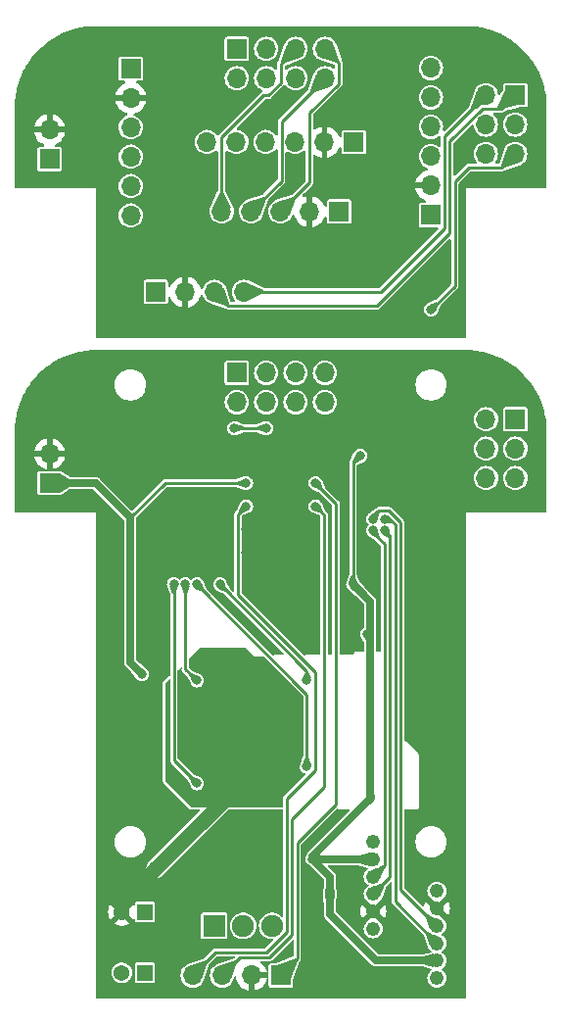
<source format=gbr>
%TF.GenerationSoftware,KiCad,Pcbnew,7.0.9*%
%TF.CreationDate,2024-02-08T13:35:56-08:00*%
%TF.ProjectId,micromouse,6d696372-6f6d-46f7-9573-652e6b696361,rev?*%
%TF.SameCoordinates,Original*%
%TF.FileFunction,Copper,L2,Bot*%
%TF.FilePolarity,Positive*%
%FSLAX46Y46*%
G04 Gerber Fmt 4.6, Leading zero omitted, Abs format (unit mm)*
G04 Created by KiCad (PCBNEW 7.0.9) date 2024-02-08 13:35:56*
%MOMM*%
%LPD*%
G01*
G04 APERTURE LIST*
%TA.AperFunction,ComponentPad*%
%ADD10R,1.700000X1.700000*%
%TD*%
%TA.AperFunction,ComponentPad*%
%ADD11O,1.700000X1.700000*%
%TD*%
%TA.AperFunction,ComponentPad*%
%ADD12R,1.900000X1.900000*%
%TD*%
%TA.AperFunction,ComponentPad*%
%ADD13C,1.900000*%
%TD*%
%TA.AperFunction,ComponentPad*%
%ADD14R,1.368000X1.368000*%
%TD*%
%TA.AperFunction,ComponentPad*%
%ADD15C,1.368000*%
%TD*%
%TA.AperFunction,ComponentPad*%
%ADD16C,1.244600*%
%TD*%
%TA.AperFunction,SMDPad,CuDef*%
%ADD17C,1.270000*%
%TD*%
%TA.AperFunction,ViaPad*%
%ADD18C,0.800000*%
%TD*%
%TA.AperFunction,Conductor*%
%ADD19C,1.270000*%
%TD*%
%TA.AperFunction,Conductor*%
%ADD20C,0.635000*%
%TD*%
%TA.AperFunction,Conductor*%
%ADD21C,0.250000*%
%TD*%
G04 APERTURE END LIST*
%TA.AperFunction,EtchedComponent*%
%TO.C,NT2*%
G36*
X136656120Y-130241906D02*
G01*
X135241906Y-131656120D01*
X134343880Y-130758094D01*
X135758094Y-129343880D01*
X136656120Y-130241906D01*
G37*
%TD.AperFunction*%
%TD*%
D10*
%TO.P,J3,1*%
%TO.N,SWCLK*%
X147000000Y-139025000D03*
D11*
%TO.P,J3,2*%
%TO.N,GND*%
X144460000Y-139025000D03*
%TO.P,J3,3*%
%TO.N,SWDIO*%
X141920000Y-139025000D03*
%TO.P,J3,4*%
%TO.N,NRST*%
X139380000Y-139025000D03*
%TD*%
D12*
%TO.P,SW1,1*%
%TO.N,Net-(J11-Pad1)*%
X141250000Y-134750000D03*
D13*
%TO.P,SW1,2*%
%TO.N,+BATT*%
X143750000Y-134750000D03*
%TO.P,SW1,3*%
%TO.N,unconnected-(SW1-Pad3)*%
X146250000Y-134750000D03*
%TD*%
D10*
%TO.P,J12,1*%
%TO.N,/Breakout Board/+3.3V*%
X152050000Y-73025000D03*
D11*
%TO.P,J12,2*%
%TO.N,GND*%
X149510000Y-73025000D03*
%TO.P,J12,3*%
%TO.N,/Breakout Board/GPIO1*%
X146970000Y-73025000D03*
%TO.P,J12,4*%
%TO.N,/Breakout Board/GPIO2*%
X144430000Y-73025000D03*
%TO.P,J12,5*%
%TO.N,/Breakout Board/GPIO3*%
X141890000Y-73025000D03*
%TD*%
D10*
%TO.P,J6,1*%
%TO.N,USART_RX*%
X167290000Y-90975000D03*
D11*
%TO.P,J6,2*%
%TO.N,USART_TX*%
X164750000Y-90975000D03*
%TO.P,J6,3*%
%TO.N,DEBUG3*%
X167290000Y-93515000D03*
%TO.P,J6,4*%
%TO.N,DEBUG4*%
X164750000Y-93515000D03*
%TO.P,J6,5*%
%TO.N,DEBUG1*%
X167290000Y-96055000D03*
%TO.P,J6,6*%
%TO.N,DEBUG2*%
X164750000Y-96055000D03*
%TD*%
D14*
%TO.P,J11,1,1*%
%TO.N,Net-(J11-Pad1)*%
X135250000Y-138800000D03*
D15*
%TO.P,J11,2,2*%
%TO.N,Net-(J10-Pad1)*%
X133250000Y-138800000D03*
%TD*%
D14*
%TO.P,J10,1,1*%
%TO.N,Net-(J10-Pad1)*%
X135250000Y-133550000D03*
D15*
%TO.P,J10,2,2*%
%TO.N,GND*%
X133250000Y-133550000D03*
%TD*%
D10*
%TO.P,J7,1*%
%TO.N,/SCL*%
X143200000Y-86960000D03*
D11*
%TO.P,J7,2*%
%TO.N,/SDA*%
X143200000Y-89500000D03*
%TO.P,J7,3*%
%TO.N,/SHDN2*%
X145740000Y-86960000D03*
%TO.P,J7,4*%
%TO.N,/SHDN1*%
X145740000Y-89500000D03*
%TO.P,J7,5*%
%TO.N,GPIO3*%
X148280000Y-86960000D03*
%TO.P,J7,6*%
%TO.N,/SHDN3*%
X148280000Y-89500000D03*
%TO.P,J7,7*%
%TO.N,GPIO1*%
X150820000Y-86960000D03*
%TO.P,J7,8*%
%TO.N,GPIO2*%
X150820000Y-89500000D03*
%TD*%
D10*
%TO.P,J1,1*%
%TO.N,/Breakout Board/+3.3V*%
X134025000Y-60675000D03*
D11*
%TO.P,J1,2*%
%TO.N,GND*%
X134025000Y-63215000D03*
%TO.P,J1,3*%
%TO.N,/Breakout Board/SCL*%
X134025000Y-65755000D03*
%TO.P,J1,4*%
%TO.N,/Breakout Board/SDA*%
X134025000Y-68295000D03*
%TO.P,J1,5*%
%TO.N,unconnected-(J1-Pad5)*%
X134025000Y-70835000D03*
%TO.P,J1,6*%
%TO.N,/Breakout Board/SHDN1*%
X134025000Y-73375000D03*
%TD*%
D10*
%TO.P,J2,1*%
%TO.N,/Breakout Board/+3.3V*%
X153325000Y-67025000D03*
D11*
%TO.P,J2,2*%
%TO.N,GND*%
X150785000Y-67025000D03*
%TO.P,J2,3*%
%TO.N,/Breakout Board/SCL*%
X148245000Y-67025000D03*
%TO.P,J2,4*%
%TO.N,/Breakout Board/SDA*%
X145705000Y-67025000D03*
%TO.P,J2,5*%
%TO.N,unconnected-(J2-Pad5)*%
X143165000Y-67025000D03*
%TO.P,J2,6*%
%TO.N,/Breakout Board/SHDN2*%
X140625000Y-67025000D03*
%TD*%
D10*
%TO.P,J5,1*%
%TO.N,/Breakout Board/+3.3V*%
X136200000Y-79975000D03*
D11*
%TO.P,J5,2*%
%TO.N,GND*%
X138740000Y-79975000D03*
%TO.P,J5,3*%
%TO.N,/Breakout Board/USART_RX*%
X141280000Y-79975000D03*
%TO.P,J5,4*%
%TO.N,/Breakout Board/USART_TX*%
X143820000Y-79975000D03*
%TD*%
D16*
%TO.P,J13,1,1*%
%TO.N,MR2*%
X160500000Y-139250000D03*
%TO.P,J13,2,2*%
%TO.N,+3.3V*%
X160500000Y-137750000D03*
%TO.P,J13,3,3*%
%TO.N,ER2*%
X160500000Y-136250001D03*
%TO.P,J13,4,4*%
%TO.N,ER1*%
X160500000Y-134749999D03*
%TO.P,J13,5,5*%
%TO.N,GND*%
X160500000Y-133249999D03*
%TO.P,J13,6,6*%
%TO.N,MR1*%
X160500000Y-131750000D03*
%TD*%
%TO.P,J9,1,1*%
%TO.N,ML2*%
X155000000Y-127500000D03*
%TO.P,J9,2,2*%
%TO.N,+3.3V*%
X155000000Y-129000000D03*
%TO.P,J9,3,3*%
%TO.N,EL2*%
X155000000Y-130499999D03*
%TO.P,J9,4,4*%
%TO.N,EL1*%
X155000000Y-132000001D03*
%TO.P,J9,5,5*%
%TO.N,GND*%
X155000000Y-133500001D03*
%TO.P,J9,6,6*%
%TO.N,ML1*%
X155000000Y-135000000D03*
%TD*%
D10*
%TO.P,J4,1*%
%TO.N,/Breakout Board/+3.3V*%
X159975000Y-73325000D03*
D11*
%TO.P,J4,2*%
%TO.N,GND*%
X159975000Y-70785000D03*
%TO.P,J4,3*%
%TO.N,/Breakout Board/SCL*%
X159975000Y-68245000D03*
%TO.P,J4,4*%
%TO.N,/Breakout Board/SDA*%
X159975000Y-65705000D03*
%TO.P,J4,5*%
%TO.N,unconnected-(J4-Pad5)*%
X159975000Y-63165000D03*
%TO.P,J4,6*%
%TO.N,/Breakout Board/SHDN3*%
X159975000Y-60625000D03*
%TD*%
D10*
%TO.P,J8,1*%
%TO.N,+3.3V*%
X127000000Y-96500000D03*
D11*
%TO.P,J8,2*%
%TO.N,GND*%
X127000000Y-93960000D03*
%TD*%
D10*
%TO.P,J15,1*%
%TO.N,/Breakout Board/USART_RX*%
X167275000Y-62975001D03*
D11*
%TO.P,J15,2*%
%TO.N,/Breakout Board/USART_TX*%
X164735000Y-62975001D03*
%TO.P,J15,3*%
%TO.N,/Breakout Board/DEBUG3*%
X167275000Y-65515001D03*
%TO.P,J15,4*%
%TO.N,/Breakout Board/DEBUG4*%
X164735000Y-65515001D03*
%TO.P,J15,5*%
%TO.N,/Breakout Board/DEBUG1*%
X167275000Y-68055001D03*
%TO.P,J15,6*%
%TO.N,/Breakout Board/DEBUG2*%
X164735000Y-68055001D03*
%TD*%
D17*
%TO.P,NT2,1,1*%
%TO.N,GND*%
X134792893Y-131207107D03*
%TO.P,NT2,2,2*%
%TO.N,GND1*%
X136207107Y-129792893D03*
%TD*%
D10*
%TO.P,J14,1*%
%TO.N,/Breakout Board/SCL*%
X143200000Y-58975001D03*
D11*
%TO.P,J14,2*%
%TO.N,/Breakout Board/SDA*%
X143200000Y-61515001D03*
%TO.P,J14,3*%
%TO.N,/Breakout Board/SHDN2*%
X145740000Y-58975001D03*
%TO.P,J14,4*%
%TO.N,/Breakout Board/SHDN1*%
X145740000Y-61515001D03*
%TO.P,J14,5*%
%TO.N,/Breakout Board/GPIO3*%
X148280000Y-58975001D03*
%TO.P,J14,6*%
%TO.N,/Breakout Board/SHDN3*%
X148280000Y-61515001D03*
%TO.P,J14,7*%
%TO.N,/Breakout Board/GPIO1*%
X150820000Y-58975001D03*
%TO.P,J14,8*%
%TO.N,/Breakout Board/GPIO2*%
X150820000Y-61515001D03*
%TD*%
D10*
%TO.P,J16,1*%
%TO.N,/Breakout Board/+3.3V*%
X127000000Y-68500000D03*
D11*
%TO.P,J16,2*%
%TO.N,GND*%
X127000000Y-65960000D03*
%TD*%
D18*
%TO.N,GND*%
X145000000Y-130500000D03*
X144000000Y-130500000D03*
X145000000Y-131500000D03*
X146000000Y-102500000D03*
X135750000Y-105750000D03*
X144000000Y-100500000D03*
X146000000Y-100500000D03*
X146000000Y-98500000D03*
X148000000Y-102500000D03*
X148000000Y-100500000D03*
X145000000Y-126500000D03*
X144000000Y-131500000D03*
X145000000Y-125500000D03*
X149500000Y-108000000D03*
X148000000Y-96500000D03*
X137000000Y-111500000D03*
X144000000Y-102500000D03*
X150000000Y-102500000D03*
X137000000Y-112500000D03*
X150000000Y-100500000D03*
X148000000Y-98500000D03*
X146000000Y-96500000D03*
X144000000Y-125500000D03*
X144000000Y-126500000D03*
%TO.N,+3.3V*%
X154500000Y-109525000D03*
X151250000Y-132000000D03*
X153250000Y-105250000D03*
X154750000Y-123750000D03*
X149750000Y-129000000D03*
X135000000Y-113000000D03*
X144000000Y-96500000D03*
X153881250Y-94131250D03*
%TO.N,GND1*%
X146000000Y-118500000D03*
X148000000Y-116500000D03*
X148000000Y-115500000D03*
X147000000Y-115500000D03*
X147000000Y-114500000D03*
X145000000Y-119500000D03*
X145000000Y-118500000D03*
X147987701Y-114512299D03*
X146000000Y-119500000D03*
X145000000Y-117500000D03*
%TO.N,EL2*%
X155000622Y-100599502D03*
%TO.N,EL1*%
X156000000Y-100599503D03*
%TO.N,ER2*%
X156000000Y-99600000D03*
%TO.N,ER1*%
X155000000Y-99600000D03*
%TO.N,SWCLK*%
X150000000Y-96500000D03*
%TO.N,SWDIO*%
X150000000Y-98500000D03*
%TO.N,NRST*%
X144000000Y-98500000D03*
%TO.N,Net-(U1-BOOT0)*%
X145750000Y-91750000D03*
X142976500Y-91750000D03*
%TO.N,HL1*%
X138750000Y-105250000D03*
X139750000Y-113555000D03*
%TO.N,HR1*%
X139750000Y-105250000D03*
X149250000Y-121000000D03*
%TO.N,HL2*%
X139750000Y-122445000D03*
X137750000Y-105250000D03*
%TO.N,HR2*%
X141750000Y-105250000D03*
X149250000Y-113500000D03*
%TO.N,/Breakout Board/DEBUG1*%
X160000000Y-81500000D03*
%TD*%
D19*
%TO.N,GND*%
X134792893Y-131207107D02*
X133250000Y-132750000D01*
X133250000Y-132750000D02*
X133250000Y-133550000D01*
D20*
%TO.N,+3.3V*%
X151250000Y-130500000D02*
X151250000Y-132000000D01*
X149750000Y-129000000D02*
X155000000Y-129000000D01*
X151250000Y-133750000D02*
X155250000Y-137750000D01*
X134000000Y-112000000D02*
X134000000Y-99500000D01*
D21*
X137000000Y-96500000D02*
X144000000Y-96500000D01*
X134000000Y-99500000D02*
X137000000Y-96500000D01*
D20*
X154750000Y-109775000D02*
X154500000Y-109525000D01*
X149750000Y-128750000D02*
X154750000Y-123750000D01*
X149750000Y-129000000D02*
X149750000Y-128750000D01*
X155250000Y-137750000D02*
X160500000Y-137750000D01*
D21*
X153250000Y-94762500D02*
X153881250Y-94131250D01*
D20*
X149750000Y-129000000D02*
X151250000Y-130500000D01*
X154750000Y-123750000D02*
X154750000Y-111000000D01*
X153250000Y-105250000D02*
X154750000Y-106750000D01*
D21*
X153250000Y-105250000D02*
X153250000Y-94762500D01*
D20*
X154750000Y-111000000D02*
X154750000Y-109775000D01*
X135000000Y-113000000D02*
X134000000Y-112000000D01*
X131000000Y-96500000D02*
X127000000Y-96500000D01*
X151250000Y-132000000D02*
X151250000Y-133750000D01*
X154750000Y-106750000D02*
X154750000Y-111000000D01*
X134000000Y-99500000D02*
X131000000Y-96500000D01*
D19*
%TO.N,GND1*%
X145000000Y-118500000D02*
X146000000Y-118500000D01*
X146000000Y-119500000D02*
X145000000Y-118500000D01*
X146000000Y-120000000D02*
X146000000Y-119500000D01*
X136207107Y-129792893D02*
X146000000Y-120000000D01*
D21*
%TO.N,EL2*%
X156000000Y-129499999D02*
X155000000Y-130499999D01*
X155000622Y-100775927D02*
X156000000Y-101775305D01*
X156000000Y-101775305D02*
X156000000Y-129499999D01*
X155000622Y-100599502D02*
X155000622Y-100775927D01*
%TO.N,EL1*%
X156450000Y-101049503D02*
X156450000Y-130550001D01*
X156450000Y-130550001D02*
X155000000Y-132000001D01*
X156000000Y-100599503D02*
X156450000Y-101049503D01*
%TO.N,ER2*%
X156000000Y-99600000D02*
X156409414Y-99600000D01*
X156409414Y-99600000D02*
X156900000Y-100090586D01*
X156900000Y-132650001D02*
X160500000Y-136250001D01*
X156900000Y-100090586D02*
X156900000Y-132650001D01*
%TO.N,ER1*%
X157350000Y-131599999D02*
X160500000Y-134749999D01*
X157350000Y-99904190D02*
X157350000Y-131599999D01*
X155000000Y-99400000D02*
X155525000Y-98875000D01*
X155525000Y-98875000D02*
X156320810Y-98875000D01*
X156320810Y-98875000D02*
X157350000Y-99904190D01*
X155000000Y-99600000D02*
X155000000Y-99400000D01*
%TO.N,/Breakout Board/USART_RX*%
X161600000Y-66988300D02*
X161600000Y-74900000D01*
X142455000Y-81150000D02*
X141280000Y-79975000D01*
X166100000Y-64150001D02*
X164438299Y-64150001D01*
X167275000Y-62975001D02*
X166100000Y-64150001D01*
X164438299Y-64150001D02*
X161600000Y-66988300D01*
X155350000Y-81150000D02*
X142455000Y-81150000D01*
X161600000Y-74900000D02*
X155350000Y-81150000D01*
%TO.N,/Breakout Board/USART_TX*%
X161150000Y-66560001D02*
X161150000Y-74500000D01*
X155675000Y-79975000D02*
X143820000Y-79975000D01*
X161150000Y-74500000D02*
X155675000Y-79975000D01*
X164735000Y-62975001D02*
X161150000Y-66560001D01*
%TO.N,SWCLK*%
X151750000Y-124250000D02*
X148425000Y-127575000D01*
X151750000Y-98250000D02*
X151750000Y-124250000D01*
X150000000Y-96500000D02*
X151750000Y-98250000D01*
X148425000Y-127575000D02*
X148425000Y-137600000D01*
X148425000Y-137600000D02*
X147000000Y-139025000D01*
%TO.N,SWDIO*%
X145975000Y-137500000D02*
X143445000Y-137500000D01*
X143445000Y-137500000D02*
X141920000Y-139025000D01*
X150725000Y-122775000D02*
X147975000Y-125525000D01*
X147975000Y-135500000D02*
X145975000Y-137500000D01*
X147975000Y-125525000D02*
X147975000Y-135500000D01*
X150000000Y-98500000D02*
X150725000Y-99225000D01*
X150725000Y-99225000D02*
X150725000Y-122775000D01*
%TO.N,NRST*%
X144000000Y-98500000D02*
X143275000Y-99225000D01*
X147525000Y-135278123D02*
X145753123Y-137050000D01*
X149975000Y-112838604D02*
X149975000Y-121300305D01*
X141355000Y-137050000D02*
X139380000Y-139025000D01*
X145753123Y-137050000D02*
X141355000Y-137050000D01*
X143275000Y-99225000D02*
X143275000Y-106138604D01*
X147525000Y-123750305D02*
X147525000Y-135278123D01*
X149975000Y-121300305D02*
X147525000Y-123750305D01*
X143275000Y-106138604D02*
X149975000Y-112838604D01*
%TO.N,/Breakout Board/GPIO1*%
X149500000Y-70495000D02*
X149500000Y-64496702D01*
X151995000Y-62001702D02*
X151995000Y-60150001D01*
X149500000Y-64496702D02*
X151995000Y-62001702D01*
X146970000Y-73025000D02*
X149500000Y-70495000D01*
X151995000Y-60150001D02*
X150820000Y-58975001D01*
%TO.N,/Breakout Board/GPIO2*%
X144430000Y-73025000D02*
X147070000Y-70385000D01*
X147070000Y-70385000D02*
X147070000Y-65265001D01*
X147070000Y-65265001D02*
X150820000Y-61515001D01*
%TO.N,/Breakout Board/GPIO3*%
X141890000Y-66638299D02*
X145528299Y-63000000D01*
X147000000Y-60255001D02*
X148280000Y-58975001D01*
X145528299Y-63000000D02*
X145916702Y-63000000D01*
X141890000Y-73025000D02*
X141890000Y-66638299D01*
X145916702Y-63000000D02*
X147000000Y-61916702D01*
X147000000Y-61916702D02*
X147000000Y-60255001D01*
%TO.N,Net-(U1-BOOT0)*%
X145750000Y-91750000D02*
X142976500Y-91750000D01*
%TO.N,HL1*%
X138750000Y-105501988D02*
X138750000Y-105750000D01*
X138750000Y-105750000D02*
X138750000Y-112555000D01*
X138750994Y-105500994D02*
X138750000Y-105501988D01*
X138750000Y-105750000D02*
X138750000Y-105250000D01*
X138750000Y-112555000D02*
X139750000Y-113555000D01*
%TO.N,HR1*%
X149250000Y-121000000D02*
X149250000Y-114750000D01*
X149250000Y-114750000D02*
X139750000Y-105250000D01*
%TO.N,HL2*%
X139750000Y-122445000D02*
X137750000Y-120445000D01*
X137750000Y-120445000D02*
X137750000Y-105250000D01*
%TO.N,HR2*%
X149250000Y-113500000D02*
X149250000Y-112750000D01*
X149250000Y-112750000D02*
X141750000Y-105250000D01*
%TO.N,/Breakout Board/DEBUG1*%
X166100000Y-69230001D02*
X167275000Y-68055001D01*
X160000000Y-81500000D02*
X162050000Y-79450000D01*
X163269999Y-69230001D02*
X166100000Y-69230001D01*
X162050000Y-70450000D02*
X163269999Y-69230001D01*
X162050000Y-79450000D02*
X162050000Y-70450000D01*
%TD*%
%TA.AperFunction,Conductor*%
%TO.N,GND1*%
G36*
X144014352Y-110764352D02*
G01*
X144750000Y-111500000D01*
X144750001Y-111500000D01*
X145519378Y-111500000D01*
X145554026Y-111514352D01*
X148910148Y-114870474D01*
X148924500Y-114905122D01*
X148924500Y-120140275D01*
X148921334Y-120157601D01*
X148692225Y-120763672D01*
X148692225Y-120763673D01*
X148688983Y-120782168D01*
X148685990Y-120792455D01*
X148664955Y-120843240D01*
X148644318Y-121000000D01*
X148664955Y-121156761D01*
X148725461Y-121302836D01*
X148725464Y-121302841D01*
X148821718Y-121428282D01*
X148947159Y-121524536D01*
X148947161Y-121524536D01*
X148947163Y-121524538D01*
X149093238Y-121585044D01*
X149115517Y-121587977D01*
X149147996Y-121606728D01*
X149157703Y-121642953D01*
X149143770Y-121671206D01*
X147305648Y-123509330D01*
X147304072Y-123510774D01*
X147271806Y-123537849D01*
X147250743Y-123574329D01*
X147249595Y-123576131D01*
X147225445Y-123610622D01*
X147225444Y-123610622D01*
X147223351Y-123618437D01*
X147218458Y-123630250D01*
X147214414Y-123637255D01*
X147214410Y-123637265D01*
X147207102Y-123678715D01*
X147206639Y-123680802D01*
X147195736Y-123721496D01*
X147195736Y-123721497D01*
X147195736Y-123721498D01*
X147196467Y-123729849D01*
X147199407Y-123763457D01*
X147199500Y-123765593D01*
X147199500Y-124451000D01*
X147185148Y-124485648D01*
X147150500Y-124500000D01*
X139270296Y-124500000D01*
X139235648Y-124485648D01*
X137014352Y-122264352D01*
X137000000Y-122229704D01*
X137000000Y-113770296D01*
X137014352Y-113735648D01*
X137340852Y-113409148D01*
X137375500Y-113394796D01*
X137410148Y-113409148D01*
X137424500Y-113443796D01*
X137424500Y-120429710D01*
X137424407Y-120431846D01*
X137420736Y-120473807D01*
X137431637Y-120514493D01*
X137432100Y-120516580D01*
X137439411Y-120558044D01*
X137439412Y-120558046D01*
X137443455Y-120565048D01*
X137448351Y-120576867D01*
X137450445Y-120584682D01*
X137450444Y-120584682D01*
X137474601Y-120619182D01*
X137475750Y-120620985D01*
X137496804Y-120657453D01*
X137496806Y-120657455D01*
X137529072Y-120684530D01*
X137530649Y-120685975D01*
X138911919Y-122067245D01*
X138921932Y-122081735D01*
X139188486Y-122672297D01*
X139188493Y-122672309D01*
X139199266Y-122687660D01*
X139204428Y-122697056D01*
X139225464Y-122747841D01*
X139321718Y-122873282D01*
X139447159Y-122969536D01*
X139447161Y-122969536D01*
X139447163Y-122969538D01*
X139490419Y-122987455D01*
X139593238Y-123030044D01*
X139750000Y-123050682D01*
X139906762Y-123030044D01*
X140052841Y-122969536D01*
X140178282Y-122873282D01*
X140274536Y-122747841D01*
X140335044Y-122601762D01*
X140355682Y-122445000D01*
X140335044Y-122288238D01*
X140325150Y-122264352D01*
X140274538Y-122142163D01*
X140274535Y-122142158D01*
X140178282Y-122016718D01*
X140178281Y-122016717D01*
X140052841Y-121920464D01*
X140040367Y-121915297D01*
X140001416Y-121899162D01*
X139991685Y-121893764D01*
X139977301Y-121883488D01*
X139977296Y-121883485D01*
X139977293Y-121883484D01*
X139386735Y-121616932D01*
X139372245Y-121606919D01*
X138089852Y-120324526D01*
X138075500Y-120289878D01*
X138075500Y-112694796D01*
X138089852Y-112660148D01*
X138340852Y-112409148D01*
X138375500Y-112394796D01*
X138410148Y-112409148D01*
X138424500Y-112443796D01*
X138424500Y-112539710D01*
X138424407Y-112541846D01*
X138420736Y-112583807D01*
X138431637Y-112624493D01*
X138432100Y-112626580D01*
X138439411Y-112668044D01*
X138439412Y-112668046D01*
X138443455Y-112675048D01*
X138448351Y-112686867D01*
X138450445Y-112694682D01*
X138450444Y-112694682D01*
X138474601Y-112729182D01*
X138475750Y-112730985D01*
X138496804Y-112767453D01*
X138496806Y-112767455D01*
X138529072Y-112794530D01*
X138530649Y-112795975D01*
X138911919Y-113177245D01*
X138921932Y-113191735D01*
X139188486Y-113782297D01*
X139188493Y-113782309D01*
X139199266Y-113797660D01*
X139204428Y-113807056D01*
X139225464Y-113857841D01*
X139321718Y-113983282D01*
X139447159Y-114079536D01*
X139447161Y-114079536D01*
X139447163Y-114079538D01*
X139522057Y-114110560D01*
X139593238Y-114140044D01*
X139750000Y-114160682D01*
X139906762Y-114140044D01*
X140052841Y-114079536D01*
X140178282Y-113983282D01*
X140274536Y-113857841D01*
X140335044Y-113711762D01*
X140355682Y-113555000D01*
X140335044Y-113398238D01*
X140285513Y-113278660D01*
X140274538Y-113252163D01*
X140274535Y-113252158D01*
X140178282Y-113126718D01*
X140178281Y-113126717D01*
X140052841Y-113030464D01*
X140038530Y-113024536D01*
X140001416Y-113009162D01*
X139991685Y-113003764D01*
X139977301Y-112993488D01*
X139977296Y-112993485D01*
X139977293Y-112993484D01*
X139386735Y-112726932D01*
X139372245Y-112716919D01*
X139089852Y-112434526D01*
X139075500Y-112399878D01*
X139075500Y-111694796D01*
X139089852Y-111660148D01*
X139985648Y-110764352D01*
X140020296Y-110750000D01*
X143979704Y-110750000D01*
X144014352Y-110764352D01*
G37*
%TD.AperFunction*%
%TD*%
%TA.AperFunction,Conductor*%
%TO.N,GND*%
G36*
X162948144Y-57000501D02*
G01*
X163000001Y-57000501D01*
X163294205Y-57011008D01*
X163502206Y-57018791D01*
X163506437Y-57019098D01*
X163778317Y-57048328D01*
X164010708Y-57074513D01*
X164014737Y-57075102D01*
X164278834Y-57122750D01*
X164513812Y-57167212D01*
X164517561Y-57168044D01*
X164775498Y-57233879D01*
X164909429Y-57269766D01*
X165008723Y-57296372D01*
X165012239Y-57297427D01*
X165263792Y-57381152D01*
X165263825Y-57381163D01*
X165492855Y-57461305D01*
X165496105Y-57462545D01*
X165740527Y-57563788D01*
X165963642Y-57661132D01*
X165966595Y-57662513D01*
X166202852Y-57780775D01*
X166418564Y-57894783D01*
X166421221Y-57896272D01*
X166648227Y-58030961D01*
X166673387Y-58046770D01*
X166855177Y-58160996D01*
X166855184Y-58161000D01*
X166857546Y-58162561D01*
X167074318Y-58313069D01*
X167272220Y-58459128D01*
X167478701Y-58625520D01*
X167665229Y-58786040D01*
X167758746Y-58873107D01*
X167859264Y-58966693D01*
X168033304Y-59140733D01*
X168213961Y-59334773D01*
X168374474Y-59521293D01*
X168441609Y-59604602D01*
X168540865Y-59727771D01*
X168686945Y-59925702D01*
X168837430Y-60142442D01*
X168838999Y-60144816D01*
X168969032Y-60351762D01*
X169103727Y-60578778D01*
X169105221Y-60581444D01*
X169219230Y-60797159D01*
X169337482Y-61033398D01*
X169338867Y-61036358D01*
X169436212Y-61259474D01*
X169537461Y-61503911D01*
X169538701Y-61507161D01*
X169618826Y-61736145D01*
X169621836Y-61745185D01*
X169702577Y-61987777D01*
X169703637Y-61991311D01*
X169766109Y-62224458D01*
X169831950Y-62482420D01*
X169832796Y-62486228D01*
X169877261Y-62721234D01*
X169924892Y-62985243D01*
X169925487Y-62989310D01*
X169951684Y-63221803D01*
X169980898Y-63493537D01*
X169981209Y-63497847D01*
X169988984Y-63705595D01*
X169999500Y-64000061D01*
X169999500Y-70875501D01*
X169979815Y-70942540D01*
X169927011Y-70988295D01*
X169875500Y-70999501D01*
X163024760Y-70999501D01*
X163024554Y-70999460D01*
X163000000Y-70999460D01*
X162999901Y-70999501D01*
X162999617Y-70999617D01*
X162999615Y-70999619D01*
X162999459Y-71000000D01*
X162999476Y-71024617D01*
X162999471Y-71024617D01*
X162999500Y-71024760D01*
X162999500Y-83876000D01*
X162979815Y-83943039D01*
X162927011Y-83988794D01*
X162875500Y-84000000D01*
X162025967Y-84000000D01*
X162023247Y-83999459D01*
X161975446Y-83999459D01*
X161975240Y-83999500D01*
X161024760Y-83999500D01*
X161024554Y-83999459D01*
X160976753Y-83999459D01*
X160974033Y-84000000D01*
X160025967Y-84000000D01*
X160023247Y-83999459D01*
X159975446Y-83999459D01*
X159975240Y-83999500D01*
X159024760Y-83999500D01*
X159024554Y-83999459D01*
X158976753Y-83999459D01*
X158974033Y-84000000D01*
X158025967Y-84000000D01*
X158023247Y-83999459D01*
X157975446Y-83999459D01*
X157975240Y-83999500D01*
X157024760Y-83999500D01*
X157024554Y-83999459D01*
X156976753Y-83999459D01*
X156974033Y-84000000D01*
X156025967Y-84000000D01*
X156023247Y-83999459D01*
X155975446Y-83999459D01*
X155975240Y-83999500D01*
X155024760Y-83999500D01*
X155024554Y-83999459D01*
X154976753Y-83999459D01*
X154974033Y-84000000D01*
X154025967Y-84000000D01*
X154023247Y-83999459D01*
X153975446Y-83999459D01*
X153975240Y-83999500D01*
X153024760Y-83999500D01*
X153024554Y-83999459D01*
X152976753Y-83999459D01*
X152974033Y-84000000D01*
X152025967Y-84000000D01*
X152023247Y-83999459D01*
X151975446Y-83999459D01*
X151975240Y-83999500D01*
X151024760Y-83999500D01*
X151024554Y-83999459D01*
X150976753Y-83999459D01*
X150974033Y-84000000D01*
X150025967Y-84000000D01*
X150023247Y-83999459D01*
X149975446Y-83999459D01*
X149975240Y-83999500D01*
X149024760Y-83999500D01*
X149024554Y-83999459D01*
X148976753Y-83999459D01*
X148974033Y-84000000D01*
X148025967Y-84000000D01*
X148023247Y-83999459D01*
X147975446Y-83999459D01*
X147975240Y-83999500D01*
X146024760Y-83999500D01*
X146024554Y-83999459D01*
X145976753Y-83999459D01*
X145974033Y-84000000D01*
X145025967Y-84000000D01*
X145023247Y-83999459D01*
X144975446Y-83999459D01*
X144975240Y-83999500D01*
X144024760Y-83999500D01*
X144024554Y-83999459D01*
X143976753Y-83999459D01*
X143974033Y-84000000D01*
X143025967Y-84000000D01*
X143023247Y-83999459D01*
X142975446Y-83999459D01*
X142975240Y-83999500D01*
X142024760Y-83999500D01*
X142024554Y-83999459D01*
X141976753Y-83999459D01*
X141974033Y-84000000D01*
X141025967Y-84000000D01*
X141023247Y-83999459D01*
X140975446Y-83999459D01*
X140975240Y-83999500D01*
X140024760Y-83999500D01*
X140024554Y-83999459D01*
X139976753Y-83999459D01*
X139974033Y-84000000D01*
X139025967Y-84000000D01*
X139023247Y-83999459D01*
X138975446Y-83999459D01*
X138975240Y-83999500D01*
X138024760Y-83999500D01*
X138024554Y-83999459D01*
X137976753Y-83999459D01*
X137974033Y-84000000D01*
X137025967Y-84000000D01*
X137023247Y-83999459D01*
X136975446Y-83999459D01*
X136975240Y-83999500D01*
X136024760Y-83999500D01*
X136024554Y-83999459D01*
X135976753Y-83999459D01*
X135974033Y-84000000D01*
X135025967Y-84000000D01*
X135023247Y-83999459D01*
X134975446Y-83999459D01*
X134975240Y-83999500D01*
X134024760Y-83999500D01*
X134024554Y-83999459D01*
X133976753Y-83999459D01*
X133974033Y-84000000D01*
X133025967Y-84000000D01*
X133023247Y-83999459D01*
X132975446Y-83999459D01*
X132975240Y-83999500D01*
X132024760Y-83999500D01*
X132024554Y-83999459D01*
X131976753Y-83999459D01*
X131974033Y-84000000D01*
X131124498Y-84000000D01*
X131057459Y-83980315D01*
X131011704Y-83927511D01*
X131000498Y-83876000D01*
X131000498Y-80844752D01*
X135149500Y-80844752D01*
X135161131Y-80903229D01*
X135161132Y-80903230D01*
X135205447Y-80969552D01*
X135271769Y-81013867D01*
X135271770Y-81013868D01*
X135330247Y-81025499D01*
X135330250Y-81025500D01*
X135330252Y-81025500D01*
X137069750Y-81025500D01*
X137069751Y-81025499D01*
X137084568Y-81022552D01*
X137128229Y-81013868D01*
X137128229Y-81013867D01*
X137128231Y-81013867D01*
X137194552Y-80969552D01*
X137238867Y-80903231D01*
X137238867Y-80903229D01*
X137238868Y-80903229D01*
X137248922Y-80852682D01*
X137250500Y-80844748D01*
X137250500Y-80534456D01*
X137270185Y-80467417D01*
X137322989Y-80421662D01*
X137392147Y-80411718D01*
X137455703Y-80440743D01*
X137486882Y-80482051D01*
X137566400Y-80652578D01*
X137701894Y-80846082D01*
X137868917Y-81013105D01*
X138062421Y-81148600D01*
X138276507Y-81248429D01*
X138276516Y-81248433D01*
X138490000Y-81305634D01*
X138490000Y-80410501D01*
X138597685Y-80459680D01*
X138704237Y-80475000D01*
X138775763Y-80475000D01*
X138882315Y-80459680D01*
X138990000Y-80410501D01*
X138990000Y-81305633D01*
X139203483Y-81248433D01*
X139203492Y-81248429D01*
X139417578Y-81148600D01*
X139611082Y-81013105D01*
X139778105Y-80846082D01*
X139913600Y-80652578D01*
X140013429Y-80438492D01*
X140013433Y-80438483D01*
X140046158Y-80316350D01*
X140082522Y-80256690D01*
X140145369Y-80226160D01*
X140214745Y-80234454D01*
X140268623Y-80278939D01*
X140284593Y-80312447D01*
X140304768Y-80378954D01*
X140402315Y-80561450D01*
X140424699Y-80588725D01*
X140533589Y-80721410D01*
X140614951Y-80788181D01*
X140693550Y-80852685D01*
X140876046Y-80950232D01*
X140882880Y-80952304D01*
X140889117Y-80954197D01*
X140896469Y-80956946D01*
X140901410Y-80959158D01*
X142249704Y-81410202D01*
X142272373Y-81420415D01*
X142274515Y-81421652D01*
X142277611Y-81423440D01*
X142282164Y-81426341D01*
X142315316Y-81449554D01*
X142315319Y-81449554D01*
X142320176Y-81451820D01*
X142336933Y-81458760D01*
X142341950Y-81460586D01*
X142341952Y-81460586D01*
X142341955Y-81460588D01*
X142381818Y-81467616D01*
X142387076Y-81468782D01*
X142426193Y-81479264D01*
X142464832Y-81475882D01*
X142468419Y-81475673D01*
X142470076Y-81475624D01*
X142470082Y-81475625D01*
X142470087Y-81475624D01*
X142474317Y-81475500D01*
X155333078Y-81475500D01*
X155338481Y-81475735D01*
X155378807Y-81479264D01*
X155417940Y-81468777D01*
X155423162Y-81467619D01*
X155463045Y-81460588D01*
X155463050Y-81460584D01*
X155468099Y-81458747D01*
X155484824Y-81451819D01*
X155489681Y-81449554D01*
X155489684Y-81449554D01*
X155522841Y-81426335D01*
X155527390Y-81423438D01*
X155562455Y-81403194D01*
X155588481Y-81372176D01*
X155592122Y-81368202D01*
X161512821Y-75447504D01*
X161574142Y-75414021D01*
X161643834Y-75419005D01*
X161699767Y-75460877D01*
X161724184Y-75526341D01*
X161724500Y-75535187D01*
X161724500Y-79263811D01*
X161704815Y-79330850D01*
X161688181Y-79351492D01*
X160387447Y-80652225D01*
X160350779Y-80677565D01*
X159772693Y-80938490D01*
X159764089Y-80944528D01*
X159740320Y-80957584D01*
X159697159Y-80975463D01*
X159571719Y-81071716D01*
X159475463Y-81197160D01*
X159414956Y-81343237D01*
X159414955Y-81343239D01*
X159394318Y-81499998D01*
X159394318Y-81500001D01*
X159414955Y-81656760D01*
X159414956Y-81656762D01*
X159475464Y-81802841D01*
X159571718Y-81928282D01*
X159697159Y-82024536D01*
X159843238Y-82085044D01*
X159921619Y-82095363D01*
X159999999Y-82105682D01*
X160000000Y-82105682D01*
X160000001Y-82105682D01*
X160052254Y-82098802D01*
X160156762Y-82085044D01*
X160302841Y-82024536D01*
X160428282Y-81928282D01*
X160524536Y-81802841D01*
X160542557Y-81759332D01*
X160556224Y-81734701D01*
X160561511Y-81727301D01*
X160822429Y-81149223D01*
X160847765Y-81112559D01*
X162268204Y-79692120D01*
X162272166Y-79688489D01*
X162303194Y-79662455D01*
X162323438Y-79627390D01*
X162326335Y-79622841D01*
X162349554Y-79589684D01*
X162349554Y-79589681D01*
X162351819Y-79584824D01*
X162358747Y-79568099D01*
X162360584Y-79563050D01*
X162360588Y-79563045D01*
X162367619Y-79523162D01*
X162368777Y-79517940D01*
X162379264Y-79478807D01*
X162375735Y-79438478D01*
X162375500Y-79433075D01*
X162375500Y-70636188D01*
X162395185Y-70569149D01*
X162411819Y-70548507D01*
X163368506Y-69591820D01*
X163429829Y-69558335D01*
X163456187Y-69555501D01*
X166083078Y-69555501D01*
X166088481Y-69555736D01*
X166128807Y-69559265D01*
X166167940Y-69548778D01*
X166173162Y-69547620D01*
X166213045Y-69540589D01*
X166213050Y-69540585D01*
X166218099Y-69538748D01*
X166234824Y-69531820D01*
X166239681Y-69529555D01*
X166239684Y-69529555D01*
X166272841Y-69506336D01*
X166277388Y-69503439D01*
X166282631Y-69500412D01*
X166305290Y-69490205D01*
X167657006Y-69038016D01*
X167661136Y-69036472D01*
X167661139Y-69036469D01*
X167667339Y-69034152D01*
X167667463Y-69034486D01*
X167675466Y-69031290D01*
X167678954Y-69030233D01*
X167861450Y-68932686D01*
X168021410Y-68801411D01*
X168152685Y-68641451D01*
X168250232Y-68458955D01*
X168310300Y-68260935D01*
X168330583Y-68055001D01*
X168310300Y-67849067D01*
X168250232Y-67651047D01*
X168152685Y-67468551D01*
X168069605Y-67367317D01*
X168021410Y-67308590D01*
X167861452Y-67177318D01*
X167861453Y-67177318D01*
X167861450Y-67177316D01*
X167678954Y-67079769D01*
X167480934Y-67019701D01*
X167480932Y-67019700D01*
X167480934Y-67019700D01*
X167275000Y-66999418D01*
X167069067Y-67019700D01*
X166871043Y-67079770D01*
X166789931Y-67123126D01*
X166688550Y-67177316D01*
X166688548Y-67177317D01*
X166688547Y-67177318D01*
X166528589Y-67308590D01*
X166397317Y-67468548D01*
X166397315Y-67468551D01*
X166342143Y-67571770D01*
X166299768Y-67651047D01*
X166299767Y-67651048D01*
X166294308Y-67669040D01*
X166292090Y-67675170D01*
X166289680Y-67680873D01*
X166115862Y-68239398D01*
X165951933Y-68766146D01*
X165935998Y-68817348D01*
X165897282Y-68875510D01*
X165833267Y-68903507D01*
X165817599Y-68904501D01*
X165658982Y-68904501D01*
X165591943Y-68884816D01*
X165546188Y-68832012D01*
X165536244Y-68762854D01*
X165563129Y-68701836D01*
X165584095Y-68676287D01*
X165612685Y-68641451D01*
X165710232Y-68458955D01*
X165770300Y-68260935D01*
X165790583Y-68055001D01*
X165770300Y-67849067D01*
X165710232Y-67651047D01*
X165612685Y-67468551D01*
X165529605Y-67367317D01*
X165481410Y-67308590D01*
X165321452Y-67177318D01*
X165321453Y-67177318D01*
X165321450Y-67177316D01*
X165138954Y-67079769D01*
X164940934Y-67019701D01*
X164940932Y-67019700D01*
X164940934Y-67019700D01*
X164735000Y-66999418D01*
X164529067Y-67019700D01*
X164331043Y-67079770D01*
X164249931Y-67123126D01*
X164148550Y-67177316D01*
X164148548Y-67177317D01*
X164148547Y-67177318D01*
X163988589Y-67308590D01*
X163857317Y-67468548D01*
X163857315Y-67468551D01*
X163818643Y-67540899D01*
X163759769Y-67651044D01*
X163699699Y-67849068D01*
X163679417Y-68055001D01*
X163699699Y-68260933D01*
X163711075Y-68298433D01*
X163757334Y-68450932D01*
X163759769Y-68458957D01*
X163857317Y-68641454D01*
X163906871Y-68701836D01*
X163934184Y-68766146D01*
X163922393Y-68835014D01*
X163875240Y-68886574D01*
X163811018Y-68904501D01*
X163286912Y-68904501D01*
X163281510Y-68904265D01*
X163272844Y-68903507D01*
X163241191Y-68900737D01*
X163241190Y-68900737D01*
X163202098Y-68911212D01*
X163196818Y-68912383D01*
X163156953Y-68919413D01*
X163151961Y-68921230D01*
X163135116Y-68928207D01*
X163130312Y-68930447D01*
X163097165Y-68953657D01*
X163092605Y-68956563D01*
X163057547Y-68976805D01*
X163057539Y-68976811D01*
X163031522Y-69007816D01*
X163027868Y-69011805D01*
X162137181Y-69902492D01*
X162075858Y-69935977D01*
X162006167Y-69930993D01*
X161950233Y-69889121D01*
X161925816Y-69823657D01*
X161925500Y-69814811D01*
X161925500Y-67174487D01*
X161945185Y-67107448D01*
X161961814Y-67086811D01*
X163480960Y-65567664D01*
X163542281Y-65534181D01*
X163611973Y-65539165D01*
X163667906Y-65581037D01*
X163692042Y-65643192D01*
X163699699Y-65720933D01*
X163699700Y-65720935D01*
X163759768Y-65918955D01*
X163857315Y-66101451D01*
X163857317Y-66101453D01*
X163988589Y-66261411D01*
X164025195Y-66291452D01*
X164148550Y-66392686D01*
X164331046Y-66490233D01*
X164529066Y-66550301D01*
X164529065Y-66550301D01*
X164547529Y-66552119D01*
X164735000Y-66570584D01*
X164940934Y-66550301D01*
X165138954Y-66490233D01*
X165321450Y-66392686D01*
X165481410Y-66261411D01*
X165612685Y-66101451D01*
X165710232Y-65918955D01*
X165770300Y-65720935D01*
X165790583Y-65515001D01*
X166219417Y-65515001D01*
X166239699Y-65720933D01*
X166239700Y-65720935D01*
X166299768Y-65918955D01*
X166397315Y-66101451D01*
X166397317Y-66101453D01*
X166528589Y-66261411D01*
X166565195Y-66291452D01*
X166688550Y-66392686D01*
X166871046Y-66490233D01*
X167069066Y-66550301D01*
X167069065Y-66550301D01*
X167087529Y-66552119D01*
X167275000Y-66570584D01*
X167480934Y-66550301D01*
X167678954Y-66490233D01*
X167861450Y-66392686D01*
X168021410Y-66261411D01*
X168152685Y-66101451D01*
X168250232Y-65918955D01*
X168310300Y-65720935D01*
X168330583Y-65515001D01*
X168310300Y-65309067D01*
X168250232Y-65111047D01*
X168152685Y-64928551D01*
X168069605Y-64827317D01*
X168021410Y-64768590D01*
X167861452Y-64637318D01*
X167861453Y-64637318D01*
X167861450Y-64637316D01*
X167678954Y-64539769D01*
X167480934Y-64479701D01*
X167480932Y-64479700D01*
X167480934Y-64479700D01*
X167275000Y-64459418D01*
X167069067Y-64479700D01*
X166871043Y-64539770D01*
X166818671Y-64567764D01*
X166688550Y-64637316D01*
X166688548Y-64637317D01*
X166688547Y-64637318D01*
X166528589Y-64768590D01*
X166397317Y-64928548D01*
X166299769Y-65111044D01*
X166239699Y-65309068D01*
X166219417Y-65515001D01*
X165790583Y-65515001D01*
X165770300Y-65309067D01*
X165710232Y-65111047D01*
X165612685Y-64928551D01*
X165481410Y-64768591D01*
X165470446Y-64759593D01*
X165392171Y-64695354D01*
X165352837Y-64637609D01*
X165350966Y-64567764D01*
X165387153Y-64507996D01*
X165449909Y-64477280D01*
X165470836Y-64475501D01*
X166083078Y-64475501D01*
X166088481Y-64475736D01*
X166128807Y-64479265D01*
X166167940Y-64468778D01*
X166173162Y-64467620D01*
X166213045Y-64460589D01*
X166213050Y-64460585D01*
X166218099Y-64458748D01*
X166234824Y-64451820D01*
X166239681Y-64449555D01*
X166239684Y-64449555D01*
X166272841Y-64426336D01*
X166277390Y-64423439D01*
X166312455Y-64403195D01*
X166338481Y-64372177D01*
X166342122Y-64368203D01*
X166364560Y-64345765D01*
X166422926Y-64312962D01*
X167533925Y-64042685D01*
X167590117Y-64029015D01*
X167619428Y-64025501D01*
X168144750Y-64025501D01*
X168144751Y-64025500D01*
X168159568Y-64022553D01*
X168203229Y-64013869D01*
X168203229Y-64013868D01*
X168203231Y-64013868D01*
X168269552Y-63969553D01*
X168313867Y-63903232D01*
X168313867Y-63903230D01*
X168313868Y-63903230D01*
X168325499Y-63844753D01*
X168325500Y-63844751D01*
X168325500Y-62105250D01*
X168325499Y-62105248D01*
X168313868Y-62046771D01*
X168313867Y-62046770D01*
X168269552Y-61980448D01*
X168203230Y-61936133D01*
X168203229Y-61936132D01*
X168144752Y-61924501D01*
X168144748Y-61924501D01*
X166405252Y-61924501D01*
X166405247Y-61924501D01*
X166346770Y-61936132D01*
X166346769Y-61936133D01*
X166280447Y-61980448D01*
X166236132Y-62046770D01*
X166236131Y-62046771D01*
X166224500Y-62105248D01*
X166224500Y-62464763D01*
X166212059Y-62518899D01*
X166016233Y-62922442D01*
X165969255Y-62974161D01*
X165901774Y-62992272D01*
X165835213Y-62971025D01*
X165790706Y-62917165D01*
X165781271Y-62880460D01*
X165771554Y-62781804D01*
X165770300Y-62769067D01*
X165710232Y-62571047D01*
X165612685Y-62388551D01*
X165529605Y-62287317D01*
X165481410Y-62228590D01*
X165331121Y-62105253D01*
X165321450Y-62097316D01*
X165138954Y-61999769D01*
X164940934Y-61939701D01*
X164940932Y-61939700D01*
X164940934Y-61939700D01*
X164735000Y-61919418D01*
X164529067Y-61939700D01*
X164331043Y-61999770D01*
X164251404Y-62042339D01*
X164148550Y-62097316D01*
X164148548Y-62097317D01*
X164148547Y-62097318D01*
X163988589Y-62228590D01*
X163857317Y-62388548D01*
X163857315Y-62388551D01*
X163808541Y-62479799D01*
X163759766Y-62571050D01*
X163756730Y-62581059D01*
X163753609Y-62589224D01*
X163751718Y-62593286D01*
X163271658Y-63960727D01*
X163242339Y-64007334D01*
X161217328Y-66032345D01*
X161156005Y-66065830D01*
X161086313Y-66060846D01*
X161030380Y-66018974D01*
X161005963Y-65953510D01*
X161010046Y-65917092D01*
X161009112Y-65916907D01*
X161010300Y-65910934D01*
X161014672Y-65866544D01*
X161030583Y-65705000D01*
X161010300Y-65499066D01*
X160950232Y-65301046D01*
X160852685Y-65118550D01*
X160798517Y-65052546D01*
X160721410Y-64958589D01*
X160561452Y-64827317D01*
X160561453Y-64827317D01*
X160561450Y-64827315D01*
X160378954Y-64729768D01*
X160180934Y-64669700D01*
X160180932Y-64669699D01*
X160180934Y-64669699D01*
X159975000Y-64649417D01*
X159769067Y-64669699D01*
X159571043Y-64729769D01*
X159465098Y-64786399D01*
X159388550Y-64827315D01*
X159388548Y-64827316D01*
X159388547Y-64827317D01*
X159228589Y-64958589D01*
X159097317Y-65118547D01*
X159097315Y-65118550D01*
X159079459Y-65151956D01*
X158999769Y-65301043D01*
X158939699Y-65499067D01*
X158919417Y-65705000D01*
X158939699Y-65910932D01*
X158954867Y-65960934D01*
X158999768Y-66108954D01*
X159097315Y-66291450D01*
X159131969Y-66333677D01*
X159228589Y-66451410D01*
X159294884Y-66505816D01*
X159388550Y-66582685D01*
X159571046Y-66680232D01*
X159769066Y-66740300D01*
X159769065Y-66740300D01*
X159787529Y-66742118D01*
X159975000Y-66760583D01*
X160180934Y-66740300D01*
X160378954Y-66680232D01*
X160561450Y-66582685D01*
X160600910Y-66550301D01*
X160621835Y-66533129D01*
X160686145Y-66505816D01*
X160755013Y-66517607D01*
X160806573Y-66564760D01*
X160824500Y-66628982D01*
X160824500Y-67321017D01*
X160804815Y-67388056D01*
X160752011Y-67433811D01*
X160682853Y-67443755D01*
X160621836Y-67416871D01*
X160561453Y-67367317D01*
X160561451Y-67367316D01*
X160561450Y-67367315D01*
X160378954Y-67269768D01*
X160180934Y-67209700D01*
X160180932Y-67209699D01*
X160180934Y-67209699D01*
X159975000Y-67189417D01*
X159769067Y-67209699D01*
X159571043Y-67269769D01*
X159475167Y-67321017D01*
X159388550Y-67367315D01*
X159388548Y-67367316D01*
X159388547Y-67367317D01*
X159228589Y-67498589D01*
X159097317Y-67658547D01*
X159097315Y-67658550D01*
X159087372Y-67677152D01*
X158999769Y-67841043D01*
X158939699Y-68039067D01*
X158919417Y-68245000D01*
X158939699Y-68450932D01*
X158954867Y-68500934D01*
X158999768Y-68648954D01*
X159097315Y-68831450D01*
X159100240Y-68835014D01*
X159228589Y-68991410D01*
X159294884Y-69045816D01*
X159388550Y-69122685D01*
X159571046Y-69220232D01*
X159637551Y-69240405D01*
X159695989Y-69278702D01*
X159724446Y-69342514D01*
X159713887Y-69411581D01*
X159667663Y-69463975D01*
X159633650Y-69478841D01*
X159511514Y-69511567D01*
X159511507Y-69511570D01*
X159297422Y-69611399D01*
X159297420Y-69611400D01*
X159103926Y-69746886D01*
X159103920Y-69746891D01*
X158936891Y-69913920D01*
X158936886Y-69913926D01*
X158801400Y-70107420D01*
X158801399Y-70107422D01*
X158701570Y-70321507D01*
X158701567Y-70321513D01*
X158644364Y-70534999D01*
X158644364Y-70535000D01*
X159541314Y-70535000D01*
X159515507Y-70575156D01*
X159475000Y-70713111D01*
X159475000Y-70856889D01*
X159515507Y-70994844D01*
X159541314Y-71035000D01*
X158644364Y-71035000D01*
X158701567Y-71248486D01*
X158701570Y-71248492D01*
X158801399Y-71462578D01*
X158936894Y-71656082D01*
X159103917Y-71823105D01*
X159297421Y-71958600D01*
X159467948Y-72038118D01*
X159520387Y-72084290D01*
X159539539Y-72151484D01*
X159519323Y-72218365D01*
X159466158Y-72263700D01*
X159415543Y-72274500D01*
X159105247Y-72274500D01*
X159046770Y-72286131D01*
X159046769Y-72286132D01*
X158980447Y-72330447D01*
X158936132Y-72396769D01*
X158936131Y-72396770D01*
X158924500Y-72455247D01*
X158924500Y-74194752D01*
X158936131Y-74253229D01*
X158936132Y-74253230D01*
X158980447Y-74319552D01*
X159046769Y-74363867D01*
X159046770Y-74363868D01*
X159105247Y-74375499D01*
X159105250Y-74375500D01*
X159105252Y-74375500D01*
X160514811Y-74375500D01*
X160581850Y-74395185D01*
X160627605Y-74447989D01*
X160637549Y-74517147D01*
X160608524Y-74580703D01*
X160602492Y-74587181D01*
X155576493Y-79613181D01*
X155515170Y-79646666D01*
X155488812Y-79649500D01*
X145605437Y-79649500D01*
X145551750Y-79637275D01*
X145423422Y-79575637D01*
X144242858Y-79008594D01*
X144239720Y-79007191D01*
X144239717Y-79007190D01*
X144233790Y-79004540D01*
X144233950Y-79004180D01*
X144225296Y-79000485D01*
X144223954Y-78999767D01*
X144060752Y-78950262D01*
X144025934Y-78939700D01*
X144025932Y-78939699D01*
X144025934Y-78939699D01*
X143820000Y-78919417D01*
X143614067Y-78939699D01*
X143479736Y-78980448D01*
X143416050Y-78999767D01*
X143416043Y-78999769D01*
X143328114Y-79046769D01*
X143233550Y-79097315D01*
X143233548Y-79097316D01*
X143233547Y-79097317D01*
X143073589Y-79228589D01*
X142942317Y-79388547D01*
X142844769Y-79571043D01*
X142784699Y-79769067D01*
X142764417Y-79975000D01*
X142784699Y-80180932D01*
X142784700Y-80180934D01*
X142844768Y-80378954D01*
X142927886Y-80534456D01*
X142942317Y-80561453D01*
X142991871Y-80621835D01*
X143019184Y-80686145D01*
X143007393Y-80755013D01*
X142960240Y-80806573D01*
X142896018Y-80824500D01*
X142737400Y-80824500D01*
X142670361Y-80804815D01*
X142624606Y-80752011D01*
X142619001Y-80737347D01*
X142264621Y-79598633D01*
X142263112Y-79594151D01*
X142259629Y-79584542D01*
X142259915Y-79584438D01*
X142257231Y-79577637D01*
X142255232Y-79571046D01*
X142157685Y-79388550D01*
X142055315Y-79263811D01*
X142026410Y-79228589D01*
X141876121Y-79105252D01*
X141866450Y-79097315D01*
X141692208Y-79004180D01*
X141683956Y-78999769D01*
X141683955Y-78999768D01*
X141683954Y-78999768D01*
X141485934Y-78939700D01*
X141485932Y-78939699D01*
X141485934Y-78939699D01*
X141280000Y-78919417D01*
X141074067Y-78939699D01*
X140939736Y-78980448D01*
X140876050Y-78999767D01*
X140876043Y-78999769D01*
X140788114Y-79046769D01*
X140693550Y-79097315D01*
X140693548Y-79097316D01*
X140693547Y-79097317D01*
X140533589Y-79228589D01*
X140402317Y-79388547D01*
X140304767Y-79571046D01*
X140284593Y-79637552D01*
X140246296Y-79695990D01*
X140182483Y-79724447D01*
X140113416Y-79713886D01*
X140061023Y-79667661D01*
X140046158Y-79633649D01*
X140013433Y-79511516D01*
X140013429Y-79511507D01*
X139913600Y-79297422D01*
X139913599Y-79297420D01*
X139778113Y-79103926D01*
X139778108Y-79103920D01*
X139611082Y-78936894D01*
X139417578Y-78801399D01*
X139203492Y-78701570D01*
X139203486Y-78701567D01*
X138990000Y-78644364D01*
X138990000Y-79539498D01*
X138882315Y-79490320D01*
X138775763Y-79475000D01*
X138704237Y-79475000D01*
X138597685Y-79490320D01*
X138490000Y-79539498D01*
X138490000Y-78644364D01*
X138489999Y-78644364D01*
X138276513Y-78701567D01*
X138276507Y-78701570D01*
X138062422Y-78801399D01*
X138062420Y-78801400D01*
X137868926Y-78936886D01*
X137868920Y-78936891D01*
X137701891Y-79103920D01*
X137701886Y-79103926D01*
X137566400Y-79297420D01*
X137566399Y-79297422D01*
X137486882Y-79467948D01*
X137440710Y-79520387D01*
X137373516Y-79539539D01*
X137306635Y-79519323D01*
X137261300Y-79466158D01*
X137250500Y-79415543D01*
X137250500Y-79105249D01*
X137250499Y-79105247D01*
X137238868Y-79046770D01*
X137238867Y-79046769D01*
X137194552Y-78980447D01*
X137128230Y-78936132D01*
X137128229Y-78936131D01*
X137069752Y-78924500D01*
X137069748Y-78924500D01*
X135330252Y-78924500D01*
X135330247Y-78924500D01*
X135271770Y-78936131D01*
X135271769Y-78936132D01*
X135205447Y-78980447D01*
X135161132Y-79046769D01*
X135161131Y-79046770D01*
X135149500Y-79105247D01*
X135149500Y-80844752D01*
X131000498Y-80844752D01*
X131000498Y-78644364D01*
X131000498Y-73375000D01*
X132969417Y-73375000D01*
X132989699Y-73580932D01*
X132989700Y-73580934D01*
X133049768Y-73778954D01*
X133147315Y-73961450D01*
X133147317Y-73961452D01*
X133278589Y-74121410D01*
X133367953Y-74194748D01*
X133438550Y-74252685D01*
X133621046Y-74350232D01*
X133819066Y-74410300D01*
X133819065Y-74410300D01*
X133837529Y-74412118D01*
X134025000Y-74430583D01*
X134230934Y-74410300D01*
X134428954Y-74350232D01*
X134611450Y-74252685D01*
X134771410Y-74121410D01*
X134902685Y-73961450D01*
X135000232Y-73778954D01*
X135060300Y-73580934D01*
X135080583Y-73375000D01*
X135060300Y-73169066D01*
X135000232Y-72971046D01*
X134902685Y-72788550D01*
X134825256Y-72694202D01*
X134771410Y-72628589D01*
X134645184Y-72525000D01*
X134611450Y-72497315D01*
X134428954Y-72399768D01*
X134230934Y-72339700D01*
X134230932Y-72339699D01*
X134230934Y-72339699D01*
X134025000Y-72319417D01*
X133819067Y-72339699D01*
X133643692Y-72392898D01*
X133630933Y-72396769D01*
X133621043Y-72399769D01*
X133517253Y-72455247D01*
X133438550Y-72497315D01*
X133438548Y-72497316D01*
X133438547Y-72497317D01*
X133278589Y-72628589D01*
X133147317Y-72788547D01*
X133049769Y-72971043D01*
X132989699Y-73169067D01*
X132969417Y-73375000D01*
X131000498Y-73375000D01*
X131000498Y-71008133D01*
X131000538Y-71000005D01*
X131000541Y-71000001D01*
X131000383Y-70999618D01*
X131000382Y-70999617D01*
X131000099Y-70999501D01*
X131000000Y-70999460D01*
X130975446Y-70999460D01*
X130975240Y-70999501D01*
X124124500Y-70999501D01*
X124057461Y-70979816D01*
X124011706Y-70927012D01*
X124000500Y-70875501D01*
X124000500Y-70835000D01*
X132969417Y-70835000D01*
X132989699Y-71040932D01*
X132989700Y-71040934D01*
X133049768Y-71238954D01*
X133147315Y-71421450D01*
X133147317Y-71421452D01*
X133278589Y-71581410D01*
X133310343Y-71607469D01*
X133438550Y-71712685D01*
X133621046Y-71810232D01*
X133819066Y-71870300D01*
X133819065Y-71870300D01*
X133837529Y-71872118D01*
X134025000Y-71890583D01*
X134230934Y-71870300D01*
X134428954Y-71810232D01*
X134611450Y-71712685D01*
X134771410Y-71581410D01*
X134902685Y-71421450D01*
X135000232Y-71238954D01*
X135060300Y-71040934D01*
X135080583Y-70835000D01*
X135060300Y-70629066D01*
X135000232Y-70431046D01*
X134902685Y-70248550D01*
X134850702Y-70185209D01*
X134771410Y-70088589D01*
X134611452Y-69957317D01*
X134611453Y-69957317D01*
X134611450Y-69957315D01*
X134428954Y-69859768D01*
X134230934Y-69799700D01*
X134230932Y-69799699D01*
X134230934Y-69799699D01*
X134025000Y-69779417D01*
X133819067Y-69799699D01*
X133621043Y-69859769D01*
X133519736Y-69913920D01*
X133438550Y-69957315D01*
X133438548Y-69957316D01*
X133438547Y-69957317D01*
X133278589Y-70088589D01*
X133147317Y-70248547D01*
X133147315Y-70248550D01*
X133119643Y-70300320D01*
X133049769Y-70431043D01*
X132989699Y-70629067D01*
X132969417Y-70835000D01*
X124000500Y-70835000D01*
X124000499Y-66210000D01*
X125669364Y-66210000D01*
X125726567Y-66423486D01*
X125726570Y-66423492D01*
X125826399Y-66637578D01*
X125961894Y-66831082D01*
X126128917Y-66998105D01*
X126322421Y-67133600D01*
X126492948Y-67213118D01*
X126545387Y-67259290D01*
X126564539Y-67326484D01*
X126544323Y-67393365D01*
X126491158Y-67438700D01*
X126440543Y-67449500D01*
X126130247Y-67449500D01*
X126071770Y-67461131D01*
X126071769Y-67461132D01*
X126005447Y-67505447D01*
X125961132Y-67571769D01*
X125961131Y-67571770D01*
X125949500Y-67630247D01*
X125949500Y-69369752D01*
X125961131Y-69428229D01*
X125961132Y-69428230D01*
X126005447Y-69494552D01*
X126071769Y-69538867D01*
X126071770Y-69538868D01*
X126130247Y-69550499D01*
X126130250Y-69550500D01*
X126130252Y-69550500D01*
X127869750Y-69550500D01*
X127869751Y-69550499D01*
X127884568Y-69547552D01*
X127928229Y-69538868D01*
X127928229Y-69538867D01*
X127928231Y-69538867D01*
X127994552Y-69494552D01*
X128038867Y-69428231D01*
X128038867Y-69428229D01*
X128038868Y-69428229D01*
X128047552Y-69384568D01*
X128050500Y-69369748D01*
X128050500Y-68295000D01*
X132969417Y-68295000D01*
X132989699Y-68500932D01*
X132989700Y-68500934D01*
X133049768Y-68698954D01*
X133147315Y-68881450D01*
X133171740Y-68911212D01*
X133278589Y-69041410D01*
X133375209Y-69120702D01*
X133438550Y-69172685D01*
X133621046Y-69270232D01*
X133819066Y-69330300D01*
X133819065Y-69330300D01*
X133837529Y-69332118D01*
X134025000Y-69350583D01*
X134230934Y-69330300D01*
X134428954Y-69270232D01*
X134611450Y-69172685D01*
X134771410Y-69041410D01*
X134902685Y-68881450D01*
X135000232Y-68698954D01*
X135060300Y-68500934D01*
X135080583Y-68295000D01*
X135060300Y-68089066D01*
X135000232Y-67891046D01*
X134902685Y-67708550D01*
X134838428Y-67630252D01*
X134771410Y-67548589D01*
X134637508Y-67438700D01*
X134611450Y-67417315D01*
X134428954Y-67319768D01*
X134230934Y-67259700D01*
X134230932Y-67259699D01*
X134230934Y-67259699D01*
X134025000Y-67239417D01*
X133819067Y-67259699D01*
X133621043Y-67319769D01*
X133532089Y-67367317D01*
X133438550Y-67417315D01*
X133438548Y-67417316D01*
X133438547Y-67417317D01*
X133278589Y-67548589D01*
X133152216Y-67702578D01*
X133147315Y-67708550D01*
X133124114Y-67751955D01*
X133049769Y-67891043D01*
X132989699Y-68089067D01*
X132969417Y-68295000D01*
X128050500Y-68295000D01*
X128050500Y-67630252D01*
X128050500Y-67630249D01*
X128050499Y-67630247D01*
X128038868Y-67571770D01*
X128038867Y-67571769D01*
X127994552Y-67505447D01*
X127928230Y-67461132D01*
X127928229Y-67461131D01*
X127869752Y-67449500D01*
X127869748Y-67449500D01*
X127559457Y-67449500D01*
X127492418Y-67429815D01*
X127446663Y-67377011D01*
X127436719Y-67307853D01*
X127465744Y-67244297D01*
X127507052Y-67213118D01*
X127677578Y-67133600D01*
X127832673Y-67025000D01*
X139569417Y-67025000D01*
X139589699Y-67230932D01*
X139598426Y-67259700D01*
X139649768Y-67428954D01*
X139747315Y-67611450D01*
X139771537Y-67640965D01*
X139878589Y-67771410D01*
X139963442Y-67841046D01*
X140038550Y-67902685D01*
X140221046Y-68000232D01*
X140419066Y-68060300D01*
X140419065Y-68060300D01*
X140437529Y-68062118D01*
X140625000Y-68080583D01*
X140830934Y-68060300D01*
X141028954Y-68000232D01*
X141211450Y-67902685D01*
X141361835Y-67779268D01*
X141426145Y-67751955D01*
X141495013Y-67763746D01*
X141546573Y-67810898D01*
X141564500Y-67875121D01*
X141564500Y-71239562D01*
X141552274Y-71293249D01*
X140923594Y-72602141D01*
X140922191Y-72605279D01*
X140919540Y-72611209D01*
X140919182Y-72611049D01*
X140915491Y-72619691D01*
X140914771Y-72621038D01*
X140914768Y-72621044D01*
X140854699Y-72819067D01*
X140834417Y-73025000D01*
X140854699Y-73230932D01*
X140884734Y-73329944D01*
X140914768Y-73428954D01*
X141012315Y-73611450D01*
X141012317Y-73611452D01*
X141143589Y-73771410D01*
X141240209Y-73850702D01*
X141303550Y-73902685D01*
X141486046Y-74000232D01*
X141684066Y-74060300D01*
X141684065Y-74060300D01*
X141702529Y-74062118D01*
X141890000Y-74080583D01*
X142095934Y-74060300D01*
X142293954Y-74000232D01*
X142476450Y-73902685D01*
X142636410Y-73771410D01*
X142767685Y-73611450D01*
X142865232Y-73428954D01*
X142925300Y-73230934D01*
X142945583Y-73025000D01*
X143374417Y-73025000D01*
X143394699Y-73230932D01*
X143424734Y-73329944D01*
X143454768Y-73428954D01*
X143552315Y-73611450D01*
X143552317Y-73611452D01*
X143683589Y-73771410D01*
X143780209Y-73850702D01*
X143843550Y-73902685D01*
X144026046Y-74000232D01*
X144224066Y-74060300D01*
X144224065Y-74060300D01*
X144242529Y-74062118D01*
X144430000Y-74080583D01*
X144635934Y-74060300D01*
X144833954Y-74000232D01*
X145016450Y-73902685D01*
X145176410Y-73771410D01*
X145307685Y-73611450D01*
X145405232Y-73428954D01*
X145408269Y-73418939D01*
X145411402Y-73410745D01*
X145413280Y-73406710D01*
X145413287Y-73406700D01*
X145893341Y-72039269D01*
X145922657Y-71992667D01*
X147288204Y-70627120D01*
X147292166Y-70623489D01*
X147323194Y-70597455D01*
X147343438Y-70562390D01*
X147346335Y-70557841D01*
X147369554Y-70524684D01*
X147369554Y-70524681D01*
X147371819Y-70519824D01*
X147378747Y-70503099D01*
X147380584Y-70498050D01*
X147380588Y-70498045D01*
X147387619Y-70458162D01*
X147388777Y-70452940D01*
X147399264Y-70413807D01*
X147395735Y-70373478D01*
X147395500Y-70368075D01*
X147395500Y-67948982D01*
X147415185Y-67881943D01*
X147467989Y-67836188D01*
X147537147Y-67826244D01*
X147598165Y-67853129D01*
X147650504Y-67896082D01*
X147658550Y-67902685D01*
X147841046Y-68000232D01*
X148039066Y-68060300D01*
X148039065Y-68060300D01*
X148057529Y-68062118D01*
X148245000Y-68080583D01*
X148450934Y-68060300D01*
X148648954Y-68000232D01*
X148831450Y-67902685D01*
X148933292Y-67819106D01*
X148971835Y-67787475D01*
X149036145Y-67760162D01*
X149105013Y-67771953D01*
X149156573Y-67819106D01*
X149174500Y-67883328D01*
X149174500Y-70308811D01*
X149154815Y-70375850D01*
X149138181Y-70396492D01*
X148002333Y-71532339D01*
X147955726Y-71561658D01*
X147018794Y-71890582D01*
X146585605Y-72042659D01*
X146582397Y-72043885D01*
X146582395Y-72043885D01*
X146576317Y-72046209D01*
X146576176Y-72045842D01*
X146567470Y-72049335D01*
X146566054Y-72049764D01*
X146566048Y-72049767D01*
X146566046Y-72049767D01*
X146566046Y-72049768D01*
X146383550Y-72147315D01*
X146383548Y-72147316D01*
X146383547Y-72147317D01*
X146223589Y-72278589D01*
X146092317Y-72438547D01*
X145994769Y-72621043D01*
X145934699Y-72819067D01*
X145914417Y-73025000D01*
X145934699Y-73230932D01*
X145964734Y-73329944D01*
X145994768Y-73428954D01*
X146092315Y-73611450D01*
X146092317Y-73611452D01*
X146223589Y-73771410D01*
X146320209Y-73850702D01*
X146383550Y-73902685D01*
X146566046Y-74000232D01*
X146764066Y-74060300D01*
X146764065Y-74060300D01*
X146782529Y-74062118D01*
X146970000Y-74080583D01*
X147175934Y-74060300D01*
X147373954Y-74000232D01*
X147556450Y-73902685D01*
X147716410Y-73771410D01*
X147847685Y-73611450D01*
X147945232Y-73428954D01*
X147948269Y-73418939D01*
X147951402Y-73410745D01*
X147953280Y-73406710D01*
X147953287Y-73406700D01*
X147968598Y-73363085D01*
X148009378Y-73306352D01*
X148074357Y-73280671D01*
X148142904Y-73294197D01*
X148193258Y-73342635D01*
X148205373Y-73372067D01*
X148236566Y-73488483D01*
X148236570Y-73488492D01*
X148336399Y-73702578D01*
X148471894Y-73896082D01*
X148638917Y-74063105D01*
X148832421Y-74198600D01*
X149046507Y-74298429D01*
X149046516Y-74298433D01*
X149260000Y-74355634D01*
X149260000Y-73460501D01*
X149367685Y-73509680D01*
X149474237Y-73525000D01*
X149545763Y-73525000D01*
X149652315Y-73509680D01*
X149760000Y-73460501D01*
X149760000Y-74355633D01*
X149973483Y-74298433D01*
X149973492Y-74298429D01*
X150187578Y-74198600D01*
X150381082Y-74063105D01*
X150548105Y-73896082D01*
X150683599Y-73702578D01*
X150763118Y-73532051D01*
X150809290Y-73479612D01*
X150876484Y-73460460D01*
X150943365Y-73480676D01*
X150988699Y-73533841D01*
X150999500Y-73584456D01*
X150999500Y-73894752D01*
X151011131Y-73953229D01*
X151011132Y-73953230D01*
X151055447Y-74019552D01*
X151121769Y-74063867D01*
X151121770Y-74063868D01*
X151180247Y-74075499D01*
X151180250Y-74075500D01*
X151180252Y-74075500D01*
X152919750Y-74075500D01*
X152919751Y-74075499D01*
X152934568Y-74072552D01*
X152978229Y-74063868D01*
X152978229Y-74063867D01*
X152978231Y-74063867D01*
X153044552Y-74019552D01*
X153088867Y-73953231D01*
X153088867Y-73953229D01*
X153088868Y-73953229D01*
X153098922Y-73902682D01*
X153100500Y-73894748D01*
X153100500Y-72155252D01*
X153100500Y-72155249D01*
X153100499Y-72155247D01*
X153088868Y-72096770D01*
X153088867Y-72096769D01*
X153044552Y-72030447D01*
X152978230Y-71986132D01*
X152978229Y-71986131D01*
X152919752Y-71974500D01*
X152919748Y-71974500D01*
X151180252Y-71974500D01*
X151180247Y-71974500D01*
X151121770Y-71986131D01*
X151121769Y-71986132D01*
X151055447Y-72030447D01*
X151011132Y-72096769D01*
X151011131Y-72096770D01*
X150999500Y-72155247D01*
X150999500Y-72465543D01*
X150979815Y-72532582D01*
X150927011Y-72578337D01*
X150857853Y-72588281D01*
X150794297Y-72559256D01*
X150763118Y-72517948D01*
X150683600Y-72347422D01*
X150683599Y-72347420D01*
X150548113Y-72153926D01*
X150548108Y-72153920D01*
X150381082Y-71986894D01*
X150187578Y-71851399D01*
X149973492Y-71751570D01*
X149973486Y-71751567D01*
X149760000Y-71694364D01*
X149760000Y-72589498D01*
X149652315Y-72540320D01*
X149545763Y-72525000D01*
X149474237Y-72525000D01*
X149367685Y-72540320D01*
X149260000Y-72589498D01*
X149260000Y-71694364D01*
X149259999Y-71694364D01*
X149046513Y-71751567D01*
X149046501Y-71751571D01*
X149041627Y-71753845D01*
X148972549Y-71764336D01*
X148908766Y-71735814D01*
X148870528Y-71677337D01*
X148869975Y-71607469D01*
X148901544Y-71553781D01*
X149033875Y-71421450D01*
X149718210Y-70737115D01*
X149722172Y-70733484D01*
X149753194Y-70707455D01*
X149773444Y-70672379D01*
X149776328Y-70667852D01*
X149799554Y-70634684D01*
X149799554Y-70634681D01*
X149801819Y-70629824D01*
X149808747Y-70613099D01*
X149810587Y-70608046D01*
X149810588Y-70608045D01*
X149817621Y-70568150D01*
X149818777Y-70562937D01*
X149829263Y-70523807D01*
X149825735Y-70483489D01*
X149825500Y-70478086D01*
X149825500Y-68239398D01*
X149845185Y-68172359D01*
X149897989Y-68126604D01*
X149967147Y-68116660D01*
X150020624Y-68137823D01*
X150107421Y-68198600D01*
X150321507Y-68298429D01*
X150321516Y-68298433D01*
X150535000Y-68355634D01*
X150535000Y-67460501D01*
X150642685Y-67509680D01*
X150749237Y-67525000D01*
X150820763Y-67525000D01*
X150927315Y-67509680D01*
X151035000Y-67460501D01*
X151035000Y-68355633D01*
X151248483Y-68298433D01*
X151248492Y-68298429D01*
X151462578Y-68198600D01*
X151656082Y-68063105D01*
X151823105Y-67896082D01*
X151958599Y-67702578D01*
X152038118Y-67532051D01*
X152084290Y-67479612D01*
X152151484Y-67460460D01*
X152218365Y-67480676D01*
X152263699Y-67533841D01*
X152274500Y-67584456D01*
X152274500Y-67894752D01*
X152286131Y-67953229D01*
X152286132Y-67953230D01*
X152330447Y-68019552D01*
X152396769Y-68063867D01*
X152396770Y-68063868D01*
X152455247Y-68075499D01*
X152455250Y-68075500D01*
X152455252Y-68075500D01*
X154194750Y-68075500D01*
X154194751Y-68075499D01*
X154209568Y-68072552D01*
X154253229Y-68063868D01*
X154253229Y-68063867D01*
X154253231Y-68063867D01*
X154319552Y-68019552D01*
X154363867Y-67953231D01*
X154363867Y-67953229D01*
X154363868Y-67953229D01*
X154373922Y-67902682D01*
X154375500Y-67894748D01*
X154375500Y-66155252D01*
X154375500Y-66155249D01*
X154375499Y-66155247D01*
X154363868Y-66096770D01*
X154363867Y-66096769D01*
X154319552Y-66030447D01*
X154253230Y-65986132D01*
X154253229Y-65986131D01*
X154194752Y-65974500D01*
X154194748Y-65974500D01*
X152455252Y-65974500D01*
X152455247Y-65974500D01*
X152396770Y-65986131D01*
X152396769Y-65986132D01*
X152330447Y-66030447D01*
X152286132Y-66096769D01*
X152286131Y-66096770D01*
X152274500Y-66155247D01*
X152274500Y-66465543D01*
X152254815Y-66532582D01*
X152202011Y-66578337D01*
X152132853Y-66588281D01*
X152069297Y-66559256D01*
X152038118Y-66517948D01*
X151958600Y-66347422D01*
X151958599Y-66347420D01*
X151823113Y-66153926D01*
X151823108Y-66153920D01*
X151656082Y-65986894D01*
X151462578Y-65851399D01*
X151248492Y-65751570D01*
X151248486Y-65751567D01*
X151035000Y-65694364D01*
X151035000Y-66589498D01*
X150927315Y-66540320D01*
X150820763Y-66525000D01*
X150749237Y-66525000D01*
X150642685Y-66540320D01*
X150535000Y-66589498D01*
X150535000Y-65694364D01*
X150534999Y-65694364D01*
X150321513Y-65751567D01*
X150321507Y-65751570D01*
X150107422Y-65851399D01*
X150107420Y-65851400D01*
X150020623Y-65912176D01*
X149954416Y-65934503D01*
X149886649Y-65917492D01*
X149838837Y-65866544D01*
X149825500Y-65810601D01*
X149825500Y-64682889D01*
X149845185Y-64615850D01*
X149861814Y-64595213D01*
X151292026Y-63165000D01*
X158919417Y-63165000D01*
X158939699Y-63370932D01*
X158939700Y-63370934D01*
X158999768Y-63568954D01*
X159097315Y-63751450D01*
X159097317Y-63751452D01*
X159228589Y-63911410D01*
X159288683Y-63960727D01*
X159388550Y-64042685D01*
X159571046Y-64140232D01*
X159769066Y-64200300D01*
X159769065Y-64200300D01*
X159787529Y-64202118D01*
X159975000Y-64220583D01*
X160180934Y-64200300D01*
X160378954Y-64140232D01*
X160561450Y-64042685D01*
X160721410Y-63911410D01*
X160852685Y-63751450D01*
X160950232Y-63568954D01*
X161010300Y-63370934D01*
X161030583Y-63165000D01*
X161010300Y-62959066D01*
X160950232Y-62761046D01*
X160852685Y-62578550D01*
X160788818Y-62500727D01*
X160721410Y-62418589D01*
X160561452Y-62287317D01*
X160561453Y-62287317D01*
X160561450Y-62287315D01*
X160378954Y-62189768D01*
X160180934Y-62129700D01*
X160180932Y-62129699D01*
X160180934Y-62129699D01*
X159975000Y-62109417D01*
X159769067Y-62129699D01*
X159571043Y-62189769D01*
X159498414Y-62228591D01*
X159388550Y-62287315D01*
X159388548Y-62287316D01*
X159388547Y-62287317D01*
X159228589Y-62418589D01*
X159103470Y-62571050D01*
X159097315Y-62578550D01*
X159089432Y-62593298D01*
X158999769Y-62761043D01*
X158939699Y-62959067D01*
X158919417Y-63165000D01*
X151292026Y-63165000D01*
X152213204Y-62243822D01*
X152217166Y-62240191D01*
X152248194Y-62214157D01*
X152268438Y-62179092D01*
X152271335Y-62174543D01*
X152294554Y-62141386D01*
X152294554Y-62141383D01*
X152296819Y-62136526D01*
X152303747Y-62119801D01*
X152305584Y-62114752D01*
X152305588Y-62114747D01*
X152312619Y-62074864D01*
X152313777Y-62069642D01*
X152324264Y-62030509D01*
X152320735Y-61990180D01*
X152320500Y-61984777D01*
X152320500Y-60625000D01*
X158919417Y-60625000D01*
X158939699Y-60830932D01*
X158958893Y-60894207D01*
X158999768Y-61028954D01*
X159097315Y-61211450D01*
X159097317Y-61211452D01*
X159228589Y-61371410D01*
X159325209Y-61450702D01*
X159388550Y-61502685D01*
X159571046Y-61600232D01*
X159769066Y-61660300D01*
X159769065Y-61660300D01*
X159787529Y-61662118D01*
X159975000Y-61680583D01*
X160180934Y-61660300D01*
X160378954Y-61600232D01*
X160561450Y-61502685D01*
X160721410Y-61371410D01*
X160852685Y-61211450D01*
X160950232Y-61028954D01*
X161010300Y-60830934D01*
X161030583Y-60625000D01*
X161010300Y-60419066D01*
X160950232Y-60221046D01*
X160852685Y-60038550D01*
X160788485Y-59960322D01*
X160721410Y-59878589D01*
X160561452Y-59747317D01*
X160561453Y-59747317D01*
X160561450Y-59747315D01*
X160378954Y-59649768D01*
X160180934Y-59589700D01*
X160180932Y-59589699D01*
X160180934Y-59589699D01*
X159975000Y-59569417D01*
X159769067Y-59589699D01*
X159571043Y-59649769D01*
X159513650Y-59680447D01*
X159388550Y-59747315D01*
X159388548Y-59747316D01*
X159388547Y-59747317D01*
X159228589Y-59878589D01*
X159098627Y-60036951D01*
X159097315Y-60038550D01*
X159075440Y-60079475D01*
X158999769Y-60221043D01*
X158939699Y-60419067D01*
X158919417Y-60625000D01*
X152320500Y-60625000D01*
X152320500Y-60166921D01*
X152320736Y-60161514D01*
X152324264Y-60121194D01*
X152313806Y-60082167D01*
X152313782Y-60082077D01*
X152312616Y-60076819D01*
X152305588Y-60036956D01*
X152305586Y-60036953D01*
X152305586Y-60036951D01*
X152303760Y-60031934D01*
X152296820Y-60015177D01*
X152294554Y-60010320D01*
X152294554Y-60010317D01*
X152271343Y-59977168D01*
X152268440Y-59972612D01*
X152265417Y-59967378D01*
X152255201Y-59944701D01*
X152248845Y-59925702D01*
X151803015Y-58592994D01*
X151801471Y-58588864D01*
X151801470Y-58588863D01*
X151799152Y-58582661D01*
X151799482Y-58582537D01*
X151796291Y-58574540D01*
X151795232Y-58571047D01*
X151697685Y-58388551D01*
X151635713Y-58313037D01*
X151566410Y-58228590D01*
X151416121Y-58105253D01*
X151406450Y-58097316D01*
X151223954Y-57999769D01*
X151025934Y-57939701D01*
X151025932Y-57939700D01*
X151025934Y-57939700D01*
X150820000Y-57919418D01*
X150614067Y-57939700D01*
X150416043Y-57999770D01*
X150357692Y-58030960D01*
X150233550Y-58097316D01*
X150233548Y-58097317D01*
X150233547Y-58097318D01*
X150073589Y-58228590D01*
X149942317Y-58388548D01*
X149844769Y-58571044D01*
X149784699Y-58769068D01*
X149764417Y-58975001D01*
X149784699Y-59180933D01*
X149814734Y-59279945D01*
X149844768Y-59378955D01*
X149942315Y-59561451D01*
X149965498Y-59589700D01*
X150073589Y-59721411D01*
X150170209Y-59800703D01*
X150233550Y-59852686D01*
X150416042Y-59950231D01*
X150416046Y-59950233D01*
X150434046Y-59955693D01*
X150440194Y-59957918D01*
X150445880Y-59960320D01*
X150445885Y-59960323D01*
X151447130Y-60271921D01*
X151582347Y-60314002D01*
X151640509Y-60352718D01*
X151668506Y-60416734D01*
X151669500Y-60432401D01*
X151669500Y-60591018D01*
X151649815Y-60658057D01*
X151597011Y-60703812D01*
X151527853Y-60713756D01*
X151466836Y-60686872D01*
X151406453Y-60637318D01*
X151406451Y-60637317D01*
X151406450Y-60637316D01*
X151223954Y-60539769D01*
X151025934Y-60479701D01*
X151025932Y-60479700D01*
X151025934Y-60479700D01*
X150820000Y-60459418D01*
X150614067Y-60479700D01*
X150416043Y-60539770D01*
X150343066Y-60578778D01*
X150233550Y-60637316D01*
X150233548Y-60637317D01*
X150233547Y-60637318D01*
X150073589Y-60768590D01*
X149942317Y-60928548D01*
X149844766Y-61111050D01*
X149841730Y-61121059D01*
X149838609Y-61129224D01*
X149836718Y-61133286D01*
X149356658Y-62500727D01*
X149327339Y-62547334D01*
X146851803Y-65022871D01*
X146847814Y-65026526D01*
X146816805Y-65052546D01*
X146796562Y-65087607D01*
X146793656Y-65092167D01*
X146770446Y-65125314D01*
X146768206Y-65130118D01*
X146761229Y-65146962D01*
X146759410Y-65151960D01*
X146752383Y-65191812D01*
X146751212Y-65197092D01*
X146740735Y-65236192D01*
X146744264Y-65276514D01*
X146744500Y-65281921D01*
X146744500Y-66289164D01*
X146724815Y-66356203D01*
X146672011Y-66401958D01*
X146602853Y-66411902D01*
X146539297Y-66382877D01*
X146524647Y-66367829D01*
X146451410Y-66278590D01*
X146367832Y-66210000D01*
X146291450Y-66147315D01*
X146108954Y-66049768D01*
X145910934Y-65989700D01*
X145910932Y-65989699D01*
X145910934Y-65989699D01*
X145705000Y-65969417D01*
X145499067Y-65989699D01*
X145301043Y-66049769D01*
X145270996Y-66065830D01*
X145118550Y-66147315D01*
X145118548Y-66147316D01*
X145118547Y-66147317D01*
X144958589Y-66278589D01*
X144837742Y-66425844D01*
X144827315Y-66438550D01*
X144823812Y-66445104D01*
X144729769Y-66621043D01*
X144669699Y-66819067D01*
X144649417Y-67025000D01*
X144669699Y-67230932D01*
X144678426Y-67259700D01*
X144729768Y-67428954D01*
X144827315Y-67611450D01*
X144851537Y-67640965D01*
X144958589Y-67771410D01*
X145043442Y-67841046D01*
X145118550Y-67902685D01*
X145301046Y-68000232D01*
X145499066Y-68060300D01*
X145499065Y-68060300D01*
X145517529Y-68062118D01*
X145705000Y-68080583D01*
X145910934Y-68060300D01*
X146108954Y-68000232D01*
X146291450Y-67902685D01*
X146451410Y-67771410D01*
X146524646Y-67682170D01*
X146582392Y-67642836D01*
X146652236Y-67640965D01*
X146712005Y-67677152D01*
X146742721Y-67739908D01*
X146744500Y-67760835D01*
X146744500Y-70198811D01*
X146724815Y-70265850D01*
X146708181Y-70286492D01*
X145462333Y-71532339D01*
X145415726Y-71561658D01*
X144478794Y-71890582D01*
X144045605Y-72042659D01*
X144042397Y-72043885D01*
X144042395Y-72043885D01*
X144036317Y-72046209D01*
X144036176Y-72045842D01*
X144027470Y-72049335D01*
X144026054Y-72049764D01*
X144026048Y-72049767D01*
X144026046Y-72049767D01*
X144026046Y-72049768D01*
X143843550Y-72147315D01*
X143843548Y-72147316D01*
X143843547Y-72147317D01*
X143683589Y-72278589D01*
X143552317Y-72438547D01*
X143454769Y-72621043D01*
X143394699Y-72819067D01*
X143374417Y-73025000D01*
X142945583Y-73025000D01*
X142925300Y-72819066D01*
X142865232Y-72621046D01*
X142860293Y-72611806D01*
X142856713Y-72603794D01*
X142855186Y-72599602D01*
X142227725Y-71293249D01*
X142215500Y-71239562D01*
X142215500Y-67866914D01*
X142235185Y-67799875D01*
X142287989Y-67754120D01*
X142357147Y-67744176D01*
X142418165Y-67771061D01*
X142418589Y-67771409D01*
X142418590Y-67771410D01*
X142453275Y-67799875D01*
X142568883Y-67894752D01*
X142578550Y-67902685D01*
X142761046Y-68000232D01*
X142959066Y-68060300D01*
X142959065Y-68060300D01*
X142977529Y-68062118D01*
X143165000Y-68080583D01*
X143370934Y-68060300D01*
X143568954Y-68000232D01*
X143751450Y-67902685D01*
X143911410Y-67771410D01*
X144042685Y-67611450D01*
X144140232Y-67428954D01*
X144200300Y-67230934D01*
X144220583Y-67025000D01*
X144200300Y-66819066D01*
X144140232Y-66621046D01*
X144042685Y-66438550D01*
X143975105Y-66356203D01*
X143911410Y-66278589D01*
X143773289Y-66165238D01*
X143751450Y-66147315D01*
X143568954Y-66049768D01*
X143370934Y-65989700D01*
X143370932Y-65989699D01*
X143370934Y-65989699D01*
X143293191Y-65982042D01*
X143228404Y-65955880D01*
X143188045Y-65898845D01*
X143184929Y-65829045D01*
X143217663Y-65770960D01*
X145626806Y-63361819D01*
X145688129Y-63328334D01*
X145714487Y-63325500D01*
X145899780Y-63325500D01*
X145905183Y-63325735D01*
X145945509Y-63329264D01*
X145984642Y-63318777D01*
X145989864Y-63317619D01*
X146029747Y-63310588D01*
X146029752Y-63310584D01*
X146034801Y-63308747D01*
X146051526Y-63301819D01*
X146056383Y-63299554D01*
X146056386Y-63299554D01*
X146089543Y-63276335D01*
X146094092Y-63273438D01*
X146129157Y-63253194D01*
X146155183Y-63222176D01*
X146158824Y-63218202D01*
X147218215Y-62158811D01*
X147222183Y-62155177D01*
X147238619Y-62141386D01*
X147253194Y-62129157D01*
X147253195Y-62129154D01*
X147258937Y-62124337D01*
X147322945Y-62096325D01*
X147391937Y-62107366D01*
X147434494Y-62140663D01*
X147506655Y-62228591D01*
X147533590Y-62261411D01*
X147693550Y-62392686D01*
X147876046Y-62490233D01*
X148074066Y-62550301D01*
X148074065Y-62550301D01*
X148092529Y-62552119D01*
X148280000Y-62570584D01*
X148485934Y-62550301D01*
X148683954Y-62490233D01*
X148866450Y-62392686D01*
X149026410Y-62261411D01*
X149157685Y-62101451D01*
X149255232Y-61918955D01*
X149315300Y-61720935D01*
X149335583Y-61515001D01*
X149315300Y-61309067D01*
X149255232Y-61111047D01*
X149157685Y-60928551D01*
X149105085Y-60864457D01*
X149026410Y-60768590D01*
X148866452Y-60637318D01*
X148866453Y-60637318D01*
X148866450Y-60637316D01*
X148683954Y-60539769D01*
X148485934Y-60479701D01*
X148485932Y-60479700D01*
X148485934Y-60479700D01*
X148280000Y-60459418D01*
X148074067Y-60479700D01*
X147876043Y-60539770D01*
X147803066Y-60578778D01*
X147693550Y-60637316D01*
X147693548Y-60637317D01*
X147693547Y-60637318D01*
X147528880Y-60772456D01*
X147527222Y-60770436D01*
X147475858Y-60798484D01*
X147406166Y-60793500D01*
X147350233Y-60751628D01*
X147325816Y-60686164D01*
X147325500Y-60677318D01*
X147325500Y-60515266D01*
X147345185Y-60448227D01*
X147397989Y-60402472D01*
X147408413Y-60398270D01*
X148664289Y-59957378D01*
X148667444Y-59956175D01*
X148667443Y-59956175D01*
X148673541Y-59953851D01*
X148673678Y-59954212D01*
X148682437Y-59950692D01*
X148683954Y-59950233D01*
X148866450Y-59852686D01*
X149026410Y-59721411D01*
X149157685Y-59561451D01*
X149255232Y-59378955D01*
X149315300Y-59180935D01*
X149335583Y-58975001D01*
X149315300Y-58769067D01*
X149255232Y-58571047D01*
X149157685Y-58388551D01*
X149095713Y-58313037D01*
X149026410Y-58228590D01*
X148876121Y-58105253D01*
X148866450Y-58097316D01*
X148683954Y-57999769D01*
X148485934Y-57939701D01*
X148485932Y-57939700D01*
X148485934Y-57939700D01*
X148280000Y-57919418D01*
X148074067Y-57939700D01*
X147876043Y-57999770D01*
X147817692Y-58030960D01*
X147693550Y-58097316D01*
X147693548Y-58097317D01*
X147693547Y-58097318D01*
X147533589Y-58228590D01*
X147402317Y-58388548D01*
X147402315Y-58388551D01*
X147364584Y-58459141D01*
X147304766Y-58571050D01*
X147301730Y-58581059D01*
X147298609Y-58589224D01*
X147296718Y-58593286D01*
X146816658Y-59960727D01*
X146787339Y-60007334D01*
X146781803Y-60012871D01*
X146777814Y-60016526D01*
X146746805Y-60042546D01*
X146726562Y-60077607D01*
X146723656Y-60082167D01*
X146700446Y-60115314D01*
X146698206Y-60120118D01*
X146691229Y-60136962D01*
X146689410Y-60141960D01*
X146682383Y-60181812D01*
X146681212Y-60187092D01*
X146670735Y-60226192D01*
X146674264Y-60266514D01*
X146674500Y-60271921D01*
X146674500Y-60660776D01*
X146654815Y-60727815D01*
X146602011Y-60773570D01*
X146532853Y-60783514D01*
X146471836Y-60756630D01*
X146351723Y-60658057D01*
X146326450Y-60637316D01*
X146143954Y-60539769D01*
X145945934Y-60479701D01*
X145945932Y-60479700D01*
X145945934Y-60479700D01*
X145740000Y-60459418D01*
X145534067Y-60479700D01*
X145336043Y-60539770D01*
X145263066Y-60578778D01*
X145153550Y-60637316D01*
X145153548Y-60637317D01*
X145153547Y-60637318D01*
X144993589Y-60768590D01*
X144862317Y-60928548D01*
X144764769Y-61111044D01*
X144704699Y-61309068D01*
X144684417Y-61515001D01*
X144704699Y-61720933D01*
X144709361Y-61736300D01*
X144764768Y-61918955D01*
X144862315Y-62101451D01*
X144885498Y-62129700D01*
X144993589Y-62261411D01*
X145090209Y-62340703D01*
X145153550Y-62392686D01*
X145336046Y-62490233D01*
X145338226Y-62490894D01*
X145339231Y-62491553D01*
X145341670Y-62492563D01*
X145341478Y-62493025D01*
X145396665Y-62529191D01*
X145425122Y-62593003D01*
X145414563Y-62662070D01*
X145373354Y-62711131D01*
X145355466Y-62723656D01*
X145350905Y-62726562D01*
X145315847Y-62746804D01*
X145315839Y-62746810D01*
X145289822Y-62777815D01*
X145286168Y-62781804D01*
X141671803Y-66396169D01*
X141667815Y-66399823D01*
X141647240Y-66417089D01*
X141583233Y-66445104D01*
X141514240Y-66434067D01*
X141471677Y-66400766D01*
X141371410Y-66278589D01*
X141233289Y-66165238D01*
X141211450Y-66147315D01*
X141028954Y-66049768D01*
X140830934Y-65989700D01*
X140830932Y-65989699D01*
X140830934Y-65989699D01*
X140625000Y-65969417D01*
X140419067Y-65989699D01*
X140221043Y-66049769D01*
X140190996Y-66065830D01*
X140038550Y-66147315D01*
X140038548Y-66147316D01*
X140038547Y-66147317D01*
X139878589Y-66278589D01*
X139757742Y-66425844D01*
X139747315Y-66438550D01*
X139743812Y-66445104D01*
X139649769Y-66621043D01*
X139589699Y-66819067D01*
X139569417Y-67025000D01*
X127832673Y-67025000D01*
X127871082Y-66998105D01*
X128038105Y-66831082D01*
X128173600Y-66637578D01*
X128273429Y-66423492D01*
X128273432Y-66423486D01*
X128330636Y-66210000D01*
X127433686Y-66210000D01*
X127459493Y-66169844D01*
X127500000Y-66031889D01*
X127500000Y-65888111D01*
X127459493Y-65750156D01*
X127433686Y-65710000D01*
X128330636Y-65710000D01*
X128330635Y-65709999D01*
X128273432Y-65496513D01*
X128273429Y-65496507D01*
X128173600Y-65282422D01*
X128173599Y-65282420D01*
X128038113Y-65088926D01*
X128038108Y-65088920D01*
X127871082Y-64921894D01*
X127677578Y-64786399D01*
X127463492Y-64686570D01*
X127463486Y-64686567D01*
X127250000Y-64629364D01*
X127250000Y-65524498D01*
X127142315Y-65475320D01*
X127035763Y-65460000D01*
X126964237Y-65460000D01*
X126857685Y-65475320D01*
X126750000Y-65524498D01*
X126750000Y-64629364D01*
X126749999Y-64629364D01*
X126536513Y-64686567D01*
X126536507Y-64686570D01*
X126322422Y-64786399D01*
X126322420Y-64786400D01*
X126128926Y-64921886D01*
X126128920Y-64921891D01*
X125961891Y-65088920D01*
X125961886Y-65088926D01*
X125826400Y-65282420D01*
X125826399Y-65282422D01*
X125726570Y-65496507D01*
X125726567Y-65496513D01*
X125669364Y-65709999D01*
X125669364Y-65710000D01*
X126566314Y-65710000D01*
X126540507Y-65750156D01*
X126500000Y-65888111D01*
X126500000Y-66031889D01*
X126540507Y-66169844D01*
X126566314Y-66210000D01*
X125669364Y-66210000D01*
X124000499Y-66210000D01*
X124000499Y-63999998D01*
X124003955Y-63903230D01*
X124011014Y-63705595D01*
X124018789Y-63497791D01*
X124019095Y-63493566D01*
X124022166Y-63465000D01*
X132694364Y-63465000D01*
X132751567Y-63678486D01*
X132751570Y-63678492D01*
X132851399Y-63892578D01*
X132986894Y-64086082D01*
X133153917Y-64253105D01*
X133347421Y-64388600D01*
X133561507Y-64488429D01*
X133561516Y-64488433D01*
X133683649Y-64521158D01*
X133743310Y-64557523D01*
X133773839Y-64620369D01*
X133765545Y-64689745D01*
X133721059Y-64743623D01*
X133687552Y-64759593D01*
X133621046Y-64779767D01*
X133490358Y-64849622D01*
X133438550Y-64877315D01*
X133438548Y-64877316D01*
X133438547Y-64877317D01*
X133278589Y-65008589D01*
X133147317Y-65168547D01*
X133049769Y-65351043D01*
X132989699Y-65549067D01*
X132969417Y-65755000D01*
X132989699Y-65960932D01*
X133011224Y-66031889D01*
X133049768Y-66158954D01*
X133147315Y-66341450D01*
X133168964Y-66367829D01*
X133278589Y-66501410D01*
X133359454Y-66567773D01*
X133438550Y-66632685D01*
X133621046Y-66730232D01*
X133819066Y-66790300D01*
X133819065Y-66790300D01*
X133837529Y-66792118D01*
X134025000Y-66810583D01*
X134230934Y-66790300D01*
X134428954Y-66730232D01*
X134611450Y-66632685D01*
X134771410Y-66501410D01*
X134902685Y-66341450D01*
X135000232Y-66158954D01*
X135060300Y-65960934D01*
X135080583Y-65755000D01*
X135060300Y-65549066D01*
X135000232Y-65351046D01*
X134902685Y-65168550D01*
X134850702Y-65105209D01*
X134771410Y-65008589D01*
X134611452Y-64877317D01*
X134611453Y-64877317D01*
X134611450Y-64877315D01*
X134428954Y-64779768D01*
X134362447Y-64759593D01*
X134304009Y-64721296D01*
X134275553Y-64657484D01*
X134286113Y-64588417D01*
X134332337Y-64536023D01*
X134366350Y-64521158D01*
X134488483Y-64488433D01*
X134488492Y-64488429D01*
X134702578Y-64388600D01*
X134896082Y-64253105D01*
X135063105Y-64086082D01*
X135198600Y-63892578D01*
X135298429Y-63678492D01*
X135298432Y-63678486D01*
X135355636Y-63465000D01*
X134458686Y-63465000D01*
X134484493Y-63424844D01*
X134525000Y-63286889D01*
X134525000Y-63143111D01*
X134484493Y-63005156D01*
X134458686Y-62965000D01*
X135355636Y-62965000D01*
X135355635Y-62964999D01*
X135298432Y-62751513D01*
X135298429Y-62751507D01*
X135198600Y-62537422D01*
X135198599Y-62537420D01*
X135063113Y-62343926D01*
X135063108Y-62343920D01*
X134896082Y-62176894D01*
X134702578Y-62041399D01*
X134532052Y-61961882D01*
X134479613Y-61915710D01*
X134460461Y-61848516D01*
X134480677Y-61781635D01*
X134533842Y-61736300D01*
X134584457Y-61725500D01*
X134894750Y-61725500D01*
X134894751Y-61725499D01*
X134917708Y-61720933D01*
X134953229Y-61713868D01*
X134953229Y-61713867D01*
X134953231Y-61713867D01*
X135019552Y-61669552D01*
X135063867Y-61603231D01*
X135063867Y-61603229D01*
X135063868Y-61603229D01*
X135075499Y-61544752D01*
X135075500Y-61544750D01*
X135075500Y-61515001D01*
X142144417Y-61515001D01*
X142164699Y-61720933D01*
X142169361Y-61736300D01*
X142224768Y-61918955D01*
X142322315Y-62101451D01*
X142345498Y-62129700D01*
X142453589Y-62261411D01*
X142550209Y-62340703D01*
X142613550Y-62392686D01*
X142796046Y-62490233D01*
X142994066Y-62550301D01*
X142994065Y-62550301D01*
X143012529Y-62552119D01*
X143200000Y-62570584D01*
X143405934Y-62550301D01*
X143603954Y-62490233D01*
X143786450Y-62392686D01*
X143946410Y-62261411D01*
X144077685Y-62101451D01*
X144175232Y-61918955D01*
X144235300Y-61720935D01*
X144255583Y-61515001D01*
X144235300Y-61309067D01*
X144175232Y-61111047D01*
X144077685Y-60928551D01*
X144025085Y-60864457D01*
X143946410Y-60768590D01*
X143786452Y-60637318D01*
X143786453Y-60637318D01*
X143786450Y-60637316D01*
X143603954Y-60539769D01*
X143405934Y-60479701D01*
X143405932Y-60479700D01*
X143405934Y-60479700D01*
X143200000Y-60459418D01*
X142994067Y-60479700D01*
X142796043Y-60539770D01*
X142723066Y-60578778D01*
X142613550Y-60637316D01*
X142613548Y-60637317D01*
X142613547Y-60637318D01*
X142453589Y-60768590D01*
X142322317Y-60928548D01*
X142224769Y-61111044D01*
X142164699Y-61309068D01*
X142144417Y-61515001D01*
X135075500Y-61515001D01*
X135075500Y-59844753D01*
X142149500Y-59844753D01*
X142161131Y-59903230D01*
X142161132Y-59903231D01*
X142205447Y-59969553D01*
X142271769Y-60013868D01*
X142271770Y-60013869D01*
X142330247Y-60025500D01*
X142330250Y-60025501D01*
X142330252Y-60025501D01*
X144069750Y-60025501D01*
X144069751Y-60025500D01*
X144084568Y-60022553D01*
X144128229Y-60013869D01*
X144128229Y-60013868D01*
X144128231Y-60013868D01*
X144194552Y-59969553D01*
X144238867Y-59903232D01*
X144238867Y-59903230D01*
X144238868Y-59903230D01*
X144250499Y-59844753D01*
X144250500Y-59844751D01*
X144250500Y-58975001D01*
X144684417Y-58975001D01*
X144704699Y-59180933D01*
X144734734Y-59279945D01*
X144764768Y-59378955D01*
X144862315Y-59561451D01*
X144885498Y-59589700D01*
X144993589Y-59721411D01*
X145090209Y-59800703D01*
X145153550Y-59852686D01*
X145336046Y-59950233D01*
X145534066Y-60010301D01*
X145534065Y-60010301D01*
X145552529Y-60012119D01*
X145740000Y-60030584D01*
X145945934Y-60010301D01*
X146143954Y-59950233D01*
X146326450Y-59852686D01*
X146486410Y-59721411D01*
X146617685Y-59561451D01*
X146715232Y-59378955D01*
X146775300Y-59180935D01*
X146795583Y-58975001D01*
X146775300Y-58769067D01*
X146715232Y-58571047D01*
X146617685Y-58388551D01*
X146555713Y-58313037D01*
X146486410Y-58228590D01*
X146336121Y-58105253D01*
X146326450Y-58097316D01*
X146143954Y-57999769D01*
X145945934Y-57939701D01*
X145945932Y-57939700D01*
X145945934Y-57939700D01*
X145740000Y-57919418D01*
X145534067Y-57939700D01*
X145336043Y-57999770D01*
X145277692Y-58030960D01*
X145153550Y-58097316D01*
X145153548Y-58097317D01*
X145153547Y-58097318D01*
X144993589Y-58228590D01*
X144862317Y-58388548D01*
X144764769Y-58571044D01*
X144704699Y-58769068D01*
X144684417Y-58975001D01*
X144250500Y-58975001D01*
X144250500Y-58105250D01*
X144250499Y-58105248D01*
X144238868Y-58046771D01*
X144238867Y-58046770D01*
X144194552Y-57980448D01*
X144128230Y-57936133D01*
X144128229Y-57936132D01*
X144069752Y-57924501D01*
X144069748Y-57924501D01*
X142330252Y-57924501D01*
X142330247Y-57924501D01*
X142271770Y-57936132D01*
X142271769Y-57936133D01*
X142205447Y-57980448D01*
X142161132Y-58046770D01*
X142161131Y-58046771D01*
X142149500Y-58105248D01*
X142149500Y-59844753D01*
X135075500Y-59844753D01*
X135075500Y-59805249D01*
X135075499Y-59805247D01*
X135063868Y-59746770D01*
X135063867Y-59746769D01*
X135019552Y-59680447D01*
X134953230Y-59636132D01*
X134953229Y-59636131D01*
X134894752Y-59624500D01*
X134894748Y-59624500D01*
X133155252Y-59624500D01*
X133155247Y-59624500D01*
X133096770Y-59636131D01*
X133096769Y-59636132D01*
X133030447Y-59680447D01*
X132986132Y-59746769D01*
X132986131Y-59746770D01*
X132974500Y-59805247D01*
X132974500Y-61544752D01*
X132986131Y-61603229D01*
X132986132Y-61603230D01*
X133030447Y-61669552D01*
X133096769Y-61713867D01*
X133096770Y-61713868D01*
X133155247Y-61725499D01*
X133155250Y-61725500D01*
X133465543Y-61725500D01*
X133532582Y-61745185D01*
X133578337Y-61797989D01*
X133588281Y-61867147D01*
X133559256Y-61930703D01*
X133517948Y-61961882D01*
X133347422Y-62041399D01*
X133347420Y-62041400D01*
X133153926Y-62176886D01*
X133153920Y-62176891D01*
X132986891Y-62343920D01*
X132986886Y-62343926D01*
X132851400Y-62537420D01*
X132851399Y-62537422D01*
X132751570Y-62751507D01*
X132751567Y-62751513D01*
X132694364Y-62964999D01*
X132694364Y-62965000D01*
X133591314Y-62965000D01*
X133565507Y-63005156D01*
X133525000Y-63143111D01*
X133525000Y-63286889D01*
X133565507Y-63424844D01*
X133591314Y-63465000D01*
X132694364Y-63465000D01*
X124022166Y-63465000D01*
X124048319Y-63221745D01*
X124074512Y-62989282D01*
X124075098Y-62985271D01*
X124122745Y-62721183D01*
X124124648Y-62711131D01*
X124167212Y-62486173D01*
X124168039Y-62482451D01*
X124233895Y-62224430D01*
X124296371Y-61991270D01*
X124297418Y-61987778D01*
X124381170Y-61736148D01*
X124384897Y-61725499D01*
X124448143Y-61544752D01*
X124461303Y-61507143D01*
X124462536Y-61503911D01*
X124563788Y-61259467D01*
X124618840Y-61133286D01*
X124661138Y-61036338D01*
X124662497Y-61033433D01*
X124780792Y-60797109D01*
X124894783Y-60581430D01*
X124896243Y-60578823D01*
X125030973Y-60351747D01*
X125161022Y-60144776D01*
X125162533Y-60142490D01*
X125313065Y-59925683D01*
X125459114Y-59727793D01*
X125625527Y-59521287D01*
X125786022Y-59334787D01*
X125966695Y-59140731D01*
X126140731Y-58966695D01*
X126144511Y-58963175D01*
X126334787Y-58786022D01*
X126521287Y-58625527D01*
X126727793Y-58459114D01*
X126925687Y-58313063D01*
X127142490Y-58162533D01*
X127144776Y-58161022D01*
X127351712Y-58030994D01*
X127578823Y-57896243D01*
X127581440Y-57894778D01*
X127797109Y-57780792D01*
X128033433Y-57662497D01*
X128036338Y-57661138D01*
X128259467Y-57563788D01*
X128503919Y-57462532D01*
X128507143Y-57461303D01*
X128600738Y-57428552D01*
X128736174Y-57381161D01*
X128987778Y-57297418D01*
X128991270Y-57296371D01*
X129224430Y-57233895D01*
X129482451Y-57168039D01*
X129486173Y-57167212D01*
X129721140Y-57122753D01*
X129985271Y-57075098D01*
X129989282Y-57074512D01*
X130221731Y-57048320D01*
X130493566Y-57019095D01*
X130497791Y-57018789D01*
X130705778Y-57011007D01*
X130999998Y-57000499D01*
X162948140Y-57000499D01*
X162948144Y-57000501D01*
G37*
%TD.AperFunction*%
%TD*%
%TA.AperFunction,Conductor*%
%TO.N,GND*%
G36*
X153715959Y-129519528D02*
G01*
X153940394Y-129576933D01*
X154527875Y-129727198D01*
X154557885Y-129749687D01*
X154563204Y-129786811D01*
X154541802Y-129816158D01*
X154483749Y-129852636D01*
X154483745Y-129852639D01*
X154352640Y-129983744D01*
X154352637Y-129983748D01*
X154253993Y-130140739D01*
X154253992Y-130140741D01*
X154192755Y-130315746D01*
X154192753Y-130315755D01*
X154171994Y-130499999D01*
X154186460Y-130628393D01*
X154192754Y-130684248D01*
X154253992Y-130859257D01*
X154352639Y-131016252D01*
X154483747Y-131147360D01*
X154483749Y-131147361D01*
X154581067Y-131208511D01*
X154602769Y-131239097D01*
X154596486Y-131276070D01*
X154581067Y-131291489D01*
X154483749Y-131352638D01*
X154483745Y-131352641D01*
X154352640Y-131483746D01*
X154352637Y-131483750D01*
X154253993Y-131640741D01*
X154253992Y-131640743D01*
X154192755Y-131815748D01*
X154192753Y-131815757D01*
X154171994Y-132000001D01*
X154174074Y-132018466D01*
X154192754Y-132184250D01*
X154253992Y-132359259D01*
X154298624Y-132430290D01*
X154339917Y-132496008D01*
X154352639Y-132516254D01*
X154483747Y-132647362D01*
X154498530Y-132656651D01*
X154525265Y-132673450D01*
X154533843Y-132680291D01*
X154985253Y-133131701D01*
X154969479Y-133131701D01*
X154878759Y-133146839D01*
X154770657Y-133205341D01*
X154687408Y-133295774D01*
X154638033Y-133408338D01*
X154631662Y-133485215D01*
X154046612Y-132900166D01*
X154041714Y-132906653D01*
X154041709Y-132906661D01*
X153949005Y-133092836D01*
X153949002Y-133092844D01*
X153892083Y-133292892D01*
X153892082Y-133292898D01*
X153872892Y-133500001D01*
X153892082Y-133707103D01*
X153892083Y-133707109D01*
X153949002Y-133907157D01*
X153949005Y-133907165D01*
X154041710Y-134093343D01*
X154041716Y-134093351D01*
X154046611Y-134099834D01*
X154046612Y-134099834D01*
X154628990Y-133517457D01*
X154627882Y-133530836D01*
X154658057Y-133649991D01*
X154725286Y-133752893D01*
X154822285Y-133828390D01*
X154938542Y-133868301D01*
X154985253Y-133868301D01*
X154533844Y-134319708D01*
X154525267Y-134326549D01*
X154483743Y-134352641D01*
X154352640Y-134483745D01*
X154352637Y-134483749D01*
X154253993Y-134640740D01*
X154253992Y-134640742D01*
X154192755Y-134815747D01*
X154192753Y-134815756D01*
X154171994Y-135000000D01*
X154190853Y-135167384D01*
X154192754Y-135184249D01*
X154253992Y-135359258D01*
X154253993Y-135359259D01*
X154342426Y-135500000D01*
X154352639Y-135516253D01*
X154483747Y-135647361D01*
X154640742Y-135746008D01*
X154815751Y-135807246D01*
X155000000Y-135828006D01*
X155184249Y-135807246D01*
X155359258Y-135746008D01*
X155516253Y-135647361D01*
X155647361Y-135516253D01*
X155746008Y-135359258D01*
X155807246Y-135184249D01*
X155828006Y-135000000D01*
X155807246Y-134815751D01*
X155746008Y-134640742D01*
X155647361Y-134483747D01*
X155516253Y-134352639D01*
X155516250Y-134352637D01*
X155474732Y-134326549D01*
X155466154Y-134319708D01*
X155014747Y-133868301D01*
X155030521Y-133868301D01*
X155121241Y-133853163D01*
X155229343Y-133794661D01*
X155312592Y-133704228D01*
X155361967Y-133591664D01*
X155368337Y-133514785D01*
X155953387Y-134099835D01*
X155958284Y-134093350D01*
X155958288Y-134093344D01*
X156050994Y-133907165D01*
X156050997Y-133907157D01*
X156107916Y-133707109D01*
X156107917Y-133707103D01*
X156127107Y-133500001D01*
X156107917Y-133292898D01*
X156107916Y-133292892D01*
X156050997Y-133092844D01*
X156050994Y-133092837D01*
X155958287Y-132906657D01*
X155958285Y-132906653D01*
X155953386Y-132900165D01*
X155371009Y-133482543D01*
X155372118Y-133469166D01*
X155341943Y-133350011D01*
X155274714Y-133247109D01*
X155177715Y-133171612D01*
X155061458Y-133131701D01*
X155014748Y-133131701D01*
X155466156Y-132680290D01*
X155474725Y-132673455D01*
X155516253Y-132647362D01*
X155647361Y-132516254D01*
X155746008Y-132359259D01*
X155759134Y-132321744D01*
X155763901Y-132311851D01*
X155771179Y-132300279D01*
X155784183Y-132266250D01*
X155877301Y-132022566D01*
X156145407Y-131320949D01*
X156156527Y-131303798D01*
X156490853Y-130969473D01*
X156525500Y-130955122D01*
X156560148Y-130969474D01*
X156574500Y-131004122D01*
X156574500Y-132634711D01*
X156574407Y-132636847D01*
X156570736Y-132678808D01*
X156581637Y-132719494D01*
X156582100Y-132721581D01*
X156589411Y-132763045D01*
X156589412Y-132763047D01*
X156593455Y-132770049D01*
X156598351Y-132781868D01*
X156600445Y-132789683D01*
X156600444Y-132789683D01*
X156624601Y-132824183D01*
X156625744Y-132825978D01*
X156630477Y-132834174D01*
X156646804Y-132862454D01*
X156646806Y-132862456D01*
X156679072Y-132889531D01*
X156680649Y-132890976D01*
X159343468Y-135553795D01*
X159354592Y-135570952D01*
X159729326Y-136551603D01*
X159729933Y-136553131D01*
X159729935Y-136553134D01*
X159736085Y-136562497D01*
X159741380Y-136573214D01*
X159753993Y-136609262D01*
X159835773Y-136739412D01*
X159852639Y-136766254D01*
X159983747Y-136897362D01*
X160041799Y-136933838D01*
X160063501Y-136964424D01*
X160057220Y-137001397D01*
X160027872Y-137022800D01*
X159215956Y-137230472D01*
X159203814Y-137232000D01*
X155484859Y-137232000D01*
X155450211Y-137217648D01*
X151782352Y-133549789D01*
X151768000Y-133515141D01*
X151768000Y-132834174D01*
X151770176Y-132819734D01*
X151772999Y-132810580D01*
X151853352Y-132031399D01*
X151853750Y-132026291D01*
X151853948Y-132022561D01*
X151853946Y-132022549D01*
X151853838Y-132020681D01*
X151854174Y-132011446D01*
X151855682Y-132000000D01*
X151853029Y-131979848D01*
X151852825Y-131968872D01*
X151853089Y-131966060D01*
X151853088Y-131966056D01*
X151853089Y-131966052D01*
X151772999Y-131189420D01*
X151769820Y-131178083D01*
X151768000Y-131164852D01*
X151768000Y-130508828D01*
X151770128Y-130446534D01*
X151770127Y-130446533D01*
X151770128Y-130446529D01*
X151759855Y-130404379D01*
X151759390Y-130401930D01*
X151753481Y-130358931D01*
X151744440Y-130338119D01*
X151741782Y-130330214D01*
X151736414Y-130308183D01*
X151724330Y-130286691D01*
X151715150Y-130270363D01*
X151714034Y-130268116D01*
X151696750Y-130228326D01*
X151696750Y-130228325D01*
X151682440Y-130210735D01*
X151677740Y-130203829D01*
X151666627Y-130184064D01*
X151666624Y-130184061D01*
X151652013Y-130169450D01*
X151635938Y-130153375D01*
X151634266Y-130151522D01*
X151606888Y-130117869D01*
X151606887Y-130117868D01*
X151588360Y-130104790D01*
X151581970Y-130099407D01*
X151084211Y-129601648D01*
X151069859Y-129567000D01*
X151084211Y-129532352D01*
X151118859Y-129518000D01*
X153703817Y-129518000D01*
X153715959Y-129519528D01*
G37*
%TD.AperFunction*%
%TA.AperFunction,Conductor*%
G36*
X131991734Y-85000546D02*
G01*
X131999998Y-85000540D01*
X132000000Y-85000541D01*
X132000001Y-85000540D01*
X132009672Y-85000534D01*
X132009843Y-85000500D01*
X132990157Y-85000500D01*
X132990327Y-85000534D01*
X132999998Y-85000540D01*
X133000000Y-85000541D01*
X133000001Y-85000540D01*
X133008265Y-85000546D01*
X133011020Y-85000001D01*
X133988980Y-85000001D01*
X133991734Y-85000546D01*
X133999998Y-85000540D01*
X134000000Y-85000541D01*
X134000001Y-85000540D01*
X134009672Y-85000534D01*
X134009843Y-85000500D01*
X134990157Y-85000500D01*
X134990327Y-85000534D01*
X134999998Y-85000540D01*
X135000000Y-85000541D01*
X135000001Y-85000540D01*
X135008265Y-85000546D01*
X135011020Y-85000001D01*
X135988980Y-85000001D01*
X135991734Y-85000546D01*
X135999998Y-85000540D01*
X136000000Y-85000541D01*
X136000001Y-85000540D01*
X136009672Y-85000534D01*
X136009843Y-85000500D01*
X136990157Y-85000500D01*
X136990327Y-85000534D01*
X136999998Y-85000540D01*
X137000000Y-85000541D01*
X137000001Y-85000540D01*
X137008265Y-85000546D01*
X137011020Y-85000001D01*
X137988980Y-85000001D01*
X137991734Y-85000546D01*
X137999998Y-85000540D01*
X138000000Y-85000541D01*
X138000001Y-85000540D01*
X138009672Y-85000534D01*
X138009843Y-85000500D01*
X138990157Y-85000500D01*
X138990327Y-85000534D01*
X138999998Y-85000540D01*
X139000000Y-85000541D01*
X139000001Y-85000540D01*
X139008265Y-85000546D01*
X139011020Y-85000001D01*
X139988980Y-85000001D01*
X139991734Y-85000546D01*
X139999998Y-85000540D01*
X140000000Y-85000541D01*
X140000001Y-85000540D01*
X140009672Y-85000534D01*
X140009843Y-85000500D01*
X140990157Y-85000500D01*
X140990327Y-85000534D01*
X140999998Y-85000540D01*
X141000000Y-85000541D01*
X141000001Y-85000540D01*
X141008265Y-85000546D01*
X141011020Y-85000001D01*
X141988980Y-85000001D01*
X141991734Y-85000546D01*
X141999998Y-85000540D01*
X142000000Y-85000541D01*
X142000001Y-85000540D01*
X142009672Y-85000534D01*
X142009843Y-85000500D01*
X142990157Y-85000500D01*
X142990327Y-85000534D01*
X142999998Y-85000540D01*
X143000000Y-85000541D01*
X143000001Y-85000540D01*
X143008265Y-85000546D01*
X143011020Y-85000001D01*
X143988980Y-85000001D01*
X143991734Y-85000546D01*
X143999998Y-85000540D01*
X144000000Y-85000541D01*
X144000001Y-85000540D01*
X144009672Y-85000534D01*
X144009843Y-85000500D01*
X144990157Y-85000500D01*
X144990327Y-85000534D01*
X144999998Y-85000540D01*
X145000000Y-85000541D01*
X145000001Y-85000540D01*
X145008265Y-85000546D01*
X145011020Y-85000001D01*
X145988980Y-85000001D01*
X145991734Y-85000546D01*
X145999998Y-85000540D01*
X146000000Y-85000541D01*
X146000001Y-85000540D01*
X146009672Y-85000534D01*
X146009843Y-85000500D01*
X147990157Y-85000500D01*
X147990327Y-85000534D01*
X147999998Y-85000540D01*
X148000000Y-85000541D01*
X148000001Y-85000540D01*
X148008265Y-85000546D01*
X148011020Y-85000001D01*
X148988980Y-85000001D01*
X148991734Y-85000546D01*
X148999998Y-85000540D01*
X149000000Y-85000541D01*
X149000001Y-85000540D01*
X149009672Y-85000534D01*
X149009843Y-85000500D01*
X149990157Y-85000500D01*
X149990327Y-85000534D01*
X149999998Y-85000540D01*
X150000000Y-85000541D01*
X150000001Y-85000540D01*
X150008265Y-85000546D01*
X150011020Y-85000001D01*
X150988980Y-85000001D01*
X150991734Y-85000546D01*
X150999998Y-85000540D01*
X151000000Y-85000541D01*
X151000001Y-85000540D01*
X151009672Y-85000534D01*
X151009843Y-85000500D01*
X151990157Y-85000500D01*
X151990327Y-85000534D01*
X151999998Y-85000540D01*
X152000000Y-85000541D01*
X152000001Y-85000540D01*
X152008265Y-85000546D01*
X152011020Y-85000001D01*
X152988980Y-85000001D01*
X152991734Y-85000546D01*
X152999998Y-85000540D01*
X153000000Y-85000541D01*
X153000001Y-85000540D01*
X153009672Y-85000534D01*
X153009843Y-85000500D01*
X153990157Y-85000500D01*
X153990327Y-85000534D01*
X153999998Y-85000540D01*
X154000000Y-85000541D01*
X154000001Y-85000540D01*
X154008265Y-85000546D01*
X154011020Y-85000001D01*
X154988980Y-85000001D01*
X154991734Y-85000546D01*
X154999998Y-85000540D01*
X155000000Y-85000541D01*
X155000001Y-85000540D01*
X155009672Y-85000534D01*
X155009843Y-85000500D01*
X155990157Y-85000500D01*
X155990327Y-85000534D01*
X155999998Y-85000540D01*
X156000000Y-85000541D01*
X156000001Y-85000540D01*
X156008265Y-85000546D01*
X156011020Y-85000001D01*
X156988980Y-85000001D01*
X156991734Y-85000546D01*
X156999998Y-85000540D01*
X157000000Y-85000541D01*
X157000001Y-85000540D01*
X157009672Y-85000534D01*
X157009843Y-85000500D01*
X157990157Y-85000500D01*
X157990327Y-85000534D01*
X157999998Y-85000540D01*
X158000000Y-85000541D01*
X158000001Y-85000540D01*
X158008265Y-85000546D01*
X158011020Y-85000001D01*
X158988980Y-85000001D01*
X158991734Y-85000546D01*
X158999998Y-85000540D01*
X159000000Y-85000541D01*
X159000001Y-85000540D01*
X159009672Y-85000534D01*
X159009843Y-85000500D01*
X159990157Y-85000500D01*
X159990327Y-85000534D01*
X159999998Y-85000540D01*
X160000000Y-85000541D01*
X160000001Y-85000540D01*
X160008265Y-85000546D01*
X160011020Y-85000001D01*
X160988980Y-85000001D01*
X160991734Y-85000546D01*
X160999998Y-85000540D01*
X161000000Y-85000541D01*
X161000001Y-85000540D01*
X161009672Y-85000534D01*
X161009843Y-85000500D01*
X161990157Y-85000500D01*
X161990327Y-85000534D01*
X161999998Y-85000540D01*
X162000000Y-85000541D01*
X162000001Y-85000540D01*
X162008265Y-85000546D01*
X162011020Y-85000001D01*
X162978705Y-85000001D01*
X162979910Y-85000500D01*
X162990156Y-85000500D01*
X162990431Y-85000554D01*
X162999998Y-85000540D01*
X163000000Y-85000541D01*
X163000001Y-85000540D01*
X163001099Y-85000539D01*
X163294062Y-85011002D01*
X163503489Y-85018838D01*
X163505149Y-85018958D01*
X163778316Y-85048327D01*
X164011957Y-85074652D01*
X164013501Y-85074878D01*
X164267244Y-85120658D01*
X164278789Y-85122742D01*
X164514933Y-85167423D01*
X164516433Y-85167756D01*
X164775600Y-85233904D01*
X165009782Y-85296653D01*
X165011159Y-85297067D01*
X165065407Y-85315122D01*
X165263849Y-85381169D01*
X165493835Y-85461646D01*
X165493858Y-85461654D01*
X165495120Y-85462135D01*
X165740502Y-85563776D01*
X165859602Y-85615739D01*
X165964555Y-85661530D01*
X165965702Y-85662066D01*
X166202870Y-85780784D01*
X166299912Y-85832072D01*
X166419368Y-85895208D01*
X166420422Y-85895798D01*
X166648256Y-86030978D01*
X166855925Y-86161465D01*
X166856831Y-86162064D01*
X167074303Y-86313058D01*
X167272223Y-86459129D01*
X167478701Y-86625519D01*
X167665229Y-86786039D01*
X167758746Y-86873106D01*
X167859264Y-86966692D01*
X168033307Y-87140735D01*
X168213960Y-87334770D01*
X168308569Y-87444708D01*
X168374478Y-87521296D01*
X168540870Y-87727776D01*
X168686941Y-87925696D01*
X168837934Y-88143167D01*
X168838547Y-88144094D01*
X168881810Y-88212947D01*
X168969021Y-88351743D01*
X169104200Y-88579576D01*
X169104790Y-88580630D01*
X169196204Y-88753590D01*
X169219232Y-88797162D01*
X169337921Y-89034273D01*
X169338468Y-89035442D01*
X169436223Y-89259496D01*
X169537854Y-89504855D01*
X169538344Y-89506139D01*
X169618843Y-89736189D01*
X169702931Y-89988839D01*
X169703350Y-89990235D01*
X169766110Y-90224458D01*
X169832241Y-90483561D01*
X169832575Y-90485065D01*
X169877257Y-90721210D01*
X169925113Y-90986453D01*
X169925348Y-90988061D01*
X169951685Y-91221802D01*
X169981037Y-91494817D01*
X169981160Y-91496520D01*
X169989003Y-91706110D01*
X169999500Y-92000000D01*
X169999500Y-98950500D01*
X169985148Y-98985148D01*
X169950500Y-98999500D01*
X163009844Y-98999500D01*
X163009638Y-98999459D01*
X163000000Y-98999459D01*
X162999901Y-98999500D01*
X162999616Y-98999617D01*
X162999459Y-98999999D01*
X162999465Y-99009672D01*
X162999500Y-99009843D01*
X162999500Y-140950500D01*
X162985148Y-140985148D01*
X162950500Y-140999500D01*
X131049500Y-140999500D01*
X131014852Y-140985148D01*
X131000500Y-140950500D01*
X131000500Y-138800000D01*
X132360628Y-138800000D01*
X132380063Y-138984911D01*
X132437518Y-139161740D01*
X132530483Y-139322760D01*
X132530486Y-139322763D01*
X132654888Y-139460927D01*
X132654892Y-139460930D01*
X132654894Y-139460932D01*
X132805314Y-139570219D01*
X132975169Y-139645843D01*
X133157035Y-139684500D01*
X133342965Y-139684500D01*
X133524831Y-139645843D01*
X133694686Y-139570219D01*
X133786175Y-139503748D01*
X134365500Y-139503748D01*
X134377133Y-139562231D01*
X134394882Y-139588795D01*
X134421447Y-139628552D01*
X134447322Y-139645841D01*
X134487769Y-139672867D01*
X134546252Y-139684500D01*
X134546255Y-139684500D01*
X135953745Y-139684500D01*
X135953748Y-139684500D01*
X136012231Y-139672867D01*
X136078552Y-139628552D01*
X136122867Y-139562231D01*
X136134500Y-139503748D01*
X136134500Y-138096252D01*
X136122867Y-138037769D01*
X136088867Y-137986885D01*
X136078552Y-137971447D01*
X136022885Y-137934252D01*
X136012231Y-137927133D01*
X135953748Y-137915500D01*
X134546252Y-137915500D01*
X134487769Y-137927133D01*
X134421447Y-137971447D01*
X134393929Y-138012632D01*
X134377133Y-138037769D01*
X134365500Y-138096252D01*
X134365500Y-139503748D01*
X133786175Y-139503748D01*
X133845106Y-139460932D01*
X133854993Y-139449952D01*
X133893937Y-139406700D01*
X133969517Y-139322760D01*
X134062482Y-139161740D01*
X134119937Y-138984911D01*
X134139372Y-138800000D01*
X134119937Y-138615089D01*
X134062482Y-138438260D01*
X133969517Y-138277240D01*
X133937143Y-138241285D01*
X133845111Y-138139072D01*
X133845106Y-138139069D01*
X133845106Y-138139068D01*
X133694686Y-138029781D01*
X133524831Y-137954157D01*
X133524828Y-137954156D01*
X133524824Y-137954155D01*
X133342965Y-137915500D01*
X133157035Y-137915500D01*
X132975175Y-137954155D01*
X132975166Y-137954158D01*
X132805314Y-138029781D01*
X132654888Y-138139072D01*
X132530486Y-138277236D01*
X132530480Y-138277244D01*
X132437520Y-138438256D01*
X132437518Y-138438259D01*
X132405497Y-138536812D01*
X132380063Y-138615089D01*
X132360628Y-138800000D01*
X131000500Y-138800000D01*
X131000500Y-135719748D01*
X140099500Y-135719748D01*
X140111133Y-135778231D01*
X140115187Y-135784298D01*
X140155447Y-135844552D01*
X140180541Y-135861319D01*
X140221769Y-135888867D01*
X140280252Y-135900500D01*
X140280255Y-135900500D01*
X142219745Y-135900500D01*
X142219748Y-135900500D01*
X142278231Y-135888867D01*
X142344552Y-135844552D01*
X142388867Y-135778231D01*
X142400500Y-135719748D01*
X142400500Y-134750000D01*
X142594571Y-134750000D01*
X142614243Y-134962306D01*
X142614244Y-134962312D01*
X142672593Y-135167384D01*
X142672597Y-135167394D01*
X142767632Y-135358252D01*
X142767633Y-135358254D01*
X142767634Y-135358255D01*
X142768392Y-135359259D01*
X142896125Y-135528404D01*
X142896128Y-135528407D01*
X143053693Y-135672048D01*
X143053694Y-135672049D01*
X143053698Y-135672052D01*
X143234981Y-135784298D01*
X143234984Y-135784299D01*
X143433796Y-135861319D01*
X143433797Y-135861319D01*
X143433802Y-135861321D01*
X143643390Y-135900500D01*
X143643392Y-135900500D01*
X143856608Y-135900500D01*
X143856610Y-135900500D01*
X144066198Y-135861321D01*
X144265019Y-135784298D01*
X144446302Y-135672052D01*
X144603872Y-135528407D01*
X144732366Y-135358255D01*
X144827405Y-135167389D01*
X144885756Y-134962310D01*
X144905429Y-134750000D01*
X144885756Y-134537690D01*
X144827405Y-134332611D01*
X144732366Y-134141745D01*
X144628338Y-134003991D01*
X144603874Y-133971595D01*
X144603871Y-133971592D01*
X144446306Y-133827951D01*
X144446303Y-133827949D01*
X144446302Y-133827948D01*
X144265019Y-133715702D01*
X144265016Y-133715701D01*
X144265015Y-133715700D01*
X144066203Y-133638680D01*
X144066198Y-133638679D01*
X143856610Y-133599500D01*
X143643390Y-133599500D01*
X143485236Y-133629064D01*
X143433796Y-133638680D01*
X143234984Y-133715700D01*
X143053693Y-133827951D01*
X142896128Y-133971592D01*
X142896125Y-133971595D01*
X142767635Y-134141743D01*
X142767632Y-134141747D01*
X142672597Y-134332605D01*
X142672593Y-134332615D01*
X142614244Y-134537687D01*
X142614243Y-134537693D01*
X142594571Y-134750000D01*
X142400500Y-134750000D01*
X142400500Y-133780252D01*
X142388867Y-133721769D01*
X142362301Y-133682012D01*
X142344552Y-133655447D01*
X142304795Y-133628882D01*
X142278231Y-133611133D01*
X142219748Y-133599500D01*
X140280252Y-133599500D01*
X140221769Y-133611133D01*
X140155447Y-133655447D01*
X140119751Y-133708871D01*
X140111133Y-133721769D01*
X140099500Y-133780252D01*
X140099500Y-135719748D01*
X131000500Y-135719748D01*
X131000500Y-133550000D01*
X132060928Y-133550000D01*
X132081173Y-133768487D01*
X132141223Y-133979542D01*
X132239029Y-134175963D01*
X132239032Y-134175967D01*
X132252562Y-134193884D01*
X132824207Y-133622238D01*
X132826046Y-133646765D01*
X132873403Y-133767428D01*
X132954222Y-133868773D01*
X133061323Y-133941793D01*
X133176295Y-133977257D01*
X132608294Y-134545257D01*
X132608294Y-134545258D01*
X132719988Y-134614415D01*
X132924589Y-134693678D01*
X133140288Y-134734000D01*
X133359712Y-134734000D01*
X133575410Y-134693678D01*
X133780011Y-134614415D01*
X133891704Y-134545258D01*
X133891704Y-134545257D01*
X133320654Y-133974207D01*
X133378176Y-133965538D01*
X133494964Y-133909296D01*
X133589985Y-133821129D01*
X133654797Y-133708871D01*
X133674797Y-133621244D01*
X134247436Y-134193883D01*
X134260972Y-134175959D01*
X134272637Y-134152534D01*
X134300928Y-134127915D01*
X134338341Y-134130512D01*
X134362960Y-134158803D01*
X134365500Y-134174375D01*
X134365500Y-134253748D01*
X134377133Y-134312231D01*
X134394882Y-134338795D01*
X134421447Y-134378552D01*
X134439687Y-134390739D01*
X134487769Y-134422867D01*
X134546252Y-134434500D01*
X134546255Y-134434500D01*
X135953745Y-134434500D01*
X135953748Y-134434500D01*
X136012231Y-134422867D01*
X136078552Y-134378552D01*
X136122867Y-134312231D01*
X136134500Y-134253748D01*
X136134500Y-132846252D01*
X136122867Y-132787769D01*
X136094963Y-132746009D01*
X136078552Y-132721447D01*
X136038795Y-132694882D01*
X136012231Y-132677133D01*
X135953748Y-132665500D01*
X134546252Y-132665500D01*
X134487769Y-132677133D01*
X134421447Y-132721447D01*
X134388973Y-132770049D01*
X134377133Y-132787769D01*
X134365500Y-132846252D01*
X134365500Y-132846255D01*
X134365500Y-132925625D01*
X134351148Y-132960273D01*
X134316500Y-132974625D01*
X134281852Y-132960273D01*
X134272637Y-132947467D01*
X134260967Y-132924032D01*
X134247436Y-132906114D01*
X133675791Y-133477759D01*
X133673954Y-133453235D01*
X133626597Y-133332572D01*
X133545778Y-133231227D01*
X133438677Y-133158207D01*
X133323703Y-133122742D01*
X133891704Y-132554741D01*
X133891704Y-132554740D01*
X133780011Y-132485584D01*
X133575410Y-132406321D01*
X133359712Y-132366000D01*
X133140288Y-132366000D01*
X132924589Y-132406321D01*
X132719987Y-132485584D01*
X132608293Y-132554741D01*
X133179344Y-133125792D01*
X133121824Y-133134462D01*
X133005036Y-133190704D01*
X132910015Y-133278871D01*
X132845203Y-133391129D01*
X132825202Y-133478754D01*
X132252562Y-132906114D01*
X132239032Y-132924032D01*
X132239029Y-132924036D01*
X132141223Y-133120457D01*
X132081173Y-133331512D01*
X132060928Y-133550000D01*
X131000500Y-133550000D01*
X131000500Y-129792892D01*
X135367005Y-129792892D01*
X135370249Y-129823776D01*
X135370375Y-129827002D01*
X135369451Y-129861096D01*
X135369453Y-129861109D01*
X135379694Y-129914482D01*
X135379999Y-129916538D01*
X135385361Y-129967549D01*
X135385362Y-129967555D01*
X135385363Y-129967560D01*
X135385365Y-129967566D01*
X135395921Y-130000057D01*
X135396681Y-130003012D01*
X135403700Y-130039580D01*
X135423948Y-130086651D01*
X135424743Y-130088761D01*
X135436087Y-130123672D01*
X135439636Y-130134593D01*
X135448046Y-130149160D01*
X135458276Y-130166880D01*
X135459566Y-130169450D01*
X135475512Y-130206519D01*
X135503592Y-130245610D01*
X135504912Y-130247655D01*
X135527448Y-130286691D01*
X135527450Y-130286693D01*
X135554491Y-130316725D01*
X135556178Y-130318821D01*
X135564354Y-130330202D01*
X135581534Y-130354119D01*
X135615053Y-130384190D01*
X135616883Y-130386017D01*
X135643137Y-130415175D01*
X135644971Y-130417212D01*
X135680168Y-130442783D01*
X135682130Y-130444369D01*
X135716801Y-130475476D01*
X135716805Y-130475478D01*
X135716806Y-130475479D01*
X135731679Y-130483888D01*
X135753290Y-130496106D01*
X135755629Y-130497610D01*
X135787056Y-130520443D01*
X135823820Y-130536810D01*
X135829651Y-130539407D01*
X135831745Y-130540462D01*
X135875005Y-130564920D01*
X135912093Y-130576307D01*
X135914853Y-130577340D01*
X135947501Y-130591877D01*
X135996166Y-130602220D01*
X135998229Y-130602755D01*
X136048733Y-130618263D01*
X136084294Y-130621157D01*
X136087380Y-130621609D01*
X136119292Y-130628393D01*
X136172146Y-130628393D01*
X136174131Y-130628473D01*
X136194127Y-130630102D01*
X136229861Y-130633012D01*
X136229862Y-130633011D01*
X136229865Y-130633012D01*
X136262115Y-130628618D01*
X136265426Y-130628393D01*
X136294921Y-130628393D01*
X136294922Y-130628393D01*
X136349690Y-130616750D01*
X136351423Y-130616449D01*
X136409934Y-130608478D01*
X136435922Y-130598929D01*
X136442625Y-130596996D01*
X136466713Y-130591877D01*
X136520721Y-130567830D01*
X136522172Y-130567242D01*
X136580518Y-130545808D01*
X136601131Y-130532630D01*
X136607590Y-130529154D01*
X136627158Y-130520443D01*
X136677492Y-130483872D01*
X136678642Y-130483087D01*
X136733643Y-130447933D01*
X136748678Y-130432896D01*
X136754522Y-130427906D01*
X136769242Y-130417212D01*
X136769245Y-130417210D01*
X136771078Y-130415175D01*
X136776451Y-130409206D01*
X136812955Y-130368664D01*
X136813791Y-130367783D01*
X142461723Y-124719852D01*
X142496371Y-124705500D01*
X147150500Y-124705500D01*
X147185148Y-124719852D01*
X147199500Y-124754500D01*
X147199500Y-133952029D01*
X147185148Y-133986677D01*
X147150500Y-134001029D01*
X147115852Y-133986677D01*
X147111398Y-133981559D01*
X147109329Y-133978819D01*
X147103872Y-133971593D01*
X147097230Y-133965538D01*
X146946306Y-133827951D01*
X146946303Y-133827949D01*
X146946302Y-133827948D01*
X146765019Y-133715702D01*
X146765016Y-133715701D01*
X146765015Y-133715700D01*
X146566203Y-133638680D01*
X146566198Y-133638679D01*
X146356610Y-133599500D01*
X146143390Y-133599500D01*
X145985236Y-133629064D01*
X145933796Y-133638680D01*
X145734984Y-133715700D01*
X145553693Y-133827951D01*
X145396128Y-133971592D01*
X145396125Y-133971595D01*
X145267635Y-134141743D01*
X145267632Y-134141747D01*
X145172597Y-134332605D01*
X145172593Y-134332615D01*
X145114244Y-134537687D01*
X145114243Y-134537693D01*
X145094571Y-134750000D01*
X145114243Y-134962306D01*
X145114244Y-134962312D01*
X145172593Y-135167384D01*
X145172597Y-135167394D01*
X145267632Y-135358252D01*
X145267633Y-135358254D01*
X145267634Y-135358255D01*
X145268392Y-135359259D01*
X145396125Y-135528404D01*
X145396128Y-135528407D01*
X145553693Y-135672048D01*
X145553694Y-135672049D01*
X145553698Y-135672052D01*
X145734981Y-135784298D01*
X145734984Y-135784299D01*
X145933796Y-135861319D01*
X145933797Y-135861319D01*
X145933802Y-135861321D01*
X146143390Y-135900500D01*
X146143392Y-135900500D01*
X146323999Y-135900500D01*
X146358647Y-135914852D01*
X146372999Y-135949500D01*
X146358647Y-135984148D01*
X145632649Y-136710148D01*
X145598001Y-136724500D01*
X141370290Y-136724500D01*
X141368154Y-136724407D01*
X141336808Y-136721664D01*
X141326193Y-136720736D01*
X141326192Y-136720736D01*
X141326191Y-136720736D01*
X141285497Y-136731639D01*
X141283418Y-136732100D01*
X141273120Y-136733916D01*
X141241960Y-136739410D01*
X141241950Y-136739414D01*
X141234945Y-136743458D01*
X141223132Y-136748351D01*
X141215317Y-136750444D01*
X141215317Y-136750445D01*
X141180826Y-136774595D01*
X141179024Y-136775743D01*
X141142544Y-136796806D01*
X141115467Y-136829074D01*
X141114023Y-136830650D01*
X140400257Y-137544415D01*
X140381840Y-137556001D01*
X138995604Y-138042659D01*
X138992396Y-138043884D01*
X138991715Y-138044231D01*
X138983764Y-138047426D01*
X138976050Y-138049766D01*
X138976041Y-138049770D01*
X138793548Y-138147316D01*
X138633590Y-138278590D01*
X138502316Y-138438548D01*
X138404769Y-138621043D01*
X138344700Y-138819064D01*
X138344700Y-138819065D01*
X138324417Y-139024999D01*
X138324417Y-139025000D01*
X138344700Y-139230934D01*
X138344700Y-139230935D01*
X138353615Y-139260323D01*
X138404768Y-139428954D01*
X138502315Y-139611450D01*
X138633590Y-139771410D01*
X138793550Y-139902685D01*
X138976046Y-140000232D01*
X139174066Y-140060300D01*
X139380000Y-140080583D01*
X139585934Y-140060300D01*
X139783954Y-140000232D01*
X139966450Y-139902685D01*
X140126410Y-139771410D01*
X140257685Y-139611450D01*
X140355232Y-139428954D01*
X140358897Y-139416868D01*
X140362387Y-139408935D01*
X140362271Y-139408881D01*
X140363279Y-139406712D01*
X140363287Y-139406700D01*
X140848998Y-138023155D01*
X140860581Y-138004743D01*
X141475474Y-137389852D01*
X141510122Y-137375500D01*
X142990878Y-137375500D01*
X143025526Y-137389852D01*
X143039878Y-137424500D01*
X143025526Y-137459147D01*
X142942764Y-137541908D01*
X142940257Y-137544416D01*
X142921840Y-137556001D01*
X141535604Y-138042659D01*
X141532396Y-138043884D01*
X141531715Y-138044231D01*
X141523764Y-138047426D01*
X141516050Y-138049766D01*
X141516041Y-138049770D01*
X141333548Y-138147316D01*
X141173590Y-138278590D01*
X141042316Y-138438548D01*
X140944769Y-138621043D01*
X140884700Y-138819064D01*
X140884700Y-138819065D01*
X140864417Y-139024999D01*
X140864417Y-139025000D01*
X140884700Y-139230934D01*
X140884700Y-139230935D01*
X140893615Y-139260323D01*
X140944768Y-139428954D01*
X141042315Y-139611450D01*
X141173590Y-139771410D01*
X141333550Y-139902685D01*
X141516046Y-140000232D01*
X141714066Y-140060300D01*
X141920000Y-140080583D01*
X142125934Y-140060300D01*
X142323954Y-140000232D01*
X142506450Y-139902685D01*
X142666410Y-139771410D01*
X142797685Y-139611450D01*
X142895232Y-139428954D01*
X142898897Y-139416868D01*
X142902387Y-139408935D01*
X142902271Y-139408881D01*
X142903279Y-139406712D01*
X142903287Y-139406700D01*
X143016119Y-139085298D01*
X143041136Y-139057363D01*
X143078582Y-139055298D01*
X143106520Y-139080317D01*
X143111165Y-139097261D01*
X143125431Y-139260323D01*
X143125432Y-139260329D01*
X143186566Y-139488483D01*
X143186568Y-139488488D01*
X143286398Y-139702577D01*
X143286405Y-139702589D01*
X143421885Y-139896072D01*
X143421891Y-139896079D01*
X143588920Y-140063108D01*
X143588927Y-140063114D01*
X143782410Y-140198594D01*
X143782422Y-140198601D01*
X143996511Y-140298431D01*
X143996516Y-140298433D01*
X144210000Y-140355634D01*
X144210000Y-139460501D01*
X144317685Y-139509680D01*
X144424237Y-139525000D01*
X144495763Y-139525000D01*
X144602315Y-139509680D01*
X144710000Y-139460501D01*
X144710000Y-140355634D01*
X144923483Y-140298433D01*
X144923488Y-140298431D01*
X145137577Y-140198601D01*
X145137589Y-140198594D01*
X145331072Y-140063114D01*
X145331079Y-140063108D01*
X145498108Y-139896079D01*
X145498114Y-139896072D01*
X145633594Y-139702589D01*
X145633601Y-139702577D01*
X145733431Y-139488488D01*
X145733433Y-139488483D01*
X145790636Y-139275000D01*
X144893686Y-139275000D01*
X144919493Y-139234844D01*
X144960000Y-139096889D01*
X144960000Y-138953111D01*
X144919493Y-138815156D01*
X144893686Y-138775000D01*
X145790636Y-138775000D01*
X145790636Y-138774999D01*
X145733433Y-138561516D01*
X145733432Y-138561511D01*
X145633601Y-138347423D01*
X145633594Y-138347411D01*
X145498114Y-138153927D01*
X145498108Y-138153920D01*
X145331079Y-137986891D01*
X145331072Y-137986885D01*
X145227893Y-137914638D01*
X145207742Y-137883009D01*
X145215860Y-137846395D01*
X145247489Y-137826244D01*
X145255998Y-137825500D01*
X145959710Y-137825500D01*
X145961846Y-137825593D01*
X145969900Y-137826297D01*
X146003807Y-137829264D01*
X146044495Y-137818361D01*
X146046574Y-137817900D01*
X146088045Y-137810588D01*
X146095054Y-137806540D01*
X146106871Y-137801646D01*
X146114684Y-137799554D01*
X146149190Y-137775391D01*
X146150965Y-137774260D01*
X146187455Y-137753194D01*
X146214532Y-137720923D01*
X146215965Y-137719359D01*
X148015853Y-135919472D01*
X148050500Y-135905121D01*
X148085148Y-135919473D01*
X148099500Y-135954121D01*
X148099500Y-137383977D01*
X148085148Y-137418625D01*
X148067467Y-137429946D01*
X146600300Y-137971469D01*
X146583333Y-137974500D01*
X146130252Y-137974500D01*
X146071769Y-137986133D01*
X146005447Y-138030447D01*
X145966632Y-138088539D01*
X145961133Y-138096769D01*
X145949500Y-138155252D01*
X145949500Y-139894748D01*
X145961133Y-139953231D01*
X145978882Y-139979795D01*
X146005447Y-140019552D01*
X146032012Y-140037301D01*
X146071769Y-140063867D01*
X146130252Y-140075500D01*
X146130255Y-140075500D01*
X147869745Y-140075500D01*
X147869748Y-140075500D01*
X147928231Y-140063867D01*
X147994552Y-140019552D01*
X148038867Y-139953231D01*
X148050500Y-139894748D01*
X148050500Y-139432029D01*
X148053804Y-139414341D01*
X148055897Y-139408935D01*
X148667233Y-137829585D01*
X148676572Y-137816700D01*
X148675434Y-137815745D01*
X148678192Y-137812457D01*
X148678192Y-137812456D01*
X148678194Y-137812455D01*
X148699254Y-137775976D01*
X148700400Y-137774179D01*
X148715094Y-137753194D01*
X148724554Y-137739684D01*
X148726646Y-137731871D01*
X148731540Y-137720054D01*
X148735588Y-137713045D01*
X148742901Y-137671565D01*
X148743364Y-137669479D01*
X148754263Y-137628807D01*
X148750593Y-137586854D01*
X148750500Y-137584718D01*
X148750500Y-127730121D01*
X148764851Y-127695474D01*
X151825427Y-124634897D01*
X151860074Y-124620546D01*
X151888425Y-124629582D01*
X151953146Y-124675505D01*
X151987794Y-124689857D01*
X152066437Y-124705500D01*
X152943642Y-124705500D01*
X152978290Y-124719852D01*
X152992642Y-124754500D01*
X152978290Y-124789148D01*
X149782318Y-127985119D01*
X149781029Y-127986318D01*
X149763089Y-128001848D01*
X149755281Y-128011888D01*
X149753264Y-128014173D01*
X149389981Y-128377456D01*
X149344405Y-128420021D01*
X149344400Y-128420027D01*
X149321865Y-128457084D01*
X149320453Y-128459159D01*
X149294235Y-128493733D01*
X149294230Y-128493742D01*
X149285912Y-128514836D01*
X149282200Y-128522311D01*
X149272754Y-128537846D01*
X149270416Y-128541691D01*
X149258711Y-128583464D01*
X149257912Y-128585842D01*
X149241998Y-128626198D01*
X149241997Y-128626205D01*
X149239677Y-128648762D01*
X149238118Y-128656965D01*
X149232000Y-128678803D01*
X149232000Y-128678805D01*
X149231097Y-128682029D01*
X149230860Y-128681962D01*
X149226674Y-128694183D01*
X149226693Y-128694191D01*
X149226569Y-128694489D01*
X149225934Y-128696344D01*
X149225463Y-128697158D01*
X149164955Y-128843238D01*
X149144318Y-129000000D01*
X149164955Y-129156761D01*
X149225461Y-129302836D01*
X149225464Y-129302841D01*
X149321718Y-129428282D01*
X149337844Y-129440656D01*
X149345744Y-129448267D01*
X149347554Y-129450452D01*
X149953351Y-129942983D01*
X149963617Y-129948752D01*
X149974257Y-129956819D01*
X150717648Y-130700210D01*
X150732000Y-130734858D01*
X150732000Y-131165823D01*
X150729824Y-131180262D01*
X150727001Y-131189413D01*
X150727001Y-131189417D01*
X150646641Y-131968660D01*
X150646238Y-131973856D01*
X150646042Y-131977608D01*
X150646147Y-131979386D01*
X150645812Y-131988646D01*
X150644318Y-131999998D01*
X150644318Y-131999999D01*
X150646970Y-132020146D01*
X150647175Y-132031120D01*
X150646910Y-132033944D01*
X150700876Y-132557246D01*
X150727001Y-132810581D01*
X150730180Y-132821915D01*
X150732000Y-132835147D01*
X150732000Y-133741154D01*
X150729870Y-133803464D01*
X150729871Y-133803473D01*
X150740141Y-133845619D01*
X150740610Y-133848084D01*
X150746518Y-133891064D01*
X150746519Y-133891070D01*
X150755552Y-133911866D01*
X150758214Y-133919783D01*
X150763584Y-133941816D01*
X150763585Y-133941818D01*
X150784846Y-133979631D01*
X150785963Y-133981878D01*
X150803250Y-134021675D01*
X150817560Y-134039264D01*
X150822262Y-134046172D01*
X150830703Y-134061186D01*
X150833375Y-134065937D01*
X150864055Y-134096617D01*
X150865725Y-134098468D01*
X150869116Y-134102636D01*
X150893111Y-134132130D01*
X150893116Y-134132135D01*
X150911642Y-134145212D01*
X150918033Y-134150595D01*
X154877470Y-138110033D01*
X154919704Y-138155255D01*
X154920023Y-138155596D01*
X154946135Y-138171475D01*
X154957090Y-138178137D01*
X154959158Y-138179543D01*
X154977781Y-138193666D01*
X154993734Y-138205764D01*
X154993735Y-138205764D01*
X154993736Y-138205765D01*
X155014832Y-138214083D01*
X155022310Y-138217797D01*
X155041688Y-138229582D01*
X155041689Y-138229582D01*
X155041690Y-138229583D01*
X155055859Y-138233552D01*
X155083475Y-138241290D01*
X155085840Y-138242086D01*
X155126203Y-138258003D01*
X155148759Y-138260321D01*
X155156957Y-138261878D01*
X155178803Y-138268000D01*
X155222190Y-138268000D01*
X155224698Y-138268129D01*
X155267849Y-138272565D01*
X155267849Y-138272564D01*
X155267851Y-138272565D01*
X155290198Y-138268711D01*
X155298523Y-138268000D01*
X159203821Y-138268000D01*
X159215957Y-138269527D01*
X160027876Y-138477198D01*
X160057886Y-138499688D01*
X160063205Y-138536812D01*
X160041803Y-138566159D01*
X159983749Y-138602637D01*
X159983745Y-138602640D01*
X159852640Y-138733745D01*
X159852637Y-138733749D01*
X159753993Y-138890740D01*
X159753992Y-138890742D01*
X159692755Y-139065747D01*
X159692753Y-139065756D01*
X159671994Y-139250000D01*
X159692157Y-139428956D01*
X159692754Y-139434249D01*
X159753992Y-139609258D01*
X159852639Y-139766253D01*
X159983747Y-139897361D01*
X160140742Y-139996008D01*
X160315751Y-140057246D01*
X160500000Y-140078006D01*
X160684249Y-140057246D01*
X160859258Y-139996008D01*
X161016253Y-139897361D01*
X161147361Y-139766253D01*
X161246008Y-139609258D01*
X161307246Y-139434249D01*
X161328006Y-139250000D01*
X161307246Y-139065751D01*
X161246008Y-138890742D01*
X161147361Y-138733747D01*
X161016253Y-138602639D01*
X161012129Y-138600048D01*
X160918934Y-138541489D01*
X160897233Y-138510903D01*
X160903515Y-138473930D01*
X160918934Y-138458511D01*
X160950701Y-138438550D01*
X161016253Y-138397361D01*
X161147361Y-138266253D01*
X161246008Y-138109258D01*
X161307246Y-137934249D01*
X161328006Y-137750000D01*
X161307246Y-137565751D01*
X161246008Y-137390742D01*
X161147361Y-137233747D01*
X161016253Y-137102639D01*
X160918934Y-137041489D01*
X160897233Y-137010903D01*
X160903515Y-136973930D01*
X160918931Y-136958513D01*
X161016253Y-136897362D01*
X161147361Y-136766254D01*
X161246008Y-136609259D01*
X161307246Y-136434250D01*
X161328006Y-136250001D01*
X161307246Y-136065752D01*
X161246008Y-135890743D01*
X161147361Y-135733748D01*
X161016253Y-135602640D01*
X161016251Y-135602638D01*
X160918932Y-135541489D01*
X160897231Y-135510903D01*
X160903513Y-135473930D01*
X160918932Y-135458511D01*
X161016251Y-135397361D01*
X161016250Y-135397361D01*
X161016253Y-135397360D01*
X161147361Y-135266252D01*
X161246008Y-135109257D01*
X161307246Y-134934248D01*
X161328006Y-134749999D01*
X161307246Y-134565750D01*
X161246008Y-134390741D01*
X161147361Y-134233746D01*
X161016253Y-134102638D01*
X161011792Y-134099835D01*
X160974735Y-134076550D01*
X160966157Y-134069709D01*
X160514747Y-133618299D01*
X160530521Y-133618299D01*
X160621241Y-133603161D01*
X160729343Y-133544659D01*
X160812592Y-133454226D01*
X160861967Y-133341662D01*
X160868337Y-133264783D01*
X161453387Y-133849833D01*
X161458284Y-133843348D01*
X161458288Y-133843342D01*
X161550994Y-133657163D01*
X161550997Y-133657155D01*
X161607916Y-133457107D01*
X161607917Y-133457101D01*
X161627107Y-133249999D01*
X161607917Y-133042896D01*
X161607916Y-133042890D01*
X161550997Y-132842842D01*
X161550994Y-132842835D01*
X161458287Y-132656655D01*
X161458285Y-132656651D01*
X161453386Y-132650163D01*
X160871009Y-133232541D01*
X160872118Y-133219164D01*
X160841943Y-133100009D01*
X160774714Y-132997107D01*
X160677715Y-132921610D01*
X160561458Y-132881699D01*
X160514748Y-132881699D01*
X160966153Y-132430291D01*
X160974723Y-132423456D01*
X161016253Y-132397361D01*
X161147361Y-132266253D01*
X161246008Y-132109258D01*
X161307246Y-131934249D01*
X161328006Y-131750000D01*
X161307246Y-131565751D01*
X161246008Y-131390742D01*
X161147361Y-131233747D01*
X161016253Y-131102639D01*
X160859258Y-131003992D01*
X160684249Y-130942754D01*
X160684245Y-130942753D01*
X160684243Y-130942753D01*
X160500000Y-130921994D01*
X160315756Y-130942753D01*
X160315747Y-130942755D01*
X160140742Y-131003992D01*
X160140740Y-131003993D01*
X159983749Y-131102637D01*
X159983745Y-131102640D01*
X159852640Y-131233745D01*
X159852637Y-131233749D01*
X159753993Y-131390740D01*
X159753992Y-131390742D01*
X159692755Y-131565747D01*
X159692753Y-131565756D01*
X159671994Y-131750000D01*
X159679402Y-131815752D01*
X159692754Y-131934249D01*
X159753992Y-132109258D01*
X159852639Y-132266253D01*
X159983747Y-132397361D01*
X160025266Y-132423449D01*
X160033844Y-132430290D01*
X160485253Y-132881699D01*
X160469479Y-132881699D01*
X160378759Y-132896837D01*
X160270657Y-132955339D01*
X160187408Y-133045772D01*
X160138033Y-133158336D01*
X160131662Y-133235214D01*
X159546612Y-132650164D01*
X159541714Y-132656651D01*
X159541709Y-132656659D01*
X159449005Y-132842834D01*
X159449002Y-132842842D01*
X159392083Y-133042890D01*
X159392082Y-133042895D01*
X159389937Y-133066045D01*
X159372448Y-133099221D01*
X159336624Y-133110314D01*
X159306498Y-133096171D01*
X157689852Y-131479525D01*
X157675500Y-131444877D01*
X157675500Y-127500000D01*
X158644341Y-127500000D01*
X158664937Y-127735410D01*
X158664938Y-127735416D01*
X158726094Y-127963655D01*
X158726095Y-127963660D01*
X158825963Y-128177827D01*
X158825971Y-128177839D01*
X158961500Y-128371395D01*
X158961506Y-128371402D01*
X159128597Y-128538493D01*
X159128604Y-128538499D01*
X159322160Y-128674028D01*
X159322172Y-128674036D01*
X159536339Y-128773904D01*
X159536344Y-128773905D01*
X159764583Y-128835061D01*
X159764587Y-128835061D01*
X159764592Y-128835063D01*
X159884250Y-128845531D01*
X159941030Y-128850500D01*
X159941034Y-128850500D01*
X160058970Y-128850500D01*
X160111521Y-128845901D01*
X160235408Y-128835063D01*
X160235414Y-128835061D01*
X160235416Y-128835061D01*
X160349535Y-128804483D01*
X160463657Y-128773904D01*
X160463660Y-128773904D01*
X160463660Y-128773903D01*
X160463663Y-128773903D01*
X160677829Y-128674035D01*
X160871401Y-128538495D01*
X161038495Y-128371401D01*
X161094450Y-128291489D01*
X161174029Y-128177840D01*
X161174036Y-128177828D01*
X161223029Y-128072762D01*
X161273903Y-127963663D01*
X161335063Y-127735408D01*
X161355659Y-127500000D01*
X161335063Y-127264592D01*
X161328252Y-127239174D01*
X161273905Y-127036344D01*
X161273904Y-127036339D01*
X161174036Y-126822172D01*
X161174028Y-126822160D01*
X161038499Y-126628604D01*
X161038493Y-126628597D01*
X160871402Y-126461506D01*
X160871395Y-126461500D01*
X160677839Y-126325971D01*
X160677827Y-126325963D01*
X160463660Y-126226095D01*
X160463655Y-126226094D01*
X160235416Y-126164938D01*
X160235410Y-126164937D01*
X160058970Y-126149500D01*
X160058966Y-126149500D01*
X159941034Y-126149500D01*
X159941030Y-126149500D01*
X159764589Y-126164937D01*
X159764583Y-126164938D01*
X159536344Y-126226094D01*
X159536339Y-126226095D01*
X159322172Y-126325963D01*
X159322160Y-126325971D01*
X159128604Y-126461500D01*
X159128597Y-126461506D01*
X158961506Y-126628597D01*
X158961500Y-126628604D01*
X158825970Y-126822159D01*
X158825963Y-126822171D01*
X158726095Y-127036339D01*
X158726094Y-127036344D01*
X158664938Y-127264583D01*
X158664937Y-127264589D01*
X158644341Y-127500000D01*
X157675500Y-127500000D01*
X157675500Y-124754500D01*
X157689852Y-124719852D01*
X157724500Y-124705500D01*
X158700997Y-124705500D01*
X158701000Y-124705500D01*
X158779643Y-124689857D01*
X158814291Y-124675505D01*
X158872581Y-124638879D01*
X158872581Y-124638877D01*
X158872583Y-124638877D01*
X158907239Y-124590034D01*
X158925505Y-124564291D01*
X158939857Y-124529643D01*
X158955500Y-124451000D01*
X158955500Y-120020296D01*
X158939857Y-119941653D01*
X158925505Y-119907005D01*
X158880958Y-119840338D01*
X157904458Y-118863838D01*
X157837791Y-118819291D01*
X157837787Y-118819289D01*
X157837785Y-118819288D01*
X157803149Y-118804941D01*
X157803146Y-118804940D01*
X157803143Y-118804939D01*
X157736021Y-118789619D01*
X157736019Y-118789619D01*
X157736018Y-118789619D01*
X157732706Y-118790182D01*
X157696144Y-118781835D01*
X157676192Y-118750080D01*
X157675500Y-118741874D01*
X157675500Y-99919467D01*
X157675593Y-99917331D01*
X157676055Y-99912039D01*
X157679263Y-99875383D01*
X157668361Y-99834700D01*
X157667902Y-99832627D01*
X157660588Y-99791145D01*
X157656541Y-99784135D01*
X157651646Y-99772318D01*
X157649553Y-99764506D01*
X157625397Y-99730007D01*
X157624248Y-99728203D01*
X157603194Y-99691735D01*
X157570929Y-99664661D01*
X157569355Y-99663218D01*
X156561778Y-98655642D01*
X156560333Y-98654065D01*
X156533263Y-98621804D01*
X156509895Y-98608313D01*
X156496784Y-98600743D01*
X156494992Y-98599601D01*
X156477178Y-98587128D01*
X156460494Y-98575446D01*
X156460493Y-98575445D01*
X156460492Y-98575445D01*
X156452677Y-98573351D01*
X156440858Y-98568455D01*
X156433856Y-98564412D01*
X156433854Y-98564411D01*
X156392390Y-98557100D01*
X156390303Y-98556637D01*
X156363318Y-98549407D01*
X156349617Y-98545736D01*
X156349616Y-98545736D01*
X156307656Y-98549407D01*
X156305520Y-98549500D01*
X155540282Y-98549500D01*
X155538146Y-98549407D01*
X155509893Y-98546935D01*
X155496193Y-98545737D01*
X155496192Y-98545737D01*
X155496191Y-98545737D01*
X155455505Y-98556638D01*
X155453430Y-98557098D01*
X155411961Y-98564411D01*
X155411955Y-98564412D01*
X155411950Y-98564414D01*
X155404945Y-98568458D01*
X155393132Y-98573351D01*
X155385317Y-98575444D01*
X155385317Y-98575445D01*
X155350826Y-98599595D01*
X155349024Y-98600743D01*
X155312544Y-98621806D01*
X155285467Y-98654074D01*
X155284023Y-98655650D01*
X155246727Y-98692945D01*
X155233041Y-98702342D01*
X155233043Y-98702345D01*
X155233008Y-98702364D01*
X155231968Y-98703079D01*
X155230954Y-98703528D01*
X155230950Y-98703531D01*
X154716614Y-99066110D01*
X154707136Y-99071330D01*
X154697165Y-99075460D01*
X154697162Y-99075462D01*
X154697159Y-99075463D01*
X154697159Y-99075464D01*
X154627231Y-99129120D01*
X154606535Y-99143711D01*
X154599653Y-99149011D01*
X154594816Y-99153073D01*
X154592012Y-99155497D01*
X154588225Y-99158770D01*
X154588161Y-99158696D01*
X154585480Y-99161156D01*
X154571716Y-99171719D01*
X154475461Y-99297163D01*
X154414955Y-99443238D01*
X154394318Y-99600000D01*
X154414955Y-99756761D01*
X154475461Y-99902836D01*
X154475464Y-99902841D01*
X154571717Y-100028281D01*
X154571718Y-100028282D01*
X154614507Y-100061115D01*
X154633259Y-100093593D01*
X154623552Y-100129818D01*
X154614508Y-100138863D01*
X154572338Y-100171221D01*
X154476086Y-100296660D01*
X154476083Y-100296665D01*
X154415577Y-100442740D01*
X154394940Y-100599502D01*
X154415577Y-100756263D01*
X154476083Y-100902338D01*
X154476086Y-100902343D01*
X154572340Y-101027784D01*
X154611376Y-101057737D01*
X154613871Y-101059936D01*
X154614492Y-101060563D01*
X154614497Y-101060567D01*
X154618627Y-101063355D01*
X154619804Y-101064204D01*
X154697781Y-101124038D01*
X154720904Y-101133616D01*
X154729572Y-101138276D01*
X155249156Y-101489146D01*
X155249910Y-101489506D01*
X155250438Y-101489879D01*
X155250731Y-101490047D01*
X155250714Y-101490075D01*
X155263445Y-101499076D01*
X155660148Y-101895779D01*
X155674500Y-101930427D01*
X155674500Y-110995500D01*
X155660148Y-111030148D01*
X155625500Y-111044500D01*
X155317000Y-111044500D01*
X155282352Y-111030148D01*
X155268000Y-110995500D01*
X155268000Y-109783828D01*
X155270128Y-109721536D01*
X155270127Y-109721534D01*
X155270128Y-109721529D01*
X155269391Y-109718508D01*
X155268000Y-109706912D01*
X155268000Y-106758828D01*
X155270128Y-106696534D01*
X155270127Y-106696533D01*
X155270128Y-106696529D01*
X155259855Y-106654379D01*
X155259390Y-106651930D01*
X155253481Y-106608931D01*
X155244440Y-106588119D01*
X155241782Y-106580214D01*
X155236414Y-106558183D01*
X155228218Y-106543607D01*
X155215150Y-106520363D01*
X155214034Y-106518116D01*
X155196750Y-106478326D01*
X155196750Y-106478325D01*
X155182440Y-106460735D01*
X155177740Y-106453829D01*
X155166627Y-106434064D01*
X155166624Y-106434061D01*
X155135938Y-106403375D01*
X155134266Y-106401522D01*
X155106888Y-106367869D01*
X155106887Y-106367868D01*
X155088360Y-106354790D01*
X155081970Y-106349407D01*
X154206132Y-105473570D01*
X154197459Y-105461819D01*
X154192987Y-105453359D01*
X154192983Y-105453351D01*
X153788674Y-104956065D01*
X153780860Y-104942480D01*
X153578666Y-104407602D01*
X153575500Y-104390276D01*
X153575500Y-96055000D01*
X163694417Y-96055000D01*
X163714700Y-96260934D01*
X163714700Y-96260935D01*
X163739666Y-96343238D01*
X163774768Y-96458954D01*
X163872315Y-96641450D01*
X164003590Y-96801410D01*
X164163550Y-96932685D01*
X164346046Y-97030232D01*
X164544066Y-97090300D01*
X164750000Y-97110583D01*
X164955934Y-97090300D01*
X165153954Y-97030232D01*
X165336450Y-96932685D01*
X165496410Y-96801410D01*
X165627685Y-96641450D01*
X165725232Y-96458954D01*
X165785300Y-96260934D01*
X165805583Y-96055000D01*
X166234417Y-96055000D01*
X166254700Y-96260934D01*
X166254700Y-96260935D01*
X166279666Y-96343238D01*
X166314768Y-96458954D01*
X166412315Y-96641450D01*
X166543590Y-96801410D01*
X166703550Y-96932685D01*
X166886046Y-97030232D01*
X167084066Y-97090300D01*
X167290000Y-97110583D01*
X167495934Y-97090300D01*
X167693954Y-97030232D01*
X167876450Y-96932685D01*
X168036410Y-96801410D01*
X168167685Y-96641450D01*
X168265232Y-96458954D01*
X168325300Y-96260934D01*
X168345583Y-96055000D01*
X168325300Y-95849066D01*
X168265232Y-95651046D01*
X168167685Y-95468550D01*
X168036410Y-95308590D01*
X167876450Y-95177315D01*
X167693954Y-95079768D01*
X167495934Y-95019700D01*
X167290000Y-94999417D01*
X167084065Y-95019700D01*
X167084064Y-95019700D01*
X166886043Y-95079769D01*
X166703548Y-95177316D01*
X166543590Y-95308590D01*
X166412316Y-95468548D01*
X166314769Y-95651043D01*
X166254700Y-95849064D01*
X166254700Y-95849065D01*
X166234417Y-96054999D01*
X166234417Y-96055000D01*
X165805583Y-96055000D01*
X165785300Y-95849066D01*
X165725232Y-95651046D01*
X165627685Y-95468550D01*
X165496410Y-95308590D01*
X165336450Y-95177315D01*
X165153954Y-95079768D01*
X164955934Y-95019700D01*
X164750000Y-94999417D01*
X164544065Y-95019700D01*
X164544064Y-95019700D01*
X164346043Y-95079769D01*
X164163548Y-95177316D01*
X164003590Y-95308590D01*
X163872316Y-95468548D01*
X163774769Y-95651043D01*
X163714700Y-95849064D01*
X163714700Y-95849065D01*
X163694417Y-96054999D01*
X163694417Y-96055000D01*
X153575500Y-96055000D01*
X153575500Y-94964999D01*
X153589852Y-94930351D01*
X153604342Y-94920338D01*
X154108551Y-94692761D01*
X154123908Y-94681982D01*
X154133298Y-94676824D01*
X154184091Y-94655786D01*
X154309532Y-94559532D01*
X154405786Y-94434091D01*
X154466294Y-94288012D01*
X154486932Y-94131250D01*
X154466294Y-93974488D01*
X154431116Y-93889561D01*
X154405788Y-93828413D01*
X154405785Y-93828408D01*
X154345740Y-93750156D01*
X154309532Y-93702968D01*
X154184091Y-93606714D01*
X154184086Y-93606711D01*
X154038011Y-93546205D01*
X153881250Y-93525568D01*
X153724488Y-93546205D01*
X153578413Y-93606711D01*
X153578408Y-93606714D01*
X153452968Y-93702967D01*
X153452967Y-93702968D01*
X153356714Y-93828408D01*
X153356713Y-93828411D01*
X153335413Y-93879831D01*
X153330015Y-93889561D01*
X153319744Y-93903939D01*
X153319735Y-93903954D01*
X153053181Y-94494514D01*
X153043168Y-94509004D01*
X153030648Y-94521525D01*
X153029072Y-94522969D01*
X152996806Y-94550044D01*
X152975743Y-94586524D01*
X152974595Y-94588326D01*
X152950445Y-94622817D01*
X152950444Y-94622817D01*
X152948351Y-94630632D01*
X152943458Y-94642445D01*
X152939414Y-94649450D01*
X152939410Y-94649460D01*
X152932102Y-94690910D01*
X152931639Y-94692997D01*
X152920736Y-94733691D01*
X152920736Y-94733692D01*
X152924407Y-94775652D01*
X152924500Y-94777788D01*
X152924500Y-104390275D01*
X152921334Y-104407601D01*
X152692225Y-105013672D01*
X152692225Y-105013673D01*
X152688983Y-105032168D01*
X152685990Y-105042455D01*
X152664955Y-105093240D01*
X152644318Y-105250000D01*
X152664955Y-105406761D01*
X152725461Y-105552836D01*
X152725464Y-105552841D01*
X152821718Y-105678282D01*
X152837844Y-105690656D01*
X152845744Y-105698267D01*
X152847554Y-105700452D01*
X153453351Y-106192983D01*
X153463617Y-106198752D01*
X153474257Y-106206819D01*
X154217648Y-106950210D01*
X154232000Y-106984858D01*
X154232000Y-108953291D01*
X154217648Y-108987939D01*
X154201754Y-108998560D01*
X154197163Y-109000461D01*
X154197158Y-109000464D01*
X154071718Y-109096717D01*
X154071717Y-109096718D01*
X153975464Y-109222158D01*
X153975461Y-109222163D01*
X153914955Y-109368238D01*
X153894318Y-109525000D01*
X153914955Y-109681761D01*
X153947874Y-109761235D01*
X153948612Y-109763264D01*
X153956441Y-109788169D01*
X153966445Y-109806444D01*
X153967589Y-109808833D01*
X153975461Y-109827837D01*
X153975463Y-109827839D01*
X153975464Y-109827841D01*
X153980069Y-109833842D01*
X153982582Y-109837118D01*
X153986686Y-109843415D01*
X154225980Y-110280496D01*
X154232000Y-110304027D01*
X154232000Y-110995500D01*
X154217648Y-111030148D01*
X154183000Y-111044500D01*
X153520296Y-111044500D01*
X153481155Y-111052285D01*
X153441655Y-111060142D01*
X153441645Y-111060145D01*
X153407010Y-111074492D01*
X153407006Y-111074494D01*
X153407005Y-111074495D01*
X153341223Y-111118450D01*
X153340335Y-111119044D01*
X153179232Y-111280148D01*
X153144584Y-111294500D01*
X152124500Y-111294500D01*
X152089852Y-111280148D01*
X152075500Y-111245500D01*
X152075500Y-98265288D01*
X152075593Y-98263152D01*
X152076487Y-98252928D01*
X152079264Y-98221193D01*
X152068362Y-98180508D01*
X152067900Y-98178424D01*
X152067017Y-98173419D01*
X152060588Y-98136955D01*
X152056539Y-98129943D01*
X152051646Y-98118126D01*
X152049554Y-98110317D01*
X152049554Y-98110316D01*
X152025390Y-98075806D01*
X152024258Y-98074029D01*
X152003194Y-98037545D01*
X151970923Y-98010466D01*
X151969349Y-98009023D01*
X150838078Y-96877752D01*
X150828068Y-96863268D01*
X150561511Y-96272698D01*
X150561508Y-96272695D01*
X150561508Y-96272693D01*
X150561508Y-96272692D01*
X150550733Y-96257339D01*
X150545571Y-96247943D01*
X150545100Y-96246806D01*
X150524536Y-96197159D01*
X150428282Y-96071718D01*
X150427621Y-96071211D01*
X150302841Y-95975464D01*
X150302836Y-95975461D01*
X150156761Y-95914955D01*
X150000000Y-95894318D01*
X149843238Y-95914955D01*
X149697163Y-95975461D01*
X149697158Y-95975464D01*
X149571718Y-96071717D01*
X149571717Y-96071718D01*
X149475464Y-96197158D01*
X149475461Y-96197163D01*
X149414955Y-96343238D01*
X149394318Y-96500000D01*
X149414955Y-96656761D01*
X149475461Y-96802836D01*
X149475464Y-96802841D01*
X149521826Y-96863262D01*
X149571718Y-96928282D01*
X149697159Y-97024536D01*
X149748581Y-97045835D01*
X149758316Y-97051236D01*
X149772696Y-97061510D01*
X149772697Y-97061510D01*
X149772698Y-97061511D01*
X150363264Y-97328066D01*
X150377752Y-97338078D01*
X151410148Y-98370474D01*
X151424500Y-98405122D01*
X151424500Y-111245500D01*
X151410148Y-111280148D01*
X151375500Y-111294500D01*
X151099500Y-111294500D01*
X151064852Y-111280148D01*
X151050500Y-111245500D01*
X151050500Y-99240288D01*
X151050593Y-99238152D01*
X151051053Y-99232884D01*
X151054264Y-99196193D01*
X151043362Y-99155508D01*
X151042900Y-99153424D01*
X151041187Y-99143711D01*
X151035588Y-99111955D01*
X151031539Y-99104943D01*
X151026646Y-99093126D01*
X151024554Y-99085317D01*
X151024554Y-99085316D01*
X151000390Y-99050806D01*
X150999255Y-99049024D01*
X150985117Y-99024536D01*
X150978195Y-99012546D01*
X150963361Y-99000099D01*
X150945923Y-98985466D01*
X150944349Y-98984023D01*
X150838078Y-98877752D01*
X150828068Y-98863268D01*
X150561511Y-98272698D01*
X150561508Y-98272695D01*
X150561508Y-98272693D01*
X150561508Y-98272692D01*
X150550733Y-98257339D01*
X150545571Y-98247943D01*
X150534489Y-98221189D01*
X150524536Y-98197159D01*
X150428282Y-98071718D01*
X150302841Y-97975464D01*
X150302836Y-97975461D01*
X150156761Y-97914955D01*
X150000000Y-97894318D01*
X149843238Y-97914955D01*
X149697163Y-97975461D01*
X149697158Y-97975464D01*
X149571718Y-98071717D01*
X149571717Y-98071718D01*
X149475464Y-98197158D01*
X149475461Y-98197163D01*
X149414955Y-98343238D01*
X149394318Y-98500000D01*
X149414955Y-98656761D01*
X149475461Y-98802836D01*
X149475464Y-98802841D01*
X149532946Y-98877754D01*
X149571718Y-98928282D01*
X149697159Y-99024536D01*
X149747946Y-99045572D01*
X149748581Y-99045835D01*
X149758316Y-99051236D01*
X149772696Y-99061510D01*
X149772697Y-99061510D01*
X149772698Y-99061511D01*
X150363264Y-99328066D01*
X150377752Y-99338078D01*
X150385148Y-99345474D01*
X150399500Y-99380122D01*
X150399500Y-111245500D01*
X150385148Y-111280148D01*
X150350500Y-111294500D01*
X149215018Y-111294500D01*
X149175877Y-111302285D01*
X149136377Y-111310142D01*
X149136367Y-111310145D01*
X149101734Y-111324491D01*
X149101728Y-111324494D01*
X149101727Y-111324495D01*
X149043437Y-111361121D01*
X149041488Y-111363866D01*
X149009734Y-111383818D01*
X148973172Y-111375472D01*
X148966880Y-111370158D01*
X143614852Y-106018130D01*
X143600500Y-105983482D01*
X143600500Y-99380122D01*
X143614849Y-99345476D01*
X143614851Y-99345474D01*
X143622249Y-99338075D01*
X143636730Y-99328067D01*
X144227301Y-99061511D01*
X144242658Y-99050732D01*
X144252048Y-99045574D01*
X144302841Y-99024536D01*
X144428282Y-98928282D01*
X144524536Y-98802841D01*
X144585044Y-98656762D01*
X144605682Y-98500000D01*
X144585044Y-98343238D01*
X144549866Y-98258311D01*
X144524538Y-98197163D01*
X144524535Y-98197158D01*
X144428282Y-98071718D01*
X144428281Y-98071717D01*
X144302841Y-97975464D01*
X144302836Y-97975461D01*
X144156761Y-97914955D01*
X144000000Y-97894318D01*
X143843238Y-97914955D01*
X143697163Y-97975461D01*
X143697158Y-97975464D01*
X143571718Y-98071717D01*
X143571717Y-98071718D01*
X143475464Y-98197158D01*
X143475463Y-98197161D01*
X143454163Y-98248581D01*
X143448765Y-98258311D01*
X143438494Y-98272689D01*
X143438485Y-98272704D01*
X143171931Y-98863264D01*
X143161918Y-98877754D01*
X143055648Y-98984025D01*
X143054072Y-98985469D01*
X143021806Y-99012544D01*
X143000743Y-99049024D01*
X142999595Y-99050826D01*
X142975445Y-99085317D01*
X142975444Y-99085317D01*
X142973351Y-99093132D01*
X142968458Y-99104945D01*
X142964414Y-99111950D01*
X142964410Y-99111960D01*
X142958916Y-99143120D01*
X142957878Y-99149011D01*
X142957102Y-99153410D01*
X142956639Y-99155497D01*
X142945736Y-99196191D01*
X142945736Y-99196192D01*
X142949407Y-99238152D01*
X142949500Y-99240288D01*
X142949500Y-105870878D01*
X142935148Y-105905526D01*
X142900500Y-105919878D01*
X142865852Y-105905526D01*
X142588078Y-105627752D01*
X142578068Y-105613268D01*
X142311511Y-105022698D01*
X142311508Y-105022695D01*
X142311508Y-105022693D01*
X142311508Y-105022692D01*
X142300733Y-105007339D01*
X142295571Y-104997943D01*
X142274536Y-104947159D01*
X142178282Y-104821718D01*
X142178279Y-104821716D01*
X142052841Y-104725464D01*
X142052836Y-104725461D01*
X141906761Y-104664955D01*
X141750000Y-104644318D01*
X141593238Y-104664955D01*
X141447163Y-104725461D01*
X141447158Y-104725464D01*
X141321718Y-104821717D01*
X141321717Y-104821718D01*
X141225464Y-104947158D01*
X141225461Y-104947163D01*
X141164955Y-105093238D01*
X141144318Y-105250000D01*
X141164955Y-105406761D01*
X141225461Y-105552836D01*
X141225464Y-105552841D01*
X141321715Y-105678279D01*
X141321718Y-105678282D01*
X141447159Y-105774536D01*
X141498581Y-105795835D01*
X141508316Y-105801236D01*
X141522696Y-105811510D01*
X141522697Y-105811510D01*
X141522698Y-105811511D01*
X142113264Y-106078066D01*
X142127752Y-106088078D01*
X147250526Y-111210852D01*
X147264878Y-111245500D01*
X147250526Y-111280148D01*
X147215878Y-111294500D01*
X146578622Y-111294500D01*
X146539481Y-111302285D01*
X146499981Y-111310142D01*
X146499971Y-111310145D01*
X146465338Y-111324491D01*
X146465332Y-111324494D01*
X146465331Y-111324495D01*
X146407041Y-111361121D01*
X146405092Y-111363866D01*
X146373338Y-111383818D01*
X146336776Y-111375472D01*
X146330484Y-111370158D01*
X140588078Y-105627752D01*
X140578068Y-105613268D01*
X140311511Y-105022698D01*
X140311508Y-105022695D01*
X140311508Y-105022693D01*
X140311508Y-105022692D01*
X140300733Y-105007339D01*
X140295571Y-104997943D01*
X140274536Y-104947159D01*
X140178282Y-104821718D01*
X140178279Y-104821716D01*
X140052841Y-104725464D01*
X140052836Y-104725461D01*
X139906761Y-104664955D01*
X139750000Y-104644318D01*
X139593238Y-104664955D01*
X139447163Y-104725461D01*
X139447158Y-104725464D01*
X139321719Y-104821716D01*
X139288874Y-104864521D01*
X139256395Y-104883272D01*
X139220170Y-104873565D01*
X139211126Y-104864521D01*
X139178280Y-104821716D01*
X139052841Y-104725464D01*
X139052836Y-104725461D01*
X138906761Y-104664955D01*
X138750000Y-104644318D01*
X138593238Y-104664955D01*
X138447163Y-104725461D01*
X138447158Y-104725464D01*
X138321719Y-104821716D01*
X138288874Y-104864521D01*
X138256395Y-104883272D01*
X138220170Y-104873565D01*
X138211126Y-104864521D01*
X138178280Y-104821716D01*
X138052841Y-104725464D01*
X138052836Y-104725461D01*
X137906761Y-104664955D01*
X137750000Y-104644318D01*
X137593238Y-104664955D01*
X137447163Y-104725461D01*
X137447158Y-104725464D01*
X137321718Y-104821717D01*
X137321717Y-104821718D01*
X137225464Y-104947158D01*
X137225461Y-104947163D01*
X137164955Y-105093238D01*
X137144318Y-105250000D01*
X137164955Y-105406761D01*
X137186254Y-105458181D01*
X137189318Y-105468878D01*
X137192224Y-105486322D01*
X137192225Y-105486323D01*
X137419701Y-106088078D01*
X137421334Y-106092396D01*
X137424500Y-106109722D01*
X137424500Y-113141874D01*
X137410148Y-113176522D01*
X137383708Y-113190182D01*
X137296856Y-113204939D01*
X137262212Y-113219289D01*
X137195539Y-113263840D01*
X136869044Y-113590335D01*
X136824492Y-113657010D01*
X136810145Y-113691645D01*
X136810142Y-113691655D01*
X136802285Y-113731155D01*
X136794500Y-113770296D01*
X136794500Y-122229704D01*
X136804880Y-122281891D01*
X136810142Y-122308344D01*
X136810145Y-122308354D01*
X136824492Y-122342989D01*
X136824493Y-122342991D01*
X136824495Y-122342995D01*
X136869042Y-122409662D01*
X139090338Y-124630958D01*
X139157005Y-124675505D01*
X139157010Y-124675507D01*
X139191645Y-124689854D01*
X139191647Y-124689854D01*
X139191653Y-124689857D01*
X139270296Y-124705500D01*
X139994629Y-124705500D01*
X140029277Y-124719852D01*
X140043629Y-124754500D01*
X140029277Y-124789148D01*
X135665542Y-129152881D01*
X135659698Y-129157873D01*
X135644971Y-129168573D01*
X135644963Y-129168580D01*
X135601267Y-129217109D01*
X135600385Y-129218038D01*
X135584290Y-129234134D01*
X135584285Y-129234139D01*
X135570987Y-129250681D01*
X135570100Y-129251724D01*
X135527446Y-129299097D01*
X135517543Y-129316250D01*
X135513301Y-129322446D01*
X135498981Y-129340261D01*
X135498976Y-129340269D01*
X135470680Y-129397320D01*
X135469949Y-129398683D01*
X135439634Y-129451196D01*
X135432521Y-129473086D01*
X135429819Y-129479710D01*
X135418235Y-129503070D01*
X135418231Y-129503080D01*
X135403614Y-129561853D01*
X135403140Y-129563511D01*
X135385364Y-129618220D01*
X135385361Y-129618236D01*
X135382441Y-129646012D01*
X135381851Y-129649366D01*
X135374374Y-129679432D01*
X135374373Y-129679438D01*
X135372816Y-129736879D01*
X135372691Y-129738776D01*
X135367005Y-129792892D01*
X131000500Y-129792892D01*
X131000500Y-127500000D01*
X132644341Y-127500000D01*
X132664937Y-127735410D01*
X132664938Y-127735416D01*
X132726094Y-127963655D01*
X132726095Y-127963660D01*
X132825963Y-128177827D01*
X132825971Y-128177839D01*
X132961500Y-128371395D01*
X132961506Y-128371402D01*
X133128597Y-128538493D01*
X133128604Y-128538499D01*
X133322160Y-128674028D01*
X133322172Y-128674036D01*
X133536339Y-128773904D01*
X133536344Y-128773905D01*
X133764583Y-128835061D01*
X133764587Y-128835061D01*
X133764592Y-128835063D01*
X133884250Y-128845531D01*
X133941030Y-128850500D01*
X133941034Y-128850500D01*
X134058970Y-128850500D01*
X134111521Y-128845901D01*
X134235408Y-128835063D01*
X134235414Y-128835061D01*
X134235416Y-128835061D01*
X134349535Y-128804483D01*
X134463657Y-128773904D01*
X134463660Y-128773904D01*
X134463660Y-128773903D01*
X134463663Y-128773903D01*
X134677829Y-128674035D01*
X134871401Y-128538495D01*
X135038495Y-128371401D01*
X135094450Y-128291489D01*
X135174029Y-128177840D01*
X135174036Y-128177828D01*
X135223029Y-128072762D01*
X135273903Y-127963663D01*
X135335063Y-127735408D01*
X135355659Y-127500000D01*
X135335063Y-127264592D01*
X135328252Y-127239174D01*
X135273905Y-127036344D01*
X135273904Y-127036339D01*
X135174036Y-126822172D01*
X135174028Y-126822160D01*
X135038499Y-126628604D01*
X135038493Y-126628597D01*
X134871402Y-126461506D01*
X134871395Y-126461500D01*
X134677839Y-126325971D01*
X134677827Y-126325963D01*
X134463660Y-126226095D01*
X134463655Y-126226094D01*
X134235416Y-126164938D01*
X134235410Y-126164937D01*
X134058970Y-126149500D01*
X134058966Y-126149500D01*
X133941034Y-126149500D01*
X133941030Y-126149500D01*
X133764589Y-126164937D01*
X133764583Y-126164938D01*
X133536344Y-126226094D01*
X133536339Y-126226095D01*
X133322172Y-126325963D01*
X133322160Y-126325971D01*
X133128604Y-126461500D01*
X133128597Y-126461506D01*
X132961506Y-126628597D01*
X132961500Y-126628604D01*
X132825970Y-126822159D01*
X132825963Y-126822171D01*
X132726095Y-127036339D01*
X132726094Y-127036344D01*
X132664938Y-127264583D01*
X132664937Y-127264589D01*
X132644341Y-127500000D01*
X131000500Y-127500000D01*
X131000500Y-99009843D01*
X131000534Y-99009672D01*
X131000539Y-99000002D01*
X131000541Y-99000000D01*
X131000383Y-98999617D01*
X131000099Y-98999500D01*
X131000000Y-98999459D01*
X130990362Y-98999459D01*
X130990156Y-98999500D01*
X124049500Y-98999500D01*
X124014852Y-98985148D01*
X124000500Y-98950500D01*
X124000500Y-97369748D01*
X125949500Y-97369748D01*
X125961133Y-97428231D01*
X125978882Y-97454795D01*
X126005447Y-97494552D01*
X126032012Y-97512301D01*
X126071769Y-97538867D01*
X126130252Y-97550500D01*
X126130255Y-97550500D01*
X127869749Y-97550500D01*
X127871028Y-97550245D01*
X127871742Y-97550102D01*
X127880466Y-97549495D01*
X127880458Y-97549337D01*
X127883202Y-97549186D01*
X127883209Y-97549187D01*
X127892039Y-97547699D01*
X127897213Y-97545731D01*
X127905059Y-97543475D01*
X127928231Y-97538867D01*
X127940721Y-97530520D01*
X127950530Y-97525460D01*
X127966989Y-97519204D01*
X127966992Y-97519201D01*
X127966996Y-97519200D01*
X128416566Y-97237557D01*
X128755100Y-97025475D01*
X128781114Y-97018000D01*
X130765142Y-97018000D01*
X130799790Y-97032352D01*
X133467648Y-99700210D01*
X133482000Y-99734858D01*
X133482000Y-111991154D01*
X133479870Y-112053464D01*
X133479871Y-112053473D01*
X133490141Y-112095619D01*
X133490610Y-112098084D01*
X133496518Y-112141064D01*
X133496519Y-112141070D01*
X133505552Y-112161866D01*
X133508214Y-112169783D01*
X133513584Y-112191816D01*
X133513585Y-112191818D01*
X133534846Y-112229631D01*
X133535963Y-112231878D01*
X133553250Y-112271675D01*
X133567560Y-112289264D01*
X133572259Y-112296168D01*
X133583375Y-112315937D01*
X133614055Y-112346617D01*
X133615728Y-112348471D01*
X133643111Y-112382130D01*
X133643116Y-112382135D01*
X133661642Y-112395212D01*
X133668033Y-112400595D01*
X134043866Y-112776429D01*
X134052534Y-112788171D01*
X134057015Y-112796647D01*
X134349799Y-113156761D01*
X134551186Y-113404460D01*
X134554557Y-113408401D01*
X134557067Y-113411188D01*
X134558424Y-113412395D01*
X134564727Y-113419173D01*
X134571716Y-113428281D01*
X134659120Y-113495348D01*
X134697159Y-113524536D01*
X134697161Y-113524536D01*
X134697163Y-113524538D01*
X134843238Y-113585044D01*
X135000000Y-113605682D01*
X135156762Y-113585044D01*
X135302841Y-113524536D01*
X135428282Y-113428282D01*
X135524536Y-113302841D01*
X135585044Y-113156762D01*
X135605682Y-113000000D01*
X135585044Y-112843238D01*
X135562236Y-112788175D01*
X135524538Y-112697163D01*
X135524535Y-112697158D01*
X135428282Y-112571717D01*
X135412155Y-112559343D01*
X135404253Y-112551730D01*
X135402448Y-112549551D01*
X135402445Y-112549549D01*
X135402444Y-112549547D01*
X134796647Y-112057015D01*
X134796643Y-112057013D01*
X134796639Y-112057010D01*
X134786382Y-112051246D01*
X134775739Y-112043177D01*
X134532352Y-111799789D01*
X134518000Y-111765141D01*
X134518000Y-99508859D01*
X134519693Y-99459284D01*
X134534015Y-99426309D01*
X137120474Y-96839852D01*
X137155122Y-96825500D01*
X143140280Y-96825500D01*
X143157606Y-96828666D01*
X143763676Y-97057774D01*
X143763678Y-97057774D01*
X143763679Y-97057775D01*
X143782160Y-97061013D01*
X143792453Y-97064007D01*
X143843238Y-97085044D01*
X144000000Y-97105682D01*
X144156762Y-97085044D01*
X144302841Y-97024536D01*
X144428282Y-96928282D01*
X144524536Y-96802841D01*
X144585044Y-96656762D01*
X144605682Y-96500000D01*
X144585044Y-96343238D01*
X144558804Y-96279889D01*
X144524538Y-96197163D01*
X144524535Y-96197158D01*
X144518591Y-96189412D01*
X144428282Y-96071718D01*
X144427621Y-96071211D01*
X144302841Y-95975464D01*
X144302836Y-95975461D01*
X144156761Y-95914955D01*
X144000000Y-95894318D01*
X143843238Y-95914955D01*
X143791816Y-95936255D01*
X143781119Y-95939318D01*
X143763680Y-95942224D01*
X143763677Y-95942224D01*
X143763671Y-95942226D01*
X143157603Y-96171334D01*
X143140277Y-96174500D01*
X137015290Y-96174500D01*
X137013154Y-96174407D01*
X136978028Y-96171334D01*
X136971193Y-96170736D01*
X136971192Y-96170736D01*
X136971191Y-96170736D01*
X136930497Y-96181639D01*
X136928418Y-96182100D01*
X136918120Y-96183916D01*
X136886960Y-96189410D01*
X136886950Y-96189414D01*
X136879945Y-96193458D01*
X136868132Y-96198351D01*
X136860317Y-96200444D01*
X136860317Y-96200445D01*
X136825826Y-96224595D01*
X136824024Y-96225743D01*
X136787544Y-96246806D01*
X136760467Y-96279074D01*
X136759023Y-96280650D01*
X134170765Y-98868907D01*
X134136117Y-98883259D01*
X134101469Y-98868907D01*
X131372543Y-96139981D01*
X131329979Y-96094406D01*
X131329974Y-96094402D01*
X131292913Y-96071864D01*
X131290838Y-96070452D01*
X131270461Y-96055000D01*
X131256264Y-96044234D01*
X131235159Y-96035911D01*
X131227684Y-96032198D01*
X131208311Y-96020417D01*
X131166537Y-96008712D01*
X131164159Y-96007912D01*
X131123801Y-95991998D01*
X131123798Y-95991997D01*
X131123797Y-95991997D01*
X131115621Y-95991156D01*
X131101238Y-95989677D01*
X131093034Y-95988118D01*
X131088690Y-95986901D01*
X131071197Y-95982000D01*
X131071194Y-95982000D01*
X131027810Y-95982000D01*
X131025302Y-95981871D01*
X130982150Y-95977434D01*
X130959802Y-95981288D01*
X130951477Y-95982000D01*
X128781115Y-95982000D01*
X128755101Y-95974524D01*
X128703542Y-95942224D01*
X128554837Y-95849064D01*
X127966999Y-95480800D01*
X127966990Y-95480795D01*
X127942658Y-95469932D01*
X127935414Y-95465932D01*
X127928230Y-95461132D01*
X127928231Y-95461132D01*
X127924096Y-95460310D01*
X127916390Y-95457861D01*
X127916324Y-95458044D01*
X127914715Y-95457456D01*
X127913425Y-95457085D01*
X127908507Y-95455670D01*
X127863331Y-95447988D01*
X127863329Y-95447988D01*
X127863328Y-95447988D01*
X127858457Y-95448813D01*
X127850281Y-95449500D01*
X126130252Y-95449500D01*
X126071774Y-95461132D01*
X126071769Y-95461133D01*
X126005447Y-95505447D01*
X125961133Y-95571769D01*
X125949500Y-95630252D01*
X125949500Y-97369748D01*
X124000500Y-97369748D01*
X124000499Y-94210000D01*
X125669363Y-94210000D01*
X125726566Y-94423483D01*
X125726568Y-94423488D01*
X125826398Y-94637577D01*
X125826405Y-94637589D01*
X125961885Y-94831072D01*
X125961891Y-94831079D01*
X126128920Y-94998108D01*
X126128927Y-94998114D01*
X126322410Y-95133594D01*
X126322422Y-95133601D01*
X126536511Y-95233431D01*
X126536516Y-95233433D01*
X126750000Y-95290634D01*
X126750000Y-94395501D01*
X126857685Y-94444680D01*
X126964237Y-94460000D01*
X127035763Y-94460000D01*
X127142315Y-94444680D01*
X127250000Y-94395501D01*
X127250000Y-95290634D01*
X127463483Y-95233433D01*
X127463488Y-95233431D01*
X127677577Y-95133601D01*
X127677589Y-95133594D01*
X127871072Y-94998114D01*
X127871079Y-94998108D01*
X128038108Y-94831079D01*
X128038114Y-94831072D01*
X128173594Y-94637589D01*
X128173601Y-94637577D01*
X128273431Y-94423488D01*
X128273433Y-94423483D01*
X128330636Y-94210000D01*
X127433686Y-94210000D01*
X127459493Y-94169844D01*
X127500000Y-94031889D01*
X127500000Y-93888111D01*
X127459493Y-93750156D01*
X127433686Y-93710000D01*
X128330636Y-93710000D01*
X128330636Y-93709999D01*
X128278386Y-93515000D01*
X163694417Y-93515000D01*
X163714700Y-93720934D01*
X163774768Y-93918954D01*
X163872315Y-94101450D01*
X164003590Y-94261410D01*
X164163550Y-94392685D01*
X164346046Y-94490232D01*
X164544066Y-94550300D01*
X164750000Y-94570583D01*
X164955934Y-94550300D01*
X165153954Y-94490232D01*
X165336450Y-94392685D01*
X165496410Y-94261410D01*
X165627685Y-94101450D01*
X165725232Y-93918954D01*
X165785300Y-93720934D01*
X165805583Y-93515000D01*
X166234417Y-93515000D01*
X166254700Y-93720934D01*
X166314768Y-93918954D01*
X166412315Y-94101450D01*
X166543590Y-94261410D01*
X166703550Y-94392685D01*
X166886046Y-94490232D01*
X167084066Y-94550300D01*
X167290000Y-94570583D01*
X167495934Y-94550300D01*
X167693954Y-94490232D01*
X167876450Y-94392685D01*
X168036410Y-94261410D01*
X168167685Y-94101450D01*
X168265232Y-93918954D01*
X168325300Y-93720934D01*
X168345583Y-93515000D01*
X168325300Y-93309066D01*
X168265232Y-93111046D01*
X168167685Y-92928550D01*
X168036410Y-92768590D01*
X167876450Y-92637315D01*
X167693954Y-92539768D01*
X167495934Y-92479700D01*
X167290000Y-92459417D01*
X167084065Y-92479700D01*
X167084064Y-92479700D01*
X166886043Y-92539769D01*
X166703548Y-92637316D01*
X166543590Y-92768590D01*
X166412316Y-92928548D01*
X166314769Y-93111043D01*
X166254700Y-93309064D01*
X166254700Y-93309065D01*
X166236238Y-93496516D01*
X166234417Y-93515000D01*
X165805583Y-93515000D01*
X165785300Y-93309066D01*
X165725232Y-93111046D01*
X165627685Y-92928550D01*
X165496410Y-92768590D01*
X165336450Y-92637315D01*
X165153954Y-92539768D01*
X164955934Y-92479700D01*
X164750000Y-92459417D01*
X164544065Y-92479700D01*
X164544064Y-92479700D01*
X164346043Y-92539769D01*
X164163548Y-92637316D01*
X164003590Y-92768590D01*
X163872316Y-92928548D01*
X163774769Y-93111043D01*
X163714700Y-93309064D01*
X163714700Y-93309065D01*
X163696238Y-93496516D01*
X163694417Y-93515000D01*
X128278386Y-93515000D01*
X128273433Y-93496516D01*
X128273432Y-93496511D01*
X128173601Y-93282423D01*
X128173594Y-93282411D01*
X128038114Y-93088927D01*
X128038108Y-93088920D01*
X127871079Y-92921891D01*
X127871072Y-92921885D01*
X127677589Y-92786405D01*
X127677577Y-92786398D01*
X127463488Y-92686568D01*
X127463483Y-92686566D01*
X127250000Y-92629363D01*
X127250000Y-93524498D01*
X127142315Y-93475320D01*
X127035763Y-93460000D01*
X126964237Y-93460000D01*
X126857685Y-93475320D01*
X126750000Y-93524498D01*
X126750000Y-92629363D01*
X126749999Y-92629363D01*
X126536516Y-92686566D01*
X126536511Y-92686567D01*
X126322423Y-92786398D01*
X126322411Y-92786405D01*
X126128927Y-92921885D01*
X126128920Y-92921891D01*
X125961891Y-93088920D01*
X125961885Y-93088927D01*
X125826405Y-93282411D01*
X125826398Y-93282423D01*
X125726567Y-93496511D01*
X125726566Y-93496516D01*
X125669363Y-93709999D01*
X125669364Y-93710000D01*
X126566314Y-93710000D01*
X126540507Y-93750156D01*
X126500000Y-93888111D01*
X126500000Y-94031889D01*
X126540507Y-94169844D01*
X126566314Y-94210000D01*
X125669363Y-94210000D01*
X124000499Y-94210000D01*
X124000498Y-91999997D01*
X124000501Y-91999901D01*
X124009426Y-91750000D01*
X142370818Y-91750000D01*
X142391455Y-91906761D01*
X142451961Y-92052836D01*
X142451964Y-92052841D01*
X142548218Y-92178282D01*
X142673659Y-92274536D01*
X142673661Y-92274536D01*
X142673663Y-92274538D01*
X142819736Y-92335043D01*
X142819738Y-92335044D01*
X142976500Y-92355682D01*
X143133262Y-92335044D01*
X143184693Y-92313739D01*
X143195380Y-92310679D01*
X143212820Y-92307775D01*
X143818894Y-92078666D01*
X143836220Y-92075500D01*
X144890280Y-92075500D01*
X144907606Y-92078666D01*
X145513676Y-92307774D01*
X145513678Y-92307774D01*
X145513679Y-92307775D01*
X145532160Y-92311013D01*
X145542453Y-92314007D01*
X145593238Y-92335044D01*
X145750000Y-92355682D01*
X145906762Y-92335044D01*
X146052841Y-92274536D01*
X146178282Y-92178282D01*
X146274536Y-92052841D01*
X146335044Y-91906762D01*
X146355682Y-91750000D01*
X146335044Y-91593238D01*
X146321877Y-91561450D01*
X146274538Y-91447163D01*
X146274535Y-91447158D01*
X146178282Y-91321718D01*
X146178281Y-91321717D01*
X146052841Y-91225464D01*
X146052836Y-91225461D01*
X145906761Y-91164955D01*
X145750000Y-91144318D01*
X145593238Y-91164955D01*
X145541816Y-91186255D01*
X145531119Y-91189318D01*
X145513680Y-91192224D01*
X145513677Y-91192224D01*
X145513671Y-91192226D01*
X144907603Y-91421334D01*
X144890277Y-91424500D01*
X143836223Y-91424500D01*
X143818897Y-91421334D01*
X143706786Y-91378954D01*
X143229860Y-91198666D01*
X143212816Y-91192223D01*
X143212811Y-91192221D01*
X143212813Y-91192221D01*
X143194334Y-91188983D01*
X143184042Y-91185989D01*
X143133261Y-91164955D01*
X142976500Y-91144318D01*
X142819738Y-91164955D01*
X142673663Y-91225461D01*
X142673658Y-91225464D01*
X142548218Y-91321717D01*
X142548217Y-91321718D01*
X142451964Y-91447158D01*
X142451961Y-91447163D01*
X142391455Y-91593238D01*
X142370818Y-91750000D01*
X124009426Y-91750000D01*
X124010995Y-91706080D01*
X124018838Y-91496476D01*
X124018956Y-91494852D01*
X124048321Y-91221717D01*
X124074652Y-90988025D01*
X124074874Y-90986509D01*
X124076950Y-90975000D01*
X163694417Y-90975000D01*
X163714700Y-91180934D01*
X163714700Y-91180935D01*
X163718125Y-91192226D01*
X163774768Y-91378954D01*
X163872315Y-91561450D01*
X164003590Y-91721410D01*
X164163550Y-91852685D01*
X164346046Y-91950232D01*
X164544066Y-92010300D01*
X164750000Y-92030583D01*
X164955934Y-92010300D01*
X165153954Y-91950232D01*
X165336450Y-91852685D01*
X165346121Y-91844748D01*
X166239500Y-91844748D01*
X166251133Y-91903231D01*
X166268882Y-91929795D01*
X166295447Y-91969552D01*
X166322012Y-91987301D01*
X166361769Y-92013867D01*
X166420252Y-92025500D01*
X166420255Y-92025500D01*
X168159745Y-92025500D01*
X168159748Y-92025500D01*
X168218231Y-92013867D01*
X168284552Y-91969552D01*
X168328867Y-91903231D01*
X168340500Y-91844748D01*
X168340500Y-90105252D01*
X168328867Y-90046769D01*
X168297462Y-89999769D01*
X168284552Y-89980447D01*
X168223569Y-89939700D01*
X168218231Y-89936133D01*
X168159748Y-89924500D01*
X166420252Y-89924500D01*
X166361769Y-89936133D01*
X166295447Y-89980447D01*
X166251133Y-90046769D01*
X166239500Y-90105252D01*
X166239500Y-91844748D01*
X165346121Y-91844748D01*
X165496410Y-91721410D01*
X165627685Y-91561450D01*
X165725232Y-91378954D01*
X165785300Y-91180934D01*
X165805583Y-90975000D01*
X165785300Y-90769066D01*
X165725232Y-90571046D01*
X165627685Y-90388550D01*
X165496410Y-90228590D01*
X165336450Y-90097315D01*
X165153954Y-89999768D01*
X164955934Y-89939700D01*
X164750000Y-89919417D01*
X164544065Y-89939700D01*
X164544064Y-89939700D01*
X164346043Y-89999769D01*
X164163548Y-90097316D01*
X164003590Y-90228590D01*
X163872316Y-90388548D01*
X163774769Y-90571043D01*
X163714700Y-90769064D01*
X163714700Y-90769065D01*
X163694417Y-90974999D01*
X163694417Y-90975000D01*
X124076950Y-90975000D01*
X124122744Y-90721182D01*
X124167422Y-90485061D01*
X124167756Y-90483557D01*
X124192005Y-90388550D01*
X124233887Y-90224458D01*
X124296666Y-89990165D01*
X124297057Y-89988862D01*
X124381162Y-89736167D01*
X124391741Y-89705935D01*
X124461654Y-89506133D01*
X124462119Y-89504913D01*
X124464154Y-89500000D01*
X142144417Y-89500000D01*
X142164700Y-89705934D01*
X142164700Y-89705935D01*
X142189544Y-89787834D01*
X142224768Y-89903954D01*
X142322315Y-90086450D01*
X142453590Y-90246410D01*
X142613550Y-90377685D01*
X142796046Y-90475232D01*
X142994066Y-90535300D01*
X143200000Y-90555583D01*
X143405934Y-90535300D01*
X143603954Y-90475232D01*
X143786450Y-90377685D01*
X143946410Y-90246410D01*
X144077685Y-90086450D01*
X144175232Y-89903954D01*
X144235300Y-89705934D01*
X144255583Y-89500000D01*
X144684417Y-89500000D01*
X144704700Y-89705934D01*
X144704700Y-89705935D01*
X144729544Y-89787834D01*
X144764768Y-89903954D01*
X144862315Y-90086450D01*
X144993590Y-90246410D01*
X145153550Y-90377685D01*
X145336046Y-90475232D01*
X145534066Y-90535300D01*
X145740000Y-90555583D01*
X145945934Y-90535300D01*
X146143954Y-90475232D01*
X146326450Y-90377685D01*
X146486410Y-90246410D01*
X146617685Y-90086450D01*
X146715232Y-89903954D01*
X146775300Y-89705934D01*
X146795583Y-89500000D01*
X147224417Y-89500000D01*
X147244700Y-89705934D01*
X147244700Y-89705935D01*
X147269544Y-89787834D01*
X147304768Y-89903954D01*
X147402315Y-90086450D01*
X147533590Y-90246410D01*
X147693550Y-90377685D01*
X147876046Y-90475232D01*
X148074066Y-90535300D01*
X148280000Y-90555583D01*
X148485934Y-90535300D01*
X148683954Y-90475232D01*
X148866450Y-90377685D01*
X149026410Y-90246410D01*
X149157685Y-90086450D01*
X149255232Y-89903954D01*
X149315300Y-89705934D01*
X149335583Y-89500000D01*
X149764417Y-89500000D01*
X149784700Y-89705934D01*
X149784700Y-89705935D01*
X149809544Y-89787834D01*
X149844768Y-89903954D01*
X149942315Y-90086450D01*
X150073590Y-90246410D01*
X150233550Y-90377685D01*
X150416046Y-90475232D01*
X150614066Y-90535300D01*
X150820000Y-90555583D01*
X151025934Y-90535300D01*
X151223954Y-90475232D01*
X151406450Y-90377685D01*
X151566410Y-90246410D01*
X151697685Y-90086450D01*
X151795232Y-89903954D01*
X151855300Y-89705934D01*
X151875583Y-89500000D01*
X151855300Y-89294066D01*
X151795232Y-89096046D01*
X151697685Y-88913550D01*
X151566410Y-88753590D01*
X151406450Y-88622315D01*
X151223954Y-88524768D01*
X151025934Y-88464700D01*
X150820000Y-88444417D01*
X150614065Y-88464700D01*
X150614064Y-88464700D01*
X150416043Y-88524769D01*
X150233548Y-88622316D01*
X150073590Y-88753590D01*
X149942316Y-88913548D01*
X149844769Y-89096043D01*
X149784700Y-89294064D01*
X149784700Y-89294065D01*
X149764417Y-89499999D01*
X149764417Y-89500000D01*
X149335583Y-89500000D01*
X149315300Y-89294066D01*
X149255232Y-89096046D01*
X149157685Y-88913550D01*
X149026410Y-88753590D01*
X148866450Y-88622315D01*
X148683954Y-88524768D01*
X148485934Y-88464700D01*
X148280000Y-88444417D01*
X148074065Y-88464700D01*
X148074064Y-88464700D01*
X147876043Y-88524769D01*
X147693548Y-88622316D01*
X147533590Y-88753590D01*
X147402316Y-88913548D01*
X147304769Y-89096043D01*
X147244700Y-89294064D01*
X147244700Y-89294065D01*
X147224417Y-89499999D01*
X147224417Y-89500000D01*
X146795583Y-89500000D01*
X146775300Y-89294066D01*
X146715232Y-89096046D01*
X146617685Y-88913550D01*
X146486410Y-88753590D01*
X146326450Y-88622315D01*
X146143954Y-88524768D01*
X145945934Y-88464700D01*
X145740000Y-88444417D01*
X145534065Y-88464700D01*
X145534064Y-88464700D01*
X145336043Y-88524769D01*
X145153548Y-88622316D01*
X144993590Y-88753590D01*
X144862316Y-88913548D01*
X144764769Y-89096043D01*
X144704700Y-89294064D01*
X144704700Y-89294065D01*
X144684417Y-89499999D01*
X144684417Y-89500000D01*
X144255583Y-89500000D01*
X144235300Y-89294066D01*
X144175232Y-89096046D01*
X144077685Y-88913550D01*
X143946410Y-88753590D01*
X143786450Y-88622315D01*
X143603954Y-88524768D01*
X143405934Y-88464700D01*
X143200000Y-88444417D01*
X142994065Y-88464700D01*
X142994064Y-88464700D01*
X142796043Y-88524769D01*
X142613548Y-88622316D01*
X142453590Y-88753590D01*
X142322316Y-88913548D01*
X142224769Y-89096043D01*
X142164700Y-89294064D01*
X142164700Y-89294065D01*
X142144417Y-89499999D01*
X142144417Y-89500000D01*
X124464154Y-89500000D01*
X124563787Y-89259466D01*
X124660194Y-89038499D01*
X124661533Y-89035428D01*
X124662046Y-89034330D01*
X124780788Y-88797115D01*
X124895216Y-88580609D01*
X124895768Y-88579623D01*
X125030988Y-88351722D01*
X125161469Y-88144063D01*
X125162026Y-88143219D01*
X125261464Y-88000000D01*
X132644341Y-88000000D01*
X132664937Y-88235410D01*
X132664938Y-88235416D01*
X132726094Y-88463655D01*
X132726095Y-88463660D01*
X132825963Y-88677827D01*
X132825971Y-88677839D01*
X132961500Y-88871395D01*
X132961506Y-88871402D01*
X133128597Y-89038493D01*
X133128604Y-89038499D01*
X133322160Y-89174028D01*
X133322172Y-89174036D01*
X133536339Y-89273904D01*
X133536344Y-89273905D01*
X133764583Y-89335061D01*
X133764587Y-89335061D01*
X133764592Y-89335063D01*
X133884250Y-89345531D01*
X133941030Y-89350500D01*
X133941034Y-89350500D01*
X134058970Y-89350500D01*
X134111521Y-89345901D01*
X134235408Y-89335063D01*
X134235414Y-89335061D01*
X134235416Y-89335061D01*
X134388420Y-89294064D01*
X134463657Y-89273904D01*
X134463660Y-89273904D01*
X134463660Y-89273903D01*
X134463663Y-89273903D01*
X134677829Y-89174035D01*
X134871401Y-89038495D01*
X135038495Y-88871401D01*
X135061165Y-88839024D01*
X135174029Y-88677840D01*
X135174036Y-88677828D01*
X135219852Y-88579576D01*
X135273903Y-88463663D01*
X135335063Y-88235408D01*
X135355659Y-88000000D01*
X135340764Y-87829748D01*
X142149500Y-87829748D01*
X142161133Y-87888231D01*
X142178882Y-87914795D01*
X142205447Y-87954552D01*
X142232012Y-87972301D01*
X142271769Y-87998867D01*
X142330252Y-88010500D01*
X142330255Y-88010500D01*
X144069745Y-88010500D01*
X144069748Y-88010500D01*
X144128231Y-87998867D01*
X144194552Y-87954552D01*
X144238867Y-87888231D01*
X144250500Y-87829748D01*
X144250500Y-86960000D01*
X144684417Y-86960000D01*
X144704700Y-87165934D01*
X144764768Y-87363954D01*
X144862315Y-87546450D01*
X144993590Y-87706410D01*
X145153550Y-87837685D01*
X145336046Y-87935232D01*
X145534066Y-87995300D01*
X145740000Y-88015583D01*
X145945934Y-87995300D01*
X146143954Y-87935232D01*
X146326450Y-87837685D01*
X146486410Y-87706410D01*
X146617685Y-87546450D01*
X146715232Y-87363954D01*
X146775300Y-87165934D01*
X146795583Y-86960000D01*
X147224417Y-86960000D01*
X147244700Y-87165934D01*
X147304768Y-87363954D01*
X147402315Y-87546450D01*
X147533590Y-87706410D01*
X147693550Y-87837685D01*
X147876046Y-87935232D01*
X148074066Y-87995300D01*
X148280000Y-88015583D01*
X148485934Y-87995300D01*
X148683954Y-87935232D01*
X148866450Y-87837685D01*
X149026410Y-87706410D01*
X149157685Y-87546450D01*
X149255232Y-87363954D01*
X149315300Y-87165934D01*
X149335583Y-86960000D01*
X149764417Y-86960000D01*
X149784700Y-87165934D01*
X149844768Y-87363954D01*
X149942315Y-87546450D01*
X150073590Y-87706410D01*
X150233550Y-87837685D01*
X150416046Y-87935232D01*
X150614066Y-87995300D01*
X150820000Y-88015583D01*
X150978215Y-88000000D01*
X158644341Y-88000000D01*
X158664937Y-88235410D01*
X158664938Y-88235416D01*
X158726094Y-88463655D01*
X158726095Y-88463660D01*
X158825963Y-88677827D01*
X158825971Y-88677839D01*
X158961500Y-88871395D01*
X158961506Y-88871402D01*
X159128597Y-89038493D01*
X159128604Y-89038499D01*
X159322160Y-89174028D01*
X159322172Y-89174036D01*
X159536339Y-89273904D01*
X159536344Y-89273905D01*
X159764583Y-89335061D01*
X159764587Y-89335061D01*
X159764592Y-89335063D01*
X159884250Y-89345531D01*
X159941030Y-89350500D01*
X159941034Y-89350500D01*
X160058970Y-89350500D01*
X160111521Y-89345901D01*
X160235408Y-89335063D01*
X160235414Y-89335061D01*
X160235416Y-89335061D01*
X160388420Y-89294064D01*
X160463657Y-89273904D01*
X160463660Y-89273904D01*
X160463660Y-89273903D01*
X160463663Y-89273903D01*
X160677829Y-89174035D01*
X160871401Y-89038495D01*
X161038495Y-88871401D01*
X161061165Y-88839024D01*
X161174029Y-88677840D01*
X161174036Y-88677828D01*
X161219852Y-88579576D01*
X161273903Y-88463663D01*
X161335063Y-88235408D01*
X161355659Y-88000000D01*
X161335063Y-87764592D01*
X161325198Y-87727776D01*
X161273905Y-87536344D01*
X161273904Y-87536339D01*
X161174036Y-87322172D01*
X161174028Y-87322160D01*
X161038499Y-87128604D01*
X161038493Y-87128597D01*
X160871402Y-86961506D01*
X160871395Y-86961500D01*
X160677839Y-86825971D01*
X160677827Y-86825963D01*
X160463660Y-86726095D01*
X160463655Y-86726094D01*
X160235416Y-86664938D01*
X160235410Y-86664937D01*
X160058970Y-86649500D01*
X160058966Y-86649500D01*
X159941034Y-86649500D01*
X159941030Y-86649500D01*
X159764589Y-86664937D01*
X159764583Y-86664938D01*
X159536344Y-86726094D01*
X159536339Y-86726095D01*
X159322172Y-86825963D01*
X159322160Y-86825971D01*
X159128604Y-86961500D01*
X159128597Y-86961506D01*
X158961506Y-87128597D01*
X158961500Y-87128604D01*
X158825970Y-87322159D01*
X158825963Y-87322171D01*
X158726095Y-87536339D01*
X158726094Y-87536344D01*
X158664938Y-87764583D01*
X158664937Y-87764589D01*
X158644341Y-88000000D01*
X150978215Y-88000000D01*
X151025934Y-87995300D01*
X151223954Y-87935232D01*
X151406450Y-87837685D01*
X151566410Y-87706410D01*
X151697685Y-87546450D01*
X151795232Y-87363954D01*
X151855300Y-87165934D01*
X151875583Y-86960000D01*
X151855300Y-86754066D01*
X151795232Y-86556046D01*
X151697685Y-86373550D01*
X151566410Y-86213590D01*
X151406450Y-86082315D01*
X151223954Y-85984768D01*
X151025934Y-85924700D01*
X150820000Y-85904417D01*
X150614065Y-85924700D01*
X150614064Y-85924700D01*
X150416043Y-85984769D01*
X150233548Y-86082316D01*
X150073590Y-86213590D01*
X149942316Y-86373548D01*
X149844769Y-86556043D01*
X149784700Y-86754064D01*
X149784700Y-86754065D01*
X149772976Y-86873105D01*
X149764417Y-86960000D01*
X149335583Y-86960000D01*
X149315300Y-86754066D01*
X149255232Y-86556046D01*
X149157685Y-86373550D01*
X149026410Y-86213590D01*
X148866450Y-86082315D01*
X148683954Y-85984768D01*
X148485934Y-85924700D01*
X148280000Y-85904417D01*
X148074065Y-85924700D01*
X148074064Y-85924700D01*
X147876043Y-85984769D01*
X147693548Y-86082316D01*
X147533590Y-86213590D01*
X147402316Y-86373548D01*
X147304769Y-86556043D01*
X147244700Y-86754064D01*
X147244700Y-86754065D01*
X147232976Y-86873105D01*
X147224417Y-86960000D01*
X146795583Y-86960000D01*
X146775300Y-86754066D01*
X146715232Y-86556046D01*
X146617685Y-86373550D01*
X146486410Y-86213590D01*
X146326450Y-86082315D01*
X146143954Y-85984768D01*
X145945934Y-85924700D01*
X145740000Y-85904417D01*
X145534065Y-85924700D01*
X145534064Y-85924700D01*
X145336043Y-85984769D01*
X145153548Y-86082316D01*
X144993590Y-86213590D01*
X144862316Y-86373548D01*
X144764769Y-86556043D01*
X144704700Y-86754064D01*
X144704700Y-86754065D01*
X144692976Y-86873105D01*
X144684417Y-86960000D01*
X144250500Y-86960000D01*
X144250500Y-86090252D01*
X144238867Y-86031769D01*
X144207462Y-85984769D01*
X144194552Y-85965447D01*
X144133569Y-85924700D01*
X144128231Y-85921133D01*
X144069748Y-85909500D01*
X142330252Y-85909500D01*
X142271769Y-85921133D01*
X142205447Y-85965447D01*
X142161662Y-86030978D01*
X142161133Y-86031769D01*
X142149500Y-86090252D01*
X142149500Y-87829748D01*
X135340764Y-87829748D01*
X135335063Y-87764592D01*
X135325198Y-87727776D01*
X135273905Y-87536344D01*
X135273904Y-87536339D01*
X135174036Y-87322172D01*
X135174028Y-87322160D01*
X135038499Y-87128604D01*
X135038493Y-87128597D01*
X134871402Y-86961506D01*
X134871395Y-86961500D01*
X134677839Y-86825971D01*
X134677827Y-86825963D01*
X134463660Y-86726095D01*
X134463655Y-86726094D01*
X134235416Y-86664938D01*
X134235410Y-86664937D01*
X134058970Y-86649500D01*
X134058966Y-86649500D01*
X133941034Y-86649500D01*
X133941030Y-86649500D01*
X133764589Y-86664937D01*
X133764583Y-86664938D01*
X133536344Y-86726094D01*
X133536339Y-86726095D01*
X133322172Y-86825963D01*
X133322160Y-86825971D01*
X133128604Y-86961500D01*
X133128597Y-86961506D01*
X132961506Y-87128597D01*
X132961500Y-87128604D01*
X132825970Y-87322159D01*
X132825963Y-87322171D01*
X132726095Y-87536339D01*
X132726094Y-87536344D01*
X132664938Y-87764583D01*
X132664937Y-87764589D01*
X132644341Y-88000000D01*
X125261464Y-88000000D01*
X125313072Y-87925670D01*
X125459113Y-87727792D01*
X125625526Y-87521286D01*
X125786031Y-87334776D01*
X125966728Y-87140694D01*
X126140694Y-86966728D01*
X126334794Y-86786014D01*
X126521286Y-86625526D01*
X126727792Y-86459113D01*
X126925670Y-86313072D01*
X127143219Y-86162026D01*
X127144063Y-86161469D01*
X127351723Y-86030987D01*
X127579623Y-85895768D01*
X127580609Y-85895216D01*
X127797115Y-85780788D01*
X128034328Y-85662047D01*
X128035437Y-85661530D01*
X128259454Y-85563791D01*
X128504913Y-85462119D01*
X128506133Y-85461654D01*
X128736186Y-85381156D01*
X128736225Y-85381143D01*
X128988862Y-85297057D01*
X128990165Y-85296666D01*
X129224479Y-85233881D01*
X129483561Y-85167755D01*
X129485061Y-85167422D01*
X129511613Y-85162397D01*
X129721139Y-85122752D01*
X129986509Y-85074874D01*
X129988025Y-85074652D01*
X130221717Y-85048321D01*
X130494852Y-85018956D01*
X130496476Y-85018838D01*
X130706338Y-85010985D01*
X130998842Y-85000538D01*
X130999996Y-85000538D01*
X130999998Y-85000539D01*
X130999999Y-85000538D01*
X131009659Y-85000534D01*
X131009841Y-85000498D01*
X131020091Y-85000498D01*
X131021291Y-85000001D01*
X131988980Y-85000001D01*
X131991734Y-85000546D01*
G37*
%TD.AperFunction*%
%TD*%
%TA.AperFunction,Conductor*%
%TO.N,HL1*%
G36*
X139109109Y-105398719D02*
G01*
X139115427Y-105405066D01*
X139115551Y-105413655D01*
X138877859Y-106042437D01*
X138871728Y-106048964D01*
X138866915Y-106050000D01*
X138633085Y-106050000D01*
X138624812Y-106046573D01*
X138622141Y-106042437D01*
X138384448Y-105413655D01*
X138384728Y-105404705D01*
X138390889Y-105398719D01*
X138745500Y-105250875D01*
X138754449Y-105250855D01*
X139109109Y-105398719D01*
G37*
%TD.AperFunction*%
%TD*%
%TA.AperFunction,Conductor*%
%TO.N,+3.3V*%
G36*
X155065218Y-122953427D02*
G01*
X155068583Y-122960500D01*
X155148673Y-123737132D01*
X155146113Y-123745713D01*
X155138235Y-123749970D01*
X155137064Y-123750032D01*
X154750000Y-123751000D01*
X154362935Y-123750032D01*
X154354670Y-123746584D01*
X154351264Y-123738303D01*
X154351324Y-123737152D01*
X154431417Y-122960499D01*
X154435674Y-122952622D01*
X154443055Y-122950000D01*
X155056945Y-122950000D01*
X155065218Y-122953427D01*
G37*
%TD.AperFunction*%
%TD*%
%TA.AperFunction,Conductor*%
%TO.N,+3.3V*%
G36*
X149762848Y-128601325D02*
G01*
X150539500Y-128681417D01*
X150547378Y-128685674D01*
X150550000Y-128693055D01*
X150550000Y-129306944D01*
X150546573Y-129315217D01*
X150539500Y-129318582D01*
X149762867Y-129398673D01*
X149754286Y-129396113D01*
X149750029Y-129388235D01*
X149749967Y-129387077D01*
X149749000Y-129000000D01*
X149749967Y-128612933D01*
X149753415Y-128604670D01*
X149761696Y-128601264D01*
X149762848Y-128601325D01*
G37*
%TD.AperFunction*%
%TD*%
%TA.AperFunction,Conductor*%
%TO.N,+3.3V*%
G36*
X154865754Y-109377195D02*
G01*
X154872072Y-109383542D01*
X154872652Y-109385363D01*
X155064193Y-110215457D01*
X155062714Y-110224289D01*
X155055424Y-110229488D01*
X155052793Y-110229788D01*
X154439434Y-110229788D01*
X154431161Y-110226361D01*
X154429171Y-110223707D01*
X154136695Y-109689484D01*
X154135728Y-109680581D01*
X154141339Y-109673602D01*
X154142445Y-109673070D01*
X154500000Y-109524000D01*
X154856801Y-109377174D01*
X154865754Y-109377195D01*
G37*
%TD.AperFunction*%
%TD*%
%TA.AperFunction,Conductor*%
%TO.N,/Breakout Board/USART_RX*%
G36*
X166435471Y-62556017D02*
G01*
X166435531Y-62556046D01*
X167271656Y-62972836D01*
X167277531Y-62979593D01*
X167277535Y-62979606D01*
X167555353Y-63812938D01*
X167554719Y-63821870D01*
X167547954Y-63827737D01*
X167547020Y-63828006D01*
X165724085Y-64271481D01*
X165715236Y-64270107D01*
X165709951Y-64262879D01*
X165709619Y-64260113D01*
X165709619Y-64027689D01*
X165710793Y-64022581D01*
X165805214Y-63828006D01*
X166419838Y-62561433D01*
X166426532Y-62555488D01*
X166435471Y-62556017D01*
G37*
%TD.AperFunction*%
%TD*%
%TA.AperFunction,Conductor*%
%TO.N,/Breakout Board/DEBUG1*%
G36*
X160483014Y-80851643D02*
G01*
X160648356Y-81016985D01*
X160651783Y-81025258D01*
X160650747Y-81030071D01*
X160374206Y-81642760D01*
X160367679Y-81648891D01*
X160359090Y-81648767D01*
X160003804Y-81502563D01*
X159997457Y-81496245D01*
X159997436Y-81496195D01*
X159851232Y-81140909D01*
X159851253Y-81131955D01*
X159857237Y-81125794D01*
X160469928Y-80849251D01*
X160478878Y-80848972D01*
X160483014Y-80851643D01*
G37*
%TD.AperFunction*%
%TD*%
%TA.AperFunction,Conductor*%
%TO.N,+3.3V*%
G36*
X151637065Y-131999967D02*
G01*
X151645329Y-132003415D01*
X151648735Y-132011696D01*
X151648673Y-132012867D01*
X151568583Y-132789500D01*
X151564326Y-132797378D01*
X151556945Y-132800000D01*
X150943055Y-132800000D01*
X150934782Y-132796573D01*
X150931417Y-132789500D01*
X150851326Y-132012864D01*
X150853886Y-132004286D01*
X150861764Y-132000029D01*
X150862921Y-131999967D01*
X151250000Y-131999000D01*
X151637065Y-131999967D01*
G37*
%TD.AperFunction*%
%TD*%
%TA.AperFunction,Conductor*%
%TO.N,SWDIO*%
G36*
X143035690Y-137737460D02*
G01*
X143038897Y-137739734D01*
X143205265Y-137906102D01*
X143208692Y-137914375D01*
X143208031Y-137918251D01*
X142709388Y-139338629D01*
X142703415Y-139345300D01*
X142694473Y-139345792D01*
X142693883Y-139345567D01*
X141923785Y-139027562D01*
X141917447Y-139021238D01*
X141599432Y-138251115D01*
X141599441Y-138242161D01*
X141605780Y-138235836D01*
X141606345Y-138235620D01*
X143026748Y-137736968D01*
X143035690Y-137737460D01*
G37*
%TD.AperFunction*%
%TD*%
%TA.AperFunction,Conductor*%
%TO.N,+3.3V*%
G36*
X149941730Y-128125947D02*
G01*
X149942821Y-128126910D01*
X150376760Y-128560849D01*
X150380187Y-128569122D01*
X150379163Y-128573908D01*
X150124191Y-129142722D01*
X150117680Y-129148869D01*
X150109063Y-129148756D01*
X149751472Y-129001603D01*
X149747630Y-128999035D01*
X149602761Y-128853441D01*
X149474421Y-128724457D01*
X149471016Y-128716178D01*
X149473479Y-128709026D01*
X149925312Y-128128000D01*
X149933096Y-128123573D01*
X149941730Y-128125947D01*
G37*
%TD.AperFunction*%
%TD*%
%TA.AperFunction,Conductor*%
%TO.N,SWCLK*%
G36*
X150368044Y-96351253D02*
G01*
X150374206Y-96357239D01*
X150650747Y-96969928D01*
X150651027Y-96978878D01*
X150648356Y-96983014D01*
X150483014Y-97148356D01*
X150474741Y-97151783D01*
X150469928Y-97150747D01*
X149857239Y-96874206D01*
X149851108Y-96867679D01*
X149851232Y-96859090D01*
X149997437Y-96503802D01*
X150003753Y-96497457D01*
X150359090Y-96351232D01*
X150368044Y-96351253D01*
G37*
%TD.AperFunction*%
%TD*%
%TA.AperFunction,Conductor*%
%TO.N,EL1*%
G36*
X156366198Y-100451515D02*
G01*
X156372516Y-100457862D01*
X156372997Y-100459286D01*
X156571053Y-101198380D01*
X156569885Y-101207258D01*
X156562780Y-101212709D01*
X156559752Y-101213108D01*
X156327815Y-101213108D01*
X156322495Y-101211829D01*
X155856543Y-100973964D01*
X155850733Y-100967150D01*
X155851049Y-100959076D01*
X155998141Y-100603002D01*
X156004465Y-100596665D01*
X156357245Y-100451494D01*
X156366198Y-100451515D01*
G37*
%TD.AperFunction*%
%TD*%
%TA.AperFunction,Conductor*%
%TO.N,HL2*%
G36*
X138109109Y-105398719D02*
G01*
X138115427Y-105405066D01*
X138115551Y-105413655D01*
X137877859Y-106042437D01*
X137871728Y-106048964D01*
X137866915Y-106050000D01*
X137633085Y-106050000D01*
X137624812Y-106046573D01*
X137622141Y-106042437D01*
X137384448Y-105413655D01*
X137384728Y-105404705D01*
X137390889Y-105398719D01*
X137745500Y-105250875D01*
X137754449Y-105250855D01*
X138109109Y-105398719D01*
G37*
%TD.AperFunction*%
%TD*%
%TA.AperFunction,Conductor*%
%TO.N,/Breakout Board/USART_TX*%
G36*
X144155836Y-79194791D02*
G01*
X144156413Y-79195049D01*
X145513366Y-79846814D01*
X145519339Y-79853484D01*
X145520000Y-79857360D01*
X145520000Y-80092639D01*
X145516573Y-80100912D01*
X145513366Y-80103186D01*
X144156413Y-80754950D01*
X144147471Y-80755442D01*
X144140800Y-80749469D01*
X144140542Y-80748892D01*
X143820865Y-79979489D01*
X143820856Y-79970534D01*
X143820865Y-79970511D01*
X144140542Y-79201107D01*
X144146881Y-79194782D01*
X144155836Y-79194791D01*
G37*
%TD.AperFunction*%
%TD*%
%TA.AperFunction,Conductor*%
%TO.N,/Breakout Board/GPIO1*%
G36*
X151602667Y-58654513D02*
G01*
X151608992Y-58660852D01*
X151609274Y-58661606D01*
X152114844Y-60172889D01*
X152114218Y-60181822D01*
X152107460Y-60187697D01*
X152103748Y-60188301D01*
X151871780Y-60188301D01*
X151868303Y-60187773D01*
X150506950Y-59764105D01*
X150500069Y-59758374D01*
X150499255Y-59749456D01*
X150499611Y-59748472D01*
X150818144Y-58978486D01*
X150824471Y-58972154D01*
X151593712Y-58654504D01*
X151602667Y-58654513D01*
G37*
%TD.AperFunction*%
%TD*%
%TA.AperFunction,Conductor*%
%TO.N,+3.3V*%
G36*
X150040219Y-128726322D02*
G01*
X150040998Y-128727188D01*
X150533533Y-129332989D01*
X150536093Y-129341569D01*
X150532728Y-129348642D01*
X150098642Y-129782728D01*
X150090369Y-129786155D01*
X150082989Y-129783533D01*
X149477192Y-129291002D01*
X149472936Y-129283125D01*
X149475496Y-129274544D01*
X149476267Y-129273686D01*
X149749293Y-128999293D01*
X150023675Y-128726279D01*
X150031954Y-128722874D01*
X150040219Y-128726322D01*
G37*
%TD.AperFunction*%
%TD*%
%TA.AperFunction,Conductor*%
%TO.N,HL2*%
G36*
X139280071Y-121794252D02*
G01*
X139892760Y-122070793D01*
X139898891Y-122077320D01*
X139898767Y-122085909D01*
X139752563Y-122441195D01*
X139746245Y-122447542D01*
X139746195Y-122447563D01*
X139390909Y-122593767D01*
X139381955Y-122593746D01*
X139375793Y-122587760D01*
X139311676Y-122445707D01*
X139149279Y-122085909D01*
X139099252Y-121975071D01*
X139098972Y-121966121D01*
X139101641Y-121961987D01*
X139266986Y-121796642D01*
X139275258Y-121793216D01*
X139280071Y-121794252D01*
G37*
%TD.AperFunction*%
%TD*%
%TA.AperFunction,Conductor*%
%TO.N,/Breakout Board/GPIO3*%
G36*
X142015912Y-71328427D02*
G01*
X142018186Y-71331634D01*
X142669950Y-72688586D01*
X142670442Y-72697528D01*
X142664469Y-72704199D01*
X142663892Y-72704457D01*
X141894489Y-73024134D01*
X141885534Y-73024143D01*
X141885511Y-73024134D01*
X141116107Y-72704457D01*
X141109782Y-72698118D01*
X141109791Y-72689163D01*
X141110049Y-72688586D01*
X141761814Y-71331634D01*
X141768485Y-71325661D01*
X141772361Y-71325000D01*
X142007639Y-71325000D01*
X142015912Y-71328427D01*
G37*
%TD.AperFunction*%
%TD*%
%TA.AperFunction,Conductor*%
%TO.N,+3.3V*%
G36*
X127857890Y-95654943D02*
G01*
X128694511Y-96179061D01*
X128699703Y-96186357D01*
X128700000Y-96188976D01*
X128700000Y-96811023D01*
X128696573Y-96819296D01*
X128694511Y-96820938D01*
X127857890Y-97345056D01*
X127849060Y-97346544D01*
X127843411Y-97343419D01*
X127007286Y-96508276D01*
X127003855Y-96500007D01*
X127007276Y-96491733D01*
X127843413Y-95656579D01*
X127851686Y-95653158D01*
X127857890Y-95654943D01*
G37*
%TD.AperFunction*%
%TD*%
%TA.AperFunction,Conductor*%
%TO.N,HL1*%
G36*
X139109109Y-105398719D02*
G01*
X139115427Y-105405066D01*
X139115551Y-105413655D01*
X138877859Y-106042437D01*
X138871728Y-106048964D01*
X138866915Y-106050000D01*
X138633085Y-106050000D01*
X138624812Y-106046573D01*
X138622141Y-106042437D01*
X138384448Y-105413655D01*
X138384728Y-105404705D01*
X138390889Y-105398719D01*
X138745500Y-105250875D01*
X138754449Y-105250855D01*
X139109109Y-105398719D01*
G37*
%TD.AperFunction*%
%TD*%
%TA.AperFunction,Conductor*%
%TO.N,ER1*%
G36*
X159715406Y-133784252D02*
G01*
X159964315Y-133879367D01*
X159968408Y-133882021D01*
X159983742Y-133897356D01*
X159983744Y-133897357D01*
X159983747Y-133897360D01*
X160140742Y-133996007D01*
X160315751Y-134057245D01*
X160476032Y-134075304D01*
X160478879Y-134075997D01*
X160726924Y-134170781D01*
X160733429Y-134176935D01*
X160733677Y-134185886D01*
X160733564Y-134186171D01*
X160502562Y-134746206D01*
X160496239Y-134752548D01*
X160496207Y-134752561D01*
X159936172Y-134983563D01*
X159927218Y-134983550D01*
X159920895Y-134977208D01*
X159920796Y-134976959D01*
X159534254Y-133965406D01*
X159534502Y-133956456D01*
X159536907Y-133952961D01*
X159702960Y-133786908D01*
X159711232Y-133783482D01*
X159715406Y-133784252D01*
G37*
%TD.AperFunction*%
%TD*%
%TA.AperFunction,Conductor*%
%TO.N,+3.3V*%
G36*
X153522159Y-93982482D02*
G01*
X153665013Y-94041268D01*
X153877445Y-94128686D01*
X153883792Y-94135004D01*
X153883813Y-94135054D01*
X154030017Y-94490340D01*
X154029996Y-94499294D01*
X154024010Y-94505456D01*
X153411321Y-94781997D01*
X153402371Y-94782277D01*
X153398235Y-94779606D01*
X153232893Y-94614264D01*
X153229466Y-94605991D01*
X153230502Y-94601178D01*
X153276488Y-94499294D01*
X153507044Y-93988488D01*
X153513570Y-93982358D01*
X153522159Y-93982482D01*
G37*
%TD.AperFunction*%
%TD*%
%TA.AperFunction,Conductor*%
%TO.N,/Breakout Board/GPIO3*%
G36*
X147506106Y-58654429D02*
G01*
X148276215Y-58972439D01*
X148282552Y-58978762D01*
X148282562Y-58978786D01*
X148600567Y-59748884D01*
X148600558Y-59757839D01*
X148594219Y-59764164D01*
X148593629Y-59764389D01*
X147173251Y-60263032D01*
X147164309Y-60262540D01*
X147161102Y-60260266D01*
X146994734Y-60093898D01*
X146991307Y-60085625D01*
X146991968Y-60081749D01*
X147103461Y-59764164D01*
X147490612Y-58661369D01*
X147496584Y-58654700D01*
X147505526Y-58654208D01*
X147506106Y-58654429D01*
G37*
%TD.AperFunction*%
%TD*%
%TA.AperFunction,Conductor*%
%TO.N,ER2*%
G36*
X156291091Y-99325061D02*
G01*
X156757037Y-99771554D01*
X156765361Y-99779878D01*
X156768788Y-99788150D01*
X156765361Y-99796423D01*
X156600353Y-99961431D01*
X156592773Y-99964837D01*
X156033471Y-99998013D01*
X156031251Y-99997934D01*
X156010143Y-99995156D01*
X156002388Y-99990679D01*
X155999971Y-99983580D01*
X155999301Y-99604166D01*
X156002711Y-99595891D01*
X156274745Y-99325214D01*
X156283025Y-99321809D01*
X156291091Y-99325061D01*
G37*
%TD.AperFunction*%
%TD*%
%TA.AperFunction,Conductor*%
%TO.N,HR1*%
G36*
X140118044Y-105101253D02*
G01*
X140124206Y-105107239D01*
X140400747Y-105719928D01*
X140401027Y-105728878D01*
X140398356Y-105733014D01*
X140233014Y-105898356D01*
X140224741Y-105901783D01*
X140219928Y-105900747D01*
X139607239Y-105624206D01*
X139601108Y-105617679D01*
X139601232Y-105609090D01*
X139747437Y-105253802D01*
X139753753Y-105247457D01*
X140109090Y-105101232D01*
X140118044Y-105101253D01*
G37*
%TD.AperFunction*%
%TD*%
%TA.AperFunction,Conductor*%
%TO.N,EL2*%
G36*
X155366668Y-100451577D02*
G01*
X155372986Y-100457924D01*
X155373503Y-100459485D01*
X155398829Y-100558808D01*
X155399092Y-100563226D01*
X155394318Y-100599502D01*
X155414955Y-100756262D01*
X155414958Y-100756271D01*
X155475459Y-100902335D01*
X155475463Y-100902341D01*
X155475464Y-100902344D01*
X155490430Y-100921848D01*
X155492483Y-100926076D01*
X155547291Y-101141010D01*
X155546015Y-101149873D01*
X155544227Y-101152174D01*
X155378983Y-101317418D01*
X155370710Y-101320845D01*
X155364162Y-101318841D01*
X155117354Y-101152174D01*
X154729503Y-100890262D01*
X154724566Y-100882793D01*
X154726356Y-100874019D01*
X154727753Y-100872320D01*
X154998252Y-100600465D01*
X155002092Y-100597898D01*
X155357715Y-100451556D01*
X155366668Y-100451577D01*
G37*
%TD.AperFunction*%
%TD*%
%TA.AperFunction,Conductor*%
%TO.N,ER1*%
G36*
X155364369Y-98872782D02*
G01*
X155529591Y-99038004D01*
X155533018Y-99046277D01*
X155532716Y-99048918D01*
X155475070Y-99297692D01*
X155474481Y-99299528D01*
X155414958Y-99443231D01*
X155414955Y-99443240D01*
X155394318Y-99600000D01*
X155397919Y-99627354D01*
X155397717Y-99631522D01*
X155372662Y-99739651D01*
X155367456Y-99746937D01*
X155358623Y-99748408D01*
X155356812Y-99747830D01*
X155001472Y-99601603D01*
X154997630Y-99599035D01*
X154726935Y-99326984D01*
X154723529Y-99318703D01*
X154726977Y-99310438D01*
X154728488Y-99309169D01*
X155349356Y-98871491D01*
X155358091Y-98869526D01*
X155364369Y-98872782D01*
G37*
%TD.AperFunction*%
%TD*%
%TA.AperFunction,Conductor*%
%TO.N,/Breakout Board/DEBUG1*%
G36*
X166501535Y-67734615D02*
G01*
X167271512Y-68053144D01*
X167277846Y-68059473D01*
X167277853Y-68059489D01*
X167595496Y-68828713D01*
X167595487Y-68837668D01*
X167589148Y-68843993D01*
X167588394Y-68844275D01*
X166077112Y-69349845D01*
X166068179Y-69349219D01*
X166062304Y-69342461D01*
X166061700Y-69338749D01*
X166061700Y-69106781D01*
X166062228Y-69103304D01*
X166485895Y-67741949D01*
X166491626Y-67735070D01*
X166500544Y-67734256D01*
X166501535Y-67734615D01*
G37*
%TD.AperFunction*%
%TD*%
%TA.AperFunction,Conductor*%
%TO.N,+3.3V*%
G36*
X154760907Y-128428849D02*
G01*
X154765745Y-128434421D01*
X154999131Y-128995507D01*
X154999144Y-129004461D01*
X154999131Y-129004493D01*
X154765745Y-129565578D01*
X154759403Y-129571901D01*
X154752043Y-129572420D01*
X153764201Y-129319751D01*
X153757035Y-129314381D01*
X153755400Y-129308416D01*
X153755400Y-128691583D01*
X153758827Y-128683310D01*
X153764198Y-128680249D01*
X154752045Y-128427579D01*
X154760907Y-128428849D01*
G37*
%TD.AperFunction*%
%TD*%
%TA.AperFunction,Conductor*%
%TO.N,HR2*%
G36*
X149307476Y-112638359D02*
G01*
X149309915Y-112641927D01*
X149614757Y-113336010D01*
X149614947Y-113344963D01*
X149608750Y-113351427D01*
X149608547Y-113351514D01*
X149255200Y-113498833D01*
X149246246Y-113498854D01*
X149246210Y-113498839D01*
X148891591Y-113351555D01*
X148885265Y-113345217D01*
X148885274Y-113336262D01*
X148885417Y-113335932D01*
X149125379Y-112804973D01*
X149127763Y-112801526D01*
X149290931Y-112638358D01*
X149299203Y-112634932D01*
X149307476Y-112638359D01*
G37*
%TD.AperFunction*%
%TD*%
%TA.AperFunction,Conductor*%
%TO.N,Net-(U1-BOOT0)*%
G36*
X145595294Y-91384728D02*
G01*
X145601280Y-91390890D01*
X145749123Y-91745498D01*
X145749144Y-91754452D01*
X145749123Y-91754502D01*
X145601280Y-92109109D01*
X145594933Y-92115427D01*
X145586344Y-92115551D01*
X144957563Y-91877858D01*
X144951036Y-91871727D01*
X144950000Y-91866914D01*
X144950000Y-91633085D01*
X144953427Y-91624812D01*
X144957563Y-91622141D01*
X145586345Y-91384448D01*
X145595294Y-91384728D01*
G37*
%TD.AperFunction*%
%TD*%
%TA.AperFunction,Conductor*%
%TO.N,+3.3V*%
G36*
X151565218Y-131203427D02*
G01*
X151568583Y-131210500D01*
X151648673Y-131987132D01*
X151646113Y-131995713D01*
X151638235Y-131999970D01*
X151637064Y-132000032D01*
X151250000Y-132001000D01*
X150862935Y-132000032D01*
X150854670Y-131996584D01*
X150851264Y-131988303D01*
X150851324Y-131987152D01*
X150931417Y-131210499D01*
X150935674Y-131202622D01*
X150943055Y-131200000D01*
X151556945Y-131200000D01*
X151565218Y-131203427D01*
G37*
%TD.AperFunction*%
%TD*%
%TA.AperFunction,Conductor*%
%TO.N,/Breakout Board/USART_RX*%
G36*
X142062414Y-79654620D02*
G01*
X142068743Y-79660954D01*
X142069104Y-79661950D01*
X142492772Y-81023303D01*
X142493300Y-81026780D01*
X142493300Y-81258748D01*
X142489873Y-81267021D01*
X142481600Y-81270448D01*
X142477888Y-81269844D01*
X140966605Y-80764274D01*
X140959847Y-80758399D01*
X140959221Y-80749466D01*
X140959503Y-80748712D01*
X141277147Y-79979486D01*
X141283468Y-79973151D01*
X142053460Y-79654616D01*
X142062414Y-79654620D01*
G37*
%TD.AperFunction*%
%TD*%
%TA.AperFunction,Conductor*%
%TO.N,+3.3V*%
G36*
X134667009Y-112216465D02*
G01*
X135272806Y-112708997D01*
X135277063Y-112716874D01*
X135274503Y-112725455D01*
X135273719Y-112726326D01*
X135000707Y-113000707D01*
X134726326Y-113273719D01*
X134718045Y-113277125D01*
X134709780Y-113273677D01*
X134709002Y-113272813D01*
X134216465Y-112667009D01*
X134213906Y-112658430D01*
X134217270Y-112651358D01*
X134651358Y-112217270D01*
X134659630Y-112213844D01*
X134667009Y-112216465D01*
G37*
%TD.AperFunction*%
%TD*%
%TA.AperFunction,Conductor*%
%TO.N,+3.3V*%
G36*
X153540219Y-104976322D02*
G01*
X153540998Y-104977188D01*
X154033533Y-105582989D01*
X154036093Y-105591569D01*
X154032728Y-105598642D01*
X153598642Y-106032728D01*
X153590369Y-106036155D01*
X153582989Y-106033533D01*
X152977192Y-105541002D01*
X152972936Y-105533125D01*
X152975496Y-105524544D01*
X152976267Y-105523686D01*
X153249293Y-105249293D01*
X153523675Y-104976279D01*
X153531954Y-104972874D01*
X153540219Y-104976322D01*
G37*
%TD.AperFunction*%
%TD*%
%TA.AperFunction,Conductor*%
%TO.N,/Breakout Board/GPIO1*%
G36*
X148085690Y-71737460D02*
G01*
X148088897Y-71739734D01*
X148255265Y-71906102D01*
X148258692Y-71914375D01*
X148258031Y-71918251D01*
X147759388Y-73338629D01*
X147753415Y-73345300D01*
X147744473Y-73345792D01*
X147743883Y-73345567D01*
X146973785Y-73027562D01*
X146967447Y-73021238D01*
X146649432Y-72251115D01*
X146649441Y-72242161D01*
X146655780Y-72235836D01*
X146656345Y-72235620D01*
X148076748Y-71736968D01*
X148085690Y-71737460D01*
G37*
%TD.AperFunction*%
%TD*%
%TA.AperFunction,Conductor*%
%TO.N,+3.3V*%
G36*
X143845294Y-96134728D02*
G01*
X143851280Y-96140890D01*
X143999123Y-96495498D01*
X143999144Y-96504452D01*
X143999123Y-96504502D01*
X143851280Y-96859109D01*
X143844933Y-96865427D01*
X143836344Y-96865551D01*
X143207563Y-96627858D01*
X143201036Y-96621727D01*
X143200000Y-96616914D01*
X143200000Y-96383085D01*
X143203427Y-96374812D01*
X143207563Y-96372141D01*
X143836345Y-96134448D01*
X143845294Y-96134728D01*
G37*
%TD.AperFunction*%
%TD*%
%TA.AperFunction,Conductor*%
%TO.N,HR1*%
G36*
X149375188Y-120203427D02*
G01*
X149377859Y-120207563D01*
X149615551Y-120836344D01*
X149615271Y-120845294D01*
X149609109Y-120851280D01*
X149254502Y-120999123D01*
X149245548Y-120999144D01*
X149245498Y-120999123D01*
X148890890Y-120851280D01*
X148884572Y-120844933D01*
X148884448Y-120836345D01*
X149122141Y-120207562D01*
X149128272Y-120201036D01*
X149133085Y-120200000D01*
X149366915Y-120200000D01*
X149375188Y-120203427D01*
G37*
%TD.AperFunction*%
%TD*%
%TA.AperFunction,Conductor*%
%TO.N,EL1*%
G36*
X155793542Y-131034503D02*
G01*
X155797040Y-131036911D01*
X155963089Y-131202960D01*
X155966516Y-131211233D01*
X155965745Y-131215409D01*
X155579217Y-132226925D01*
X155573063Y-132233430D01*
X155564112Y-132233678D01*
X155563827Y-132233565D01*
X155003792Y-132002563D01*
X154997450Y-131996240D01*
X154997437Y-131996208D01*
X154766435Y-131436173D01*
X154766448Y-131427219D01*
X154772790Y-131420896D01*
X154773011Y-131420808D01*
X155021124Y-131325997D01*
X155023979Y-131325303D01*
X155184249Y-131307245D01*
X155359258Y-131246007D01*
X155516253Y-131147360D01*
X155531590Y-131132022D01*
X155535677Y-131129372D01*
X155784592Y-131034255D01*
X155793542Y-131034503D01*
G37*
%TD.AperFunction*%
%TD*%
%TA.AperFunction,Conductor*%
%TO.N,+3.3V*%
G36*
X160260907Y-137178849D02*
G01*
X160265745Y-137184421D01*
X160499131Y-137745507D01*
X160499144Y-137754461D01*
X160499131Y-137754493D01*
X160265745Y-138315578D01*
X160259403Y-138321901D01*
X160252043Y-138322420D01*
X159264201Y-138069751D01*
X159257035Y-138064381D01*
X159255400Y-138058416D01*
X159255400Y-137441583D01*
X159258827Y-137433310D01*
X159264198Y-137430249D01*
X160252045Y-137177579D01*
X160260907Y-137178849D01*
G37*
%TD.AperFunction*%
%TD*%
%TA.AperFunction,Conductor*%
%TO.N,Net-(U1-BOOT0)*%
G36*
X143157196Y-91390890D02*
G01*
X143768937Y-91622141D01*
X143775464Y-91628272D01*
X143776500Y-91633085D01*
X143776500Y-91866914D01*
X143773073Y-91875187D01*
X143768937Y-91877858D01*
X143140155Y-92115551D01*
X143131205Y-92115271D01*
X143125219Y-92109109D01*
X143028806Y-91877858D01*
X142977375Y-91754499D01*
X142977355Y-91745550D01*
X143125219Y-91390889D01*
X143131566Y-91384572D01*
X143140154Y-91384448D01*
X143157196Y-91390890D01*
G37*
%TD.AperFunction*%
%TD*%
%TA.AperFunction,Conductor*%
%TO.N,NRST*%
G36*
X140495690Y-137737460D02*
G01*
X140498897Y-137739734D01*
X140665265Y-137906102D01*
X140668692Y-137914375D01*
X140668031Y-137918251D01*
X140169388Y-139338629D01*
X140163415Y-139345300D01*
X140154473Y-139345792D01*
X140153883Y-139345567D01*
X139383785Y-139027562D01*
X139377447Y-139021238D01*
X139059432Y-138251115D01*
X139059441Y-138242161D01*
X139065780Y-138235836D01*
X139066345Y-138235620D01*
X140486748Y-137736968D01*
X140495690Y-137737460D01*
G37*
%TD.AperFunction*%
%TD*%
%TA.AperFunction,Conductor*%
%TO.N,SWCLK*%
G36*
X148541198Y-137566599D02*
G01*
X148544625Y-137574872D01*
X148543836Y-137579095D01*
X147854295Y-139360479D01*
X147848113Y-139366958D01*
X147839161Y-139367167D01*
X147838978Y-139367094D01*
X147210254Y-139111480D01*
X147004497Y-139027828D01*
X146998126Y-139021541D01*
X146647090Y-138186273D01*
X146647045Y-138177319D01*
X146653344Y-138170955D01*
X146653810Y-138170770D01*
X148298038Y-137563895D01*
X148302089Y-137563172D01*
X148532925Y-137563172D01*
X148541198Y-137566599D01*
G37*
%TD.AperFunction*%
%TD*%
%TA.AperFunction,Conductor*%
%TO.N,HR2*%
G36*
X142118044Y-105101253D02*
G01*
X142124206Y-105107239D01*
X142400747Y-105719928D01*
X142401027Y-105728878D01*
X142398356Y-105733014D01*
X142233014Y-105898356D01*
X142224741Y-105901783D01*
X142219928Y-105900747D01*
X141607239Y-105624206D01*
X141601108Y-105617679D01*
X141601232Y-105609090D01*
X141747437Y-105253802D01*
X141753753Y-105247457D01*
X142109090Y-105101232D01*
X142118044Y-105101253D01*
G37*
%TD.AperFunction*%
%TD*%
%TA.AperFunction,Conductor*%
%TO.N,/Breakout Board/GPIO2*%
G36*
X150046106Y-61194429D02*
G01*
X150816215Y-61512439D01*
X150822552Y-61518762D01*
X150822562Y-61518786D01*
X151140567Y-62288884D01*
X151140558Y-62297839D01*
X151134219Y-62304164D01*
X151133629Y-62304389D01*
X149713251Y-62803032D01*
X149704309Y-62802540D01*
X149701102Y-62800266D01*
X149534734Y-62633898D01*
X149531307Y-62625625D01*
X149531968Y-62621749D01*
X149643461Y-62304164D01*
X150030612Y-61201369D01*
X150036584Y-61194700D01*
X150045526Y-61194208D01*
X150046106Y-61194429D01*
G37*
%TD.AperFunction*%
%TD*%
%TA.AperFunction,Conductor*%
%TO.N,/Breakout Board/GPIO2*%
G36*
X145545690Y-71737460D02*
G01*
X145548897Y-71739734D01*
X145715265Y-71906102D01*
X145718692Y-71914375D01*
X145718031Y-71918251D01*
X145219388Y-73338629D01*
X145213415Y-73345300D01*
X145204473Y-73345792D01*
X145203883Y-73345567D01*
X144433785Y-73027562D01*
X144427447Y-73021238D01*
X144109432Y-72251115D01*
X144109441Y-72242161D01*
X144115780Y-72235836D01*
X144116345Y-72235620D01*
X145536748Y-71736968D01*
X145545690Y-71737460D01*
G37*
%TD.AperFunction*%
%TD*%
%TA.AperFunction,Conductor*%
%TO.N,ER2*%
G36*
X159715406Y-135284254D02*
G01*
X159964317Y-135379370D01*
X159968412Y-135382025D01*
X159983742Y-135397356D01*
X159983744Y-135397357D01*
X159983747Y-135397360D01*
X160140742Y-135496007D01*
X160315751Y-135557245D01*
X160476017Y-135575302D01*
X160478879Y-135575998D01*
X160726924Y-135670783D01*
X160733429Y-135676937D01*
X160733677Y-135685888D01*
X160733564Y-135686173D01*
X160502562Y-136246208D01*
X160496239Y-136252550D01*
X160496207Y-136252563D01*
X159936172Y-136483565D01*
X159927218Y-136483552D01*
X159920895Y-136477210D01*
X159920796Y-136476961D01*
X159534254Y-135465408D01*
X159534502Y-135456458D01*
X159536907Y-135452963D01*
X159702960Y-135286910D01*
X159711232Y-135283484D01*
X159715406Y-135284254D01*
G37*
%TD.AperFunction*%
%TD*%
%TA.AperFunction,Conductor*%
%TO.N,HL1*%
G36*
X139280071Y-112904252D02*
G01*
X139892760Y-113180793D01*
X139898891Y-113187320D01*
X139898767Y-113195909D01*
X139752563Y-113551195D01*
X139746245Y-113557542D01*
X139746195Y-113557563D01*
X139390909Y-113703767D01*
X139381955Y-113703746D01*
X139375793Y-113697760D01*
X139311676Y-113555707D01*
X139149279Y-113195909D01*
X139099252Y-113085071D01*
X139098972Y-113076121D01*
X139101641Y-113071987D01*
X139266986Y-112906642D01*
X139275258Y-112903216D01*
X139280071Y-112904252D01*
G37*
%TD.AperFunction*%
%TD*%
%TA.AperFunction,Conductor*%
%TO.N,+3.3V*%
G36*
X154475455Y-123475496D02*
G01*
X154476323Y-123476277D01*
X154750707Y-123749293D01*
X155023719Y-124023673D01*
X155027125Y-124031954D01*
X155023677Y-124040219D01*
X155022806Y-124041003D01*
X154417011Y-124533533D01*
X154408430Y-124536093D01*
X154401357Y-124532728D01*
X153967271Y-124098642D01*
X153963844Y-124090369D01*
X153966464Y-124082991D01*
X154458998Y-123477191D01*
X154466874Y-123472936D01*
X154475455Y-123475496D01*
G37*
%TD.AperFunction*%
%TD*%
%TA.AperFunction,Conductor*%
%TO.N,/Breakout Board/USART_TX*%
G36*
X163961106Y-62654429D02*
G01*
X164731215Y-62972439D01*
X164737552Y-62978762D01*
X164737562Y-62978786D01*
X165055567Y-63748884D01*
X165055558Y-63757839D01*
X165049219Y-63764164D01*
X165048629Y-63764389D01*
X164916312Y-63810841D01*
X164888128Y-63820736D01*
X164879286Y-63823840D01*
X164875410Y-63824501D01*
X164452764Y-63824501D01*
X164452269Y-63824479D01*
X164436345Y-63823086D01*
X164409495Y-63820736D01*
X164409492Y-63820736D01*
X164368021Y-63831848D01*
X164367523Y-63831959D01*
X164325254Y-63839413D01*
X164313991Y-63845914D01*
X164311171Y-63847082D01*
X164298617Y-63850446D01*
X164298610Y-63850449D01*
X164263448Y-63875069D01*
X164263018Y-63875343D01*
X164225847Y-63896803D01*
X164225841Y-63896809D01*
X164198241Y-63929699D01*
X164197897Y-63930076D01*
X163994867Y-64133104D01*
X163990470Y-64135870D01*
X163628251Y-64263032D01*
X163619309Y-64262540D01*
X163616102Y-64260266D01*
X163449734Y-64093898D01*
X163446307Y-64085625D01*
X163446968Y-64081749D01*
X163529761Y-63845914D01*
X163945612Y-62661369D01*
X163951584Y-62654700D01*
X163960526Y-62654208D01*
X163961106Y-62654429D01*
G37*
%TD.AperFunction*%
%TD*%
%TA.AperFunction,Conductor*%
%TO.N,+3.3V*%
G36*
X153375188Y-104453427D02*
G01*
X153377859Y-104457563D01*
X153615551Y-105086344D01*
X153615271Y-105095294D01*
X153609109Y-105101280D01*
X153254502Y-105249123D01*
X153245548Y-105249144D01*
X153245498Y-105249123D01*
X152890890Y-105101280D01*
X152884572Y-105094933D01*
X152884448Y-105086345D01*
X153122141Y-104457562D01*
X153128272Y-104451036D01*
X153133085Y-104450000D01*
X153366915Y-104450000D01*
X153375188Y-104453427D01*
G37*
%TD.AperFunction*%
%TD*%
%TA.AperFunction,Conductor*%
%TO.N,NRST*%
G36*
X143640909Y-98351232D02*
G01*
X143783763Y-98410018D01*
X143996195Y-98497436D01*
X144002542Y-98503754D01*
X144002563Y-98503804D01*
X144148767Y-98859090D01*
X144148746Y-98868044D01*
X144142760Y-98874206D01*
X143530071Y-99150747D01*
X143521121Y-99151027D01*
X143516985Y-99148356D01*
X143351643Y-98983014D01*
X143348216Y-98974741D01*
X143349252Y-98969928D01*
X143395238Y-98868044D01*
X143625794Y-98357238D01*
X143632320Y-98351108D01*
X143640909Y-98351232D01*
G37*
%TD.AperFunction*%
%TD*%
%TA.AperFunction,Conductor*%
%TO.N,EL2*%
G36*
X155793542Y-129534501D02*
G01*
X155797040Y-129536909D01*
X155963089Y-129702958D01*
X155966516Y-129711231D01*
X155965745Y-129715407D01*
X155579217Y-130726923D01*
X155573063Y-130733428D01*
X155564112Y-130733676D01*
X155563827Y-130733563D01*
X155003792Y-130502561D01*
X154997450Y-130496238D01*
X154997437Y-130496206D01*
X154766435Y-129936171D01*
X154766448Y-129927217D01*
X154772790Y-129920894D01*
X154773011Y-129920806D01*
X155021116Y-129825998D01*
X155023964Y-129825305D01*
X155184249Y-129807246D01*
X15535925
... [640 chars truncated]
</source>
